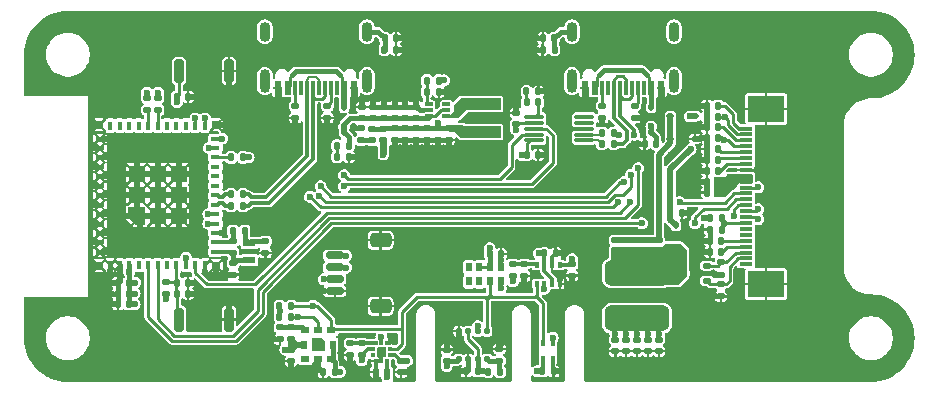
<source format=gtl>
G04 #@! TF.GenerationSoftware,KiCad,Pcbnew,8.0.1*
G04 #@! TF.CreationDate,2024-05-22T20:39:37+03:00*
G04 #@! TF.ProjectId,ESP32-C3_6_pico,45535033-322d-4433-935f-365f7069636f,rev?*
G04 #@! TF.SameCoordinates,Original*
G04 #@! TF.FileFunction,Copper,L1,Top*
G04 #@! TF.FilePolarity,Positive*
%FSLAX46Y46*%
G04 Gerber Fmt 4.6, Leading zero omitted, Abs format (unit mm)*
G04 Created by KiCad (PCBNEW 8.0.1) date 2024-05-22 20:39:37*
%MOMM*%
%LPD*%
G01*
G04 APERTURE LIST*
G04 Aperture macros list*
%AMRoundRect*
0 Rectangle with rounded corners*
0 $1 Rounding radius*
0 $2 $3 $4 $5 $6 $7 $8 $9 X,Y pos of 4 corners*
0 Add a 4 corners polygon primitive as box body*
4,1,4,$2,$3,$4,$5,$6,$7,$8,$9,$2,$3,0*
0 Add four circle primitives for the rounded corners*
1,1,$1+$1,$2,$3*
1,1,$1+$1,$4,$5*
1,1,$1+$1,$6,$7*
1,1,$1+$1,$8,$9*
0 Add four rect primitives between the rounded corners*
20,1,$1+$1,$2,$3,$4,$5,0*
20,1,$1+$1,$4,$5,$6,$7,0*
20,1,$1+$1,$6,$7,$8,$9,0*
20,1,$1+$1,$8,$9,$2,$3,0*%
%AMFreePoly0*
4,1,9,1.047500,0.125027,1.047500,-0.724973,-0.402500,-0.724973,-0.402500,0.724973,0.392500,0.724973,0.392500,0.725027,0.402500,0.724973,0.447500,0.725027,1.047500,0.125027,1.047500,0.125027,$1*%
G04 Aperture macros list end*
G04 #@! TA.AperFunction,EtchedComponent*
%ADD10C,0.000000*%
G04 #@! TD*
G04 #@! TA.AperFunction,SMDPad,CuDef*
%ADD11RoundRect,0.140000X-0.170000X0.140000X-0.170000X-0.140000X0.170000X-0.140000X0.170000X0.140000X0*%
G04 #@! TD*
G04 #@! TA.AperFunction,SMDPad,CuDef*
%ADD12RoundRect,0.135000X-0.135000X-0.185000X0.135000X-0.185000X0.135000X0.185000X-0.135000X0.185000X0*%
G04 #@! TD*
G04 #@! TA.AperFunction,SMDPad,CuDef*
%ADD13RoundRect,0.135000X0.135000X0.185000X-0.135000X0.185000X-0.135000X-0.185000X0.135000X-0.185000X0*%
G04 #@! TD*
G04 #@! TA.AperFunction,SMDPad,CuDef*
%ADD14RoundRect,0.140000X0.140000X0.170000X-0.140000X0.170000X-0.140000X-0.170000X0.140000X-0.170000X0*%
G04 #@! TD*
G04 #@! TA.AperFunction,SMDPad,CuDef*
%ADD15RoundRect,0.135000X-0.185000X0.135000X-0.185000X-0.135000X0.185000X-0.135000X0.185000X0.135000X0*%
G04 #@! TD*
G04 #@! TA.AperFunction,SMDPad,CuDef*
%ADD16RoundRect,0.200000X0.200000X0.800000X-0.200000X0.800000X-0.200000X-0.800000X0.200000X-0.800000X0*%
G04 #@! TD*
G04 #@! TA.AperFunction,SMDPad,CuDef*
%ADD17RoundRect,0.085000X-0.265000X-0.085000X0.265000X-0.085000X0.265000X0.085000X-0.265000X0.085000X0*%
G04 #@! TD*
G04 #@! TA.AperFunction,SMDPad,CuDef*
%ADD18RoundRect,0.135000X0.185000X-0.135000X0.185000X0.135000X-0.185000X0.135000X-0.185000X-0.135000X0*%
G04 #@! TD*
G04 #@! TA.AperFunction,SMDPad,CuDef*
%ADD19RoundRect,0.112500X0.237500X-0.112500X0.237500X0.112500X-0.237500X0.112500X-0.237500X-0.112500X0*%
G04 #@! TD*
G04 #@! TA.AperFunction,SMDPad,CuDef*
%ADD20RoundRect,0.140000X0.170000X-0.140000X0.170000X0.140000X-0.170000X0.140000X-0.170000X-0.140000X0*%
G04 #@! TD*
G04 #@! TA.AperFunction,SMDPad,CuDef*
%ADD21RoundRect,0.112500X0.112500X-0.187500X0.112500X0.187500X-0.112500X0.187500X-0.112500X-0.187500X0*%
G04 #@! TD*
G04 #@! TA.AperFunction,SMDPad,CuDef*
%ADD22RoundRect,0.140000X-0.140000X-0.170000X0.140000X-0.170000X0.140000X0.170000X-0.140000X0.170000X0*%
G04 #@! TD*
G04 #@! TA.AperFunction,SMDPad,CuDef*
%ADD23RoundRect,0.112500X0.187500X0.112500X-0.187500X0.112500X-0.187500X-0.112500X0.187500X-0.112500X0*%
G04 #@! TD*
G04 #@! TA.AperFunction,SMDPad,CuDef*
%ADD24RoundRect,0.150000X0.625000X-0.150000X0.625000X0.150000X-0.625000X0.150000X-0.625000X-0.150000X0*%
G04 #@! TD*
G04 #@! TA.AperFunction,SMDPad,CuDef*
%ADD25RoundRect,0.250000X0.650000X-0.350000X0.650000X0.350000X-0.650000X0.350000X-0.650000X-0.350000X0*%
G04 #@! TD*
G04 #@! TA.AperFunction,SMDPad,CuDef*
%ADD26R,0.600000X1.160000*%
G04 #@! TD*
G04 #@! TA.AperFunction,SMDPad,CuDef*
%ADD27R,0.300000X1.160000*%
G04 #@! TD*
G04 #@! TA.AperFunction,ComponentPad*
%ADD28O,0.900000X2.000000*%
G04 #@! TD*
G04 #@! TA.AperFunction,ComponentPad*
%ADD29O,0.900000X1.700000*%
G04 #@! TD*
G04 #@! TA.AperFunction,SMDPad,CuDef*
%ADD30R,3.400000X0.980000*%
G04 #@! TD*
G04 #@! TA.AperFunction,SMDPad,CuDef*
%ADD31R,0.300000X0.500000*%
G04 #@! TD*
G04 #@! TA.AperFunction,SMDPad,CuDef*
%ADD32R,0.350000X0.500000*%
G04 #@! TD*
G04 #@! TA.AperFunction,SMDPad,CuDef*
%ADD33RoundRect,0.147500X0.172500X-0.147500X0.172500X0.147500X-0.172500X0.147500X-0.172500X-0.147500X0*%
G04 #@! TD*
G04 #@! TA.AperFunction,SMDPad,CuDef*
%ADD34RoundRect,0.112500X-0.187500X-0.112500X0.187500X-0.112500X0.187500X0.112500X-0.187500X0.112500X0*%
G04 #@! TD*
G04 #@! TA.AperFunction,SMDPad,CuDef*
%ADD35RoundRect,0.112500X-0.112500X0.187500X-0.112500X-0.187500X0.112500X-0.187500X0.112500X0.187500X0*%
G04 #@! TD*
G04 #@! TA.AperFunction,SMDPad,CuDef*
%ADD36R,0.800000X0.550000*%
G04 #@! TD*
G04 #@! TA.AperFunction,SMDPad,CuDef*
%ADD37R,0.550000X0.800000*%
G04 #@! TD*
G04 #@! TA.AperFunction,SMDPad,CuDef*
%ADD38R,0.800000X0.800000*%
G04 #@! TD*
G04 #@! TA.AperFunction,SMDPad,CuDef*
%ADD39R,0.500000X0.800000*%
G04 #@! TD*
G04 #@! TA.AperFunction,SMDPad,CuDef*
%ADD40RoundRect,0.147500X-0.147500X-0.172500X0.147500X-0.172500X0.147500X0.172500X-0.147500X0.172500X0*%
G04 #@! TD*
G04 #@! TA.AperFunction,SMDPad,CuDef*
%ADD41R,0.400000X0.800000*%
G04 #@! TD*
G04 #@! TA.AperFunction,SMDPad,CuDef*
%ADD42R,0.800000X0.400000*%
G04 #@! TD*
G04 #@! TA.AperFunction,SMDPad,CuDef*
%ADD43R,1.450000X1.450000*%
G04 #@! TD*
G04 #@! TA.AperFunction,SMDPad,CuDef*
%ADD44FreePoly0,180.000000*%
G04 #@! TD*
G04 #@! TA.AperFunction,SMDPad,CuDef*
%ADD45R,0.700000X0.700000*%
G04 #@! TD*
G04 #@! TA.AperFunction,SMDPad,CuDef*
%ADD46RoundRect,0.537500X2.212500X-0.537500X2.212500X0.537500X-2.212500X0.537500X-2.212500X-0.537500X0*%
G04 #@! TD*
G04 #@! TA.AperFunction,SMDPad,CuDef*
%ADD47RoundRect,0.087500X0.725000X0.087500X-0.725000X0.087500X-0.725000X-0.087500X0.725000X-0.087500X0*%
G04 #@! TD*
G04 #@! TA.AperFunction,SMDPad,CuDef*
%ADD48R,1.100000X0.600000*%
G04 #@! TD*
G04 #@! TA.AperFunction,SMDPad,CuDef*
%ADD49RoundRect,0.125000X-0.125000X-0.137500X0.125000X-0.137500X0.125000X0.137500X-0.125000X0.137500X0*%
G04 #@! TD*
G04 #@! TA.AperFunction,SMDPad,CuDef*
%ADD50R,1.100000X0.300000*%
G04 #@! TD*
G04 #@! TA.AperFunction,SMDPad,CuDef*
%ADD51R,3.100000X2.300000*%
G04 #@! TD*
G04 #@! TA.AperFunction,SMDPad,CuDef*
%ADD52R,0.325000X0.300000*%
G04 #@! TD*
G04 #@! TA.AperFunction,SMDPad,CuDef*
%ADD53R,0.300000X0.325000*%
G04 #@! TD*
G04 #@! TA.AperFunction,ViaPad*
%ADD54C,0.600000*%
G04 #@! TD*
G04 #@! TA.AperFunction,ViaPad*
%ADD55C,0.800000*%
G04 #@! TD*
G04 #@! TA.AperFunction,Conductor*
%ADD56C,0.300000*%
G04 #@! TD*
G04 #@! TA.AperFunction,Conductor*
%ADD57C,0.400000*%
G04 #@! TD*
G04 #@! TA.AperFunction,Conductor*
%ADD58C,0.250000*%
G04 #@! TD*
G04 #@! TA.AperFunction,Conductor*
%ADD59C,0.500000*%
G04 #@! TD*
G04 #@! TA.AperFunction,Conductor*
%ADD60C,0.200000*%
G04 #@! TD*
G04 #@! TA.AperFunction,Conductor*
%ADD61C,0.600000*%
G04 #@! TD*
G04 APERTURE END LIST*
D10*
G04 #@! TA.AperFunction,EtchedComponent*
G04 #@! TO.C,U11*
G36*
X137735000Y-112239998D02*
G01*
X137735001Y-112239999D01*
X137735001Y-112549999D01*
X137735000Y-113080000D01*
X137200000Y-113080000D01*
X136665000Y-113080000D01*
X136664999Y-112549999D01*
X136665000Y-112019999D01*
X137200000Y-112019999D01*
X137515001Y-112019999D01*
X137735000Y-112239998D01*
G37*
G04 #@! TD.AperFunction*
G04 #@! TD*
D11*
G04 #@! TO.P,C31,1*
G04 #@! TO.N,Net-(D5-A)*
X166039999Y-103720000D03*
G04 #@! TO.P,C31,2*
G04 #@! TO.N,Net-(D7-A)*
X166039999Y-104680000D03*
G04 #@! TD*
D12*
G04 #@! TO.P,R5,1*
G04 #@! TO.N,Net-(D3-K)*
X138790001Y-96640000D03*
G04 #@! TO.P,R5,2*
G04 #@! TO.N,GND*
X139809999Y-96640000D03*
G04 #@! TD*
D13*
G04 #@! TO.P,R26,1*
G04 #@! TO.N,Net-(U4-BS)*
X171359999Y-102800000D03*
G04 #@! TO.P,R26,2*
G04 #@! TO.N,GND*
X170340001Y-102800000D03*
G04 #@! TD*
D14*
G04 #@! TO.P,C44,1*
G04 #@! TO.N,Net-(U4-VCOM)*
X171080000Y-92310000D03*
G04 #@! TO.P,C44,2*
G04 #@! TO.N,GND*
X170120000Y-92310000D03*
G04 #@! TD*
D15*
G04 #@! TO.P,R18,1*
G04 #@! TO.N,Net-(U5-CC2)*
X161250000Y-92310001D03*
G04 #@! TO.P,R18,2*
G04 #@! TO.N,GND*
X161250000Y-93329999D03*
G04 #@! TD*
D16*
G04 #@! TO.P,SW2,1,1*
G04 #@! TO.N,GND*
X129625000Y-110425000D03*
G04 #@! TO.P,SW2,2,2*
G04 #@! TO.N,Net-(U1-EN)*
X125425000Y-110425000D03*
G04 #@! TD*
D17*
G04 #@! TO.P,U3,1,FB*
G04 #@! TO.N,Net-(U3-FB)*
X146560000Y-92207502D03*
G04 #@! TO.P,U3,2,GND*
G04 #@! TO.N,GND*
X146560000Y-92707501D03*
G04 #@! TO.P,U3,3,VIN*
G04 #@! TO.N,+5V*
X146560000Y-93207500D03*
G04 #@! TO.P,U3,4,SW*
G04 #@! TO.N,Net-(U3-SW)*
X148060000Y-93207500D03*
G04 #@! TO.P,U3,5,EN*
G04 #@! TO.N,+5V*
X148060000Y-92707501D03*
G04 #@! TO.P,U3,6,NC*
G04 #@! TO.N,unconnected-(U3-NC-Pad6)*
X148060000Y-92207502D03*
G04 #@! TD*
D18*
G04 #@! TO.P,R14,1*
G04 #@! TO.N,Net-(D4-K)*
X140825000Y-95254999D03*
G04 #@! TO.P,R14,2*
G04 #@! TO.N,GND*
X140825000Y-94235001D03*
G04 #@! TD*
D19*
G04 #@! TO.P,Q1,1,G*
G04 #@! TO.N,Net-(Q1-G)*
X170100000Y-107150000D03*
G04 #@! TO.P,Q1,2,S*
G04 #@! TO.N,Net-(Q1-S)*
X170100000Y-105850000D03*
G04 #@! TO.P,Q1,3,D*
G04 #@! TO.N,Net-(D7-A)*
X168100000Y-106500000D03*
G04 #@! TD*
D11*
G04 #@! TO.P,C19,1*
G04 #@! TO.N,Net-(D4-A)*
X143660001Y-94239999D03*
G04 #@! TO.P,C19,2*
G04 #@! TO.N,GND*
X143660001Y-95199999D03*
G04 #@! TD*
G04 #@! TO.P,C34,1*
G04 #@! TO.N,Net-(D5-A)*
X163280000Y-103720000D03*
G04 #@! TO.P,C34,2*
G04 #@! TO.N,Net-(D7-A)*
X163280000Y-104680000D03*
G04 #@! TD*
D13*
G04 #@! TO.P,R17,1*
G04 #@! TO.N,Net-(U5-SHIELD)*
X157209999Y-87600000D03*
G04 #@! TO.P,R17,2*
G04 #@! TO.N,GND*
X156190001Y-87600000D03*
G04 #@! TD*
D20*
G04 #@! TO.P,C17,1*
G04 #@! TO.N,+5V*
X144580001Y-93380000D03*
G04 #@! TO.P,C17,2*
G04 #@! TO.N,GND*
X144580001Y-92420000D03*
G04 #@! TD*
D21*
G04 #@! TO.P,D8,1,K*
G04 #@! TO.N,+5V*
X165400000Y-94540000D03*
G04 #@! TO.P,D8,2,A*
G04 #@! TO.N,Net-(D8-A)*
X165400000Y-92440000D03*
G04 #@! TD*
D11*
G04 #@! TO.P,C55,1*
G04 #@! TO.N,+3V3*
X134900000Y-112970000D03*
G04 #@! TO.P,C55,2*
G04 #@! TO.N,GND*
X134900000Y-113930000D03*
G04 #@! TD*
D14*
G04 #@! TO.P,C41,1*
G04 #@! TO.N,Net-(D7-K)*
X171080000Y-95080000D03*
G04 #@! TO.P,C41,2*
G04 #@! TO.N,GND*
X170120000Y-95080000D03*
G04 #@! TD*
D13*
G04 #@! TO.P,R9,1*
G04 #@! TO.N,/D_P*
X130839999Y-99830001D03*
G04 #@! TO.P,R9,2*
G04 #@! TO.N,/USB_P*
X129820001Y-99830001D03*
G04 #@! TD*
D22*
G04 #@! TO.P,C1,1*
G04 #@! TO.N,/PC1*
X125220000Y-91550000D03*
G04 #@! TO.P,C1,2*
G04 #@! TO.N,GND*
X126180000Y-91550000D03*
G04 #@! TD*
D14*
G04 #@! TO.P,C7,1*
G04 #@! TO.N,+3V3*
X121200000Y-109140000D03*
G04 #@! TO.P,C7,2*
G04 #@! TO.N,GND*
X120240000Y-109140000D03*
G04 #@! TD*
D23*
G04 #@! TO.P,D5,1,K*
G04 #@! TO.N,GND*
X169125000Y-95125000D03*
G04 #@! TO.P,D5,2,A*
G04 #@! TO.N,Net-(D5-A)*
X167025000Y-95125000D03*
G04 #@! TD*
D11*
G04 #@! TO.P,C22,1*
G04 #@! TO.N,Net-(D4-A)*
X146420000Y-94239999D03*
G04 #@! TO.P,C22,2*
G04 #@! TO.N,GND*
X146420000Y-95199999D03*
G04 #@! TD*
G04 #@! TO.P,C29,1*
G04 #@! TO.N,+3V3*
X162360001Y-112120000D03*
G04 #@! TO.P,C29,2*
G04 #@! TO.N,GND*
X162360001Y-113080000D03*
G04 #@! TD*
G04 #@! TO.P,C26,1*
G04 #@! TO.N,+3V3*
X165120000Y-112120000D03*
G04 #@! TO.P,C26,2*
G04 #@! TO.N,GND*
X165120000Y-113080000D03*
G04 #@! TD*
D14*
G04 #@! TO.P,C40,1*
G04 #@! TO.N,Net-(U4-VSH)*
X171080000Y-96000000D03*
G04 #@! TO.P,C40,2*
G04 #@! TO.N,GND*
X170120000Y-96000000D03*
G04 #@! TD*
D12*
G04 #@! TO.P,R13,1*
G04 #@! TO.N,Net-(U3-FB)*
X146380000Y-91130000D03*
G04 #@! TO.P,R13,2*
G04 #@! TO.N,GND*
X147400000Y-91130000D03*
G04 #@! TD*
D18*
G04 #@! TO.P,R10,1*
G04 #@! TO.N,/X0*
X130000000Y-104809999D03*
G04 #@! TO.P,R10,2*
G04 #@! TO.N,/X1*
X130000000Y-103790001D03*
G04 #@! TD*
D24*
G04 #@! TO.P,J2,1,Pin_1*
G04 #@! TO.N,GND*
X138600000Y-108000000D03*
G04 #@! TO.P,J2,2,Pin_2*
G04 #@! TO.N,+3V3*
X138600000Y-107000000D03*
G04 #@! TO.P,J2,3,Pin_3*
G04 #@! TO.N,/SDA*
X138600000Y-106000000D03*
G04 #@! TO.P,J2,4,Pin_4*
G04 #@! TO.N,/SCK*
X138600000Y-105000000D03*
D25*
G04 #@! TO.P,J2,MP,MountPin*
G04 #@! TO.N,GND*
X142475000Y-109300000D03*
X142475000Y-103700000D03*
G04 #@! TD*
D26*
G04 #@! TO.P,U5,A1,GND*
G04 #@! TO.N,GND*
X166200001Y-90810000D03*
G04 #@! TO.P,U5,A4,VBUS*
G04 #@! TO.N,Net-(D8-A)*
X165400001Y-90810000D03*
D27*
G04 #@! TO.P,U5,A5,CC1*
G04 #@! TO.N,Net-(U5-CC1)*
X164250000Y-90810000D03*
G04 #@! TO.P,U5,A6,D+*
G04 #@! TO.N,/UART/USB_P*
X163250001Y-90810000D03*
G04 #@! TO.P,U5,A7,D-*
G04 #@! TO.N,/UART/USB_N*
X162750001Y-90810000D03*
G04 #@! TO.P,U5,A8,SBU1*
G04 #@! TO.N,unconnected-(U5-SBU1-PadA8)*
X161750002Y-90810000D03*
D26*
G04 #@! TO.P,U5,A9,VBUS*
G04 #@! TO.N,Net-(D8-A)*
X160600001Y-90810000D03*
G04 #@! TO.P,U5,A12,GND*
G04 #@! TO.N,GND*
X159800001Y-90810000D03*
G04 #@! TO.P,U5,B1,GND*
X159800001Y-90810000D03*
G04 #@! TO.P,U5,B4,VBUS*
G04 #@! TO.N,Net-(D8-A)*
X160600001Y-90810000D03*
D27*
G04 #@! TO.P,U5,B5,CC2*
G04 #@! TO.N,Net-(U5-CC2)*
X161250001Y-90810000D03*
G04 #@! TO.P,U5,B6,D+*
G04 #@! TO.N,/UART/USB_P*
X162250001Y-90810000D03*
G04 #@! TO.P,U5,B7,D-*
G04 #@! TO.N,/UART/USB_N*
X163750001Y-90810000D03*
G04 #@! TO.P,U5,B8,SBU2*
G04 #@! TO.N,unconnected-(U5-SBU2-PadB8)*
X164750001Y-90810000D03*
D26*
G04 #@! TO.P,U5,B9,VBUS*
G04 #@! TO.N,Net-(D8-A)*
X165400001Y-90810000D03*
G04 #@! TO.P,U5,B12,GND*
G04 #@! TO.N,GND*
X166200001Y-90810000D03*
D28*
G04 #@! TO.P,U5,S1,SHIELD*
G04 #@! TO.N,Net-(U5-SHIELD)*
X167320001Y-90230000D03*
D29*
X167320001Y-86060000D03*
D28*
X158680001Y-90230000D03*
D29*
X158680001Y-86060000D03*
G04 #@! TD*
D14*
G04 #@! TO.P,C43,1*
G04 #@! TO.N,Net-(D6-A)*
X171080000Y-93240001D03*
G04 #@! TO.P,C43,2*
G04 #@! TO.N,GND*
X170120000Y-93240001D03*
G04 #@! TD*
D11*
G04 #@! TO.P,C20,1*
G04 #@! TO.N,Net-(D4-A)*
X148260000Y-94240000D03*
G04 #@! TO.P,C20,2*
G04 #@! TO.N,GND*
X148260000Y-95200000D03*
G04 #@! TD*
D30*
G04 #@! TO.P,L1,1,1*
G04 #@! TO.N,Net-(U3-SW)*
X150980000Y-92184999D03*
G04 #@! TO.P,L1,2,2*
G04 #@! TO.N,Net-(D4-A)*
X150980000Y-94555001D03*
G04 #@! TD*
D15*
G04 #@! TO.P,R29,1*
G04 #@! TO.N,Net-(U10-SDO)*
X139925000Y-112415001D03*
G04 #@! TO.P,R29,2*
G04 #@! TO.N,GND*
X139925000Y-113434999D03*
G04 #@! TD*
D22*
G04 #@! TO.P,C57,1*
G04 #@! TO.N,+3V3*
X151720000Y-104900000D03*
G04 #@! TO.P,C57,2*
G04 #@! TO.N,GND*
X152680000Y-104900000D03*
G04 #@! TD*
D15*
G04 #@! TO.P,R31,1*
G04 #@! TO.N,Net-(U11-SDO)*
X133950000Y-111090001D03*
G04 #@! TO.P,R31,2*
G04 #@! TO.N,GND*
X133950000Y-112109999D03*
G04 #@! TD*
D11*
G04 #@! TO.P,C54,1*
G04 #@! TO.N,+3V3*
X144225000Y-113920000D03*
G04 #@! TO.P,C54,2*
G04 #@! TO.N,GND*
X144225000Y-114880000D03*
G04 #@! TD*
D20*
G04 #@! TO.P,C4,1*
G04 #@! TO.N,+5V*
X140900000Y-93380000D03*
G04 #@! TO.P,C4,2*
G04 #@! TO.N,GND*
X140900000Y-92420000D03*
G04 #@! TD*
D14*
G04 #@! TO.P,C5,1*
G04 #@! TO.N,+5V*
X165800000Y-95550000D03*
G04 #@! TO.P,C5,2*
G04 #@! TO.N,GND*
X164840000Y-95550000D03*
G04 #@! TD*
D11*
G04 #@! TO.P,C28,1*
G04 #@! TO.N,+3V3*
X163280000Y-112120000D03*
G04 #@! TO.P,C28,2*
G04 #@! TO.N,GND*
X163280000Y-113080000D03*
G04 #@! TD*
D14*
G04 #@! TO.P,C35,1*
G04 #@! TO.N,Net-(U4-VGL)*
X171330000Y-104700000D03*
G04 #@! TO.P,C35,2*
G04 #@! TO.N,GND*
X170370000Y-104700000D03*
G04 #@! TD*
D31*
G04 #@! TO.P,U7,1,SDA*
G04 #@! TO.N,/SDA*
X157050000Y-112400000D03*
G04 #@! TO.P,U7,2,SCL*
G04 #@! TO.N,/SCK*
X156250000Y-112400000D03*
G04 #@! TO.P,U7,3,VDD*
G04 #@! TO.N,+3V3*
X156250000Y-113800000D03*
G04 #@! TO.P,U7,4,VSS*
G04 #@! TO.N,GND*
X157050000Y-113800000D03*
G04 #@! TD*
D13*
G04 #@! TO.P,R6,1*
G04 #@! TO.N,+3V3*
X130859999Y-96700000D03*
G04 #@! TO.P,R6,2*
G04 #@! TO.N,Net-(U1-IO8)*
X129840001Y-96700000D03*
G04 #@! TD*
D32*
G04 #@! TO.P,U8,1,GND*
G04 #@! TO.N,GND*
X157650001Y-107400000D03*
G04 #@! TO.P,U8,2,CSB*
G04 #@! TO.N,+3V3*
X157000000Y-107400000D03*
G04 #@! TO.P,U8,3,SDI*
G04 #@! TO.N,/SDA*
X156350000Y-107400000D03*
G04 #@! TO.P,U8,4,SCK*
G04 #@! TO.N,/SCK*
X155699999Y-107400000D03*
G04 #@! TO.P,U8,5,SDO*
G04 #@! TO.N,Net-(U8-SDO)*
X155699999Y-105800000D03*
G04 #@! TO.P,U8,6,VDDIO*
G04 #@! TO.N,+3V3*
X156350000Y-105800000D03*
G04 #@! TO.P,U8,7,GND*
G04 #@! TO.N,GND*
X157000000Y-105800000D03*
G04 #@! TO.P,U8,8,VDD*
G04 #@! TO.N,+3V3*
X157650001Y-105800000D03*
G04 #@! TD*
D33*
G04 #@! TO.P,FB1,1*
G04 #@! TO.N,+3V3*
X142725000Y-95230000D03*
G04 #@! TO.P,FB1,2*
G04 #@! TO.N,Net-(D4-A)*
X142725000Y-94260000D03*
G04 #@! TD*
D14*
G04 #@! TO.P,C37,1*
G04 #@! TO.N,+3V3*
X171080000Y-98760000D03*
G04 #@! TO.P,C37,2*
G04 #@! TO.N,GND*
X170120000Y-98760000D03*
G04 #@! TD*
D20*
G04 #@! TO.P,C18,1*
G04 #@! TO.N,+5V*
X145500000Y-93380000D03*
G04 #@! TO.P,C18,2*
G04 #@! TO.N,GND*
X145500000Y-92420000D03*
G04 #@! TD*
D34*
G04 #@! TO.P,D6,1,K*
G04 #@! TO.N,Net-(D5-A)*
X167025000Y-93225000D03*
G04 #@! TO.P,D6,2,A*
G04 #@! TO.N,Net-(D6-A)*
X169125000Y-93225000D03*
G04 #@! TD*
D12*
G04 #@! TO.P,R35,1*
G04 #@! TO.N,/I2C_EN*
X133915001Y-110200000D03*
G04 #@! TO.P,R35,2*
G04 #@! TO.N,/SDA*
X134934999Y-110200000D03*
G04 #@! TD*
D22*
G04 #@! TO.P,C49,1*
G04 #@! TO.N,+3V3*
X156170000Y-114800001D03*
G04 #@! TO.P,C49,2*
G04 #@! TO.N,GND*
X157130000Y-114800001D03*
G04 #@! TD*
D15*
G04 #@! TO.P,R33,1*
G04 #@! TO.N,Net-(U8-SDO)*
X154625000Y-105740001D03*
G04 #@! TO.P,R33,2*
G04 #@! TO.N,GND*
X154625000Y-106759999D03*
G04 #@! TD*
D14*
G04 #@! TO.P,C6,1*
G04 #@! TO.N,+3V3*
X121200000Y-108220000D03*
G04 #@! TO.P,C6,2*
G04 #@! TO.N,GND*
X120240000Y-108220000D03*
G04 #@! TD*
D11*
G04 #@! TO.P,C13,1*
G04 #@! TO.N,Net-(C13-Pad1)*
X132735000Y-103810000D03*
G04 #@! TO.P,C13,2*
G04 #@! TO.N,GND*
X132735000Y-104770000D03*
G04 #@! TD*
D15*
G04 #@! TO.P,R30,1*
G04 #@! TO.N,Net-(U11-SDO)*
X134900000Y-111090001D03*
G04 #@! TO.P,R30,2*
G04 #@! TO.N,+3V3*
X134900000Y-112109999D03*
G04 #@! TD*
G04 #@! TO.P,R15,1*
G04 #@! TO.N,Net-(Q1-G)*
X171300000Y-107450001D03*
G04 #@! TO.P,R15,2*
G04 #@! TO.N,GND*
X171300000Y-108469999D03*
G04 #@! TD*
D35*
G04 #@! TO.P,D7,1,K*
G04 #@! TO.N,Net-(D7-K)*
X167500000Y-102450000D03*
G04 #@! TO.P,D7,2,A*
G04 #@! TO.N,Net-(D7-A)*
X167500000Y-104550000D03*
G04 #@! TD*
D11*
G04 #@! TO.P,C32,1*
G04 #@! TO.N,Net-(D5-A)*
X165120000Y-103720000D03*
G04 #@! TO.P,C32,2*
G04 #@! TO.N,Net-(D7-A)*
X165120000Y-104680000D03*
G04 #@! TD*
D14*
G04 #@! TO.P,C53,1*
G04 #@! TO.N,+3V3*
X143030000Y-114850000D03*
G04 #@! TO.P,C53,2*
G04 #@! TO.N,GND*
X142070000Y-114850000D03*
G04 #@! TD*
D36*
G04 #@! TO.P,U11,1,SCX*
G04 #@! TO.N,/SCK*
X138300000Y-111325000D03*
G04 #@! TO.P,U11,2,SDX*
G04 #@! TO.N,/SDA*
X137200000Y-111325000D03*
G04 #@! TO.P,U11,3,SDO*
G04 #@! TO.N,Net-(U11-SDO)*
X136100000Y-111325000D03*
D37*
G04 #@! TO.P,U11,4,VDDIO*
G04 #@! TO.N,+3V3*
X135975000Y-112550000D03*
D36*
G04 #@! TO.P,U11,5,INT*
G04 #@! TO.N,unconnected-(U11-INT-Pad5)*
X136100000Y-113775000D03*
G04 #@! TO.P,U11,6,GND*
G04 #@! TO.N,GND*
X137200000Y-113775000D03*
G04 #@! TO.P,U11,7,CSB*
G04 #@! TO.N,+3V3*
X138300000Y-113775000D03*
D37*
G04 #@! TO.P,U11,8,VDD*
X138425000Y-112550000D03*
D38*
G04 #@! TO.P,U11,9,L/M*
G04 #@! TO.N,unconnected-(U11-L{slash}M-Pad9)*
X137200000Y-112550000D03*
G04 #@! TD*
D22*
G04 #@! TO.P,C8,1*
G04 #@! TO.N,Net-(U1-EN)*
X125220000Y-107300000D03*
G04 #@! TO.P,C8,2*
G04 #@! TO.N,GND*
X126180000Y-107300000D03*
G04 #@! TD*
D20*
G04 #@! TO.P,C14,1*
G04 #@! TO.N,+5V*
X141820000Y-93380000D03*
G04 #@! TO.P,C14,2*
G04 #@! TO.N,GND*
X141820000Y-92420000D03*
G04 #@! TD*
D15*
G04 #@! TO.P,R3,1*
G04 #@! TO.N,Net-(J1-CC1)*
X137975000Y-92315001D03*
G04 #@! TO.P,R3,2*
G04 #@! TO.N,GND*
X137975000Y-93334999D03*
G04 #@! TD*
D14*
G04 #@! TO.P,C11,1*
G04 #@! TO.N,+3V3*
X121200000Y-107300000D03*
G04 #@! TO.P,C11,2*
G04 #@! TO.N,GND*
X120240000Y-107300000D03*
G04 #@! TD*
D39*
G04 #@! TO.P,U2,1,CLKOUT*
G04 #@! TO.N,unconnected-(U2-CLKOUT-Pad1)*
X149950000Y-107200000D03*
G04 #@! TO.P,U2,2,~{INT}*
G04 #@! TO.N,unconnected-(U2-~{INT}-Pad2)*
X150850000Y-107200000D03*
G04 #@! TO.P,U2,3,SCL*
G04 #@! TO.N,/SCK*
X151750000Y-107200000D03*
G04 #@! TO.P,U2,4,SDA*
G04 #@! TO.N,/SDA*
X152650000Y-107200000D03*
G04 #@! TO.P,U2,5,VSS*
G04 #@! TO.N,GND*
X152650000Y-106000000D03*
G04 #@! TO.P,U2,6,VBACKUP*
G04 #@! TO.N,+3V3*
X151750000Y-106000000D03*
G04 #@! TO.P,U2,7,VDD*
X150850000Y-106000000D03*
G04 #@! TO.P,U2,8,EVI*
G04 #@! TO.N,unconnected-(U2-EVI-Pad8)*
X149950000Y-106000000D03*
G04 #@! TD*
D14*
G04 #@! TO.P,C39,1*
G04 #@! TO.N,Net-(U4-VPP)*
X171080000Y-96920000D03*
G04 #@! TO.P,C39,2*
G04 #@! TO.N,GND*
X170120000Y-96920000D03*
G04 #@! TD*
D11*
G04 #@! TO.P,C27,1*
G04 #@! TO.N,+3V3*
X164200000Y-112120000D03*
G04 #@! TO.P,C27,2*
G04 #@! TO.N,GND*
X164200000Y-113080000D03*
G04 #@! TD*
G04 #@! TO.P,C24,1*
G04 #@! TO.N,Net-(D4-A)*
X144580000Y-94240000D03*
G04 #@! TO.P,C24,2*
G04 #@! TO.N,GND*
X144580000Y-95200000D03*
G04 #@! TD*
D21*
G04 #@! TO.P,D2,1,K*
G04 #@! TO.N,+5V*
X139400000Y-94550000D03*
G04 #@! TO.P,D2,2,A*
G04 #@! TO.N,Net-(D2-A)*
X139400000Y-92450000D03*
G04 #@! TD*
D14*
G04 #@! TO.P,C56,1*
G04 #@! TO.N,+3V3*
X138580000Y-114850000D03*
G04 #@! TO.P,C56,2*
G04 #@! TO.N,GND*
X137620000Y-114850000D03*
G04 #@! TD*
D15*
G04 #@! TO.P,R19,1*
G04 #@! TO.N,Net-(U5-CC1)*
X163980000Y-92310001D03*
G04 #@! TO.P,R19,2*
G04 #@! TO.N,GND*
X163980000Y-93329999D03*
G04 #@! TD*
D40*
G04 #@! TO.P,D3,1,K*
G04 #@! TO.N,Net-(D3-K)*
X138815000Y-95700000D03*
G04 #@! TO.P,D3,2,A*
G04 #@! TO.N,+5V*
X139785000Y-95700000D03*
G04 #@! TD*
D20*
G04 #@! TO.P,C16,1*
G04 #@! TO.N,+5V*
X143660000Y-93380000D03*
G04 #@! TO.P,C16,2*
G04 #@! TO.N,GND*
X143660000Y-92420000D03*
G04 #@! TD*
D13*
G04 #@! TO.P,R8,1*
G04 #@! TO.N,/D_N*
X130839999Y-100770000D03*
G04 #@! TO.P,R8,2*
G04 #@! TO.N,/USB_N*
X129820001Y-100770000D03*
G04 #@! TD*
D12*
G04 #@! TO.P,R22,1*
G04 #@! TO.N,Net-(D9-K)*
X154830000Y-91100000D03*
G04 #@! TO.P,R22,2*
G04 #@! TO.N,GND*
X155850000Y-91100000D03*
G04 #@! TD*
D22*
G04 #@! TO.P,C47,1*
G04 #@! TO.N,+3V3*
X156345000Y-104825000D03*
G04 #@! TO.P,C47,2*
G04 #@! TO.N,GND*
X157305000Y-104825000D03*
G04 #@! TD*
D13*
G04 #@! TO.P,R1,1*
G04 #@! TO.N,Net-(U12-SDO)*
X152597499Y-114827500D03*
G04 #@! TO.P,R1,2*
G04 #@! TO.N,+3V3*
X151577501Y-114827500D03*
G04 #@! TD*
D14*
G04 #@! TO.P,C52,1*
G04 #@! TO.N,+3V3*
X150697500Y-114817500D03*
G04 #@! TO.P,C52,2*
G04 #@! TO.N,GND*
X149737500Y-114817500D03*
G04 #@! TD*
D15*
G04 #@! TO.P,R4,1*
G04 #@! TO.N,Net-(J1-CC2)*
X135250000Y-92315001D03*
G04 #@! TO.P,R4,2*
G04 #@! TO.N,GND*
X135250000Y-93334999D03*
G04 #@! TD*
D41*
G04 #@! TO.P,U1,1,GND*
G04 #@! TO.N,GND*
X119600000Y-105800000D03*
G04 #@! TO.P,U1,2,GND*
X120400000Y-105800000D03*
G04 #@! TO.P,U1,3,3V3*
G04 #@! TO.N,+3V3*
X121200000Y-105800000D03*
G04 #@! TO.P,U1,4,NC*
G04 #@! TO.N,Net-(U1-NC-Pad21)*
X122000000Y-105800000D03*
G04 #@! TO.P,U1,5,IO2*
G04 #@! TO.N,/CS*
X122800001Y-105800000D03*
G04 #@! TO.P,U1,6,IO3*
G04 #@! TO.N,/MOSI*
X123600000Y-105800000D03*
G04 #@! TO.P,U1,7,NC*
G04 #@! TO.N,Net-(U1-NC-Pad21)*
X124399999Y-105800000D03*
G04 #@! TO.P,U1,8,EN*
G04 #@! TO.N,Net-(U1-EN)*
X125200000Y-105800000D03*
G04 #@! TO.P,U1,9,IO4*
G04 #@! TO.N,/I2C_EN*
X126000000Y-105800000D03*
G04 #@! TO.P,U1,10,IO5*
G04 #@! TO.N,/SCLK*
X126800000Y-105800000D03*
G04 #@! TO.P,U1,11,GND*
G04 #@! TO.N,GND*
X127600000Y-105800000D03*
D42*
G04 #@! TO.P,U1,12,IO0/XTAL_32K_P*
G04 #@! TO.N,/X0*
X128500000Y-104700000D03*
G04 #@! TO.P,U1,13,IO1/XTAL_32K_N*
G04 #@! TO.N,/X1*
X128500000Y-103900000D03*
G04 #@! TO.P,U1,14,GND*
G04 #@! TO.N,GND*
X128500000Y-103100000D03*
G04 #@! TO.P,U1,15,IO6*
G04 #@! TO.N,/SDA*
X128500000Y-102300000D03*
G04 #@! TO.P,U1,16,IO7*
G04 #@! TO.N,/SCK*
X128500000Y-101500000D03*
G04 #@! TO.P,U1,17,IO12/USB_D-*
G04 #@! TO.N,/USB_N*
X128500000Y-100700000D03*
G04 #@! TO.P,U1,18,IO13/USB_D+*
G04 #@! TO.N,/USB_P*
X128500000Y-99900000D03*
G04 #@! TO.P,U1,19,IO14*
G04 #@! TO.N,unconnected-(U1-IO14-Pad19)*
X128500000Y-99100000D03*
G04 #@! TO.P,U1,20,IO15*
G04 #@! TO.N,unconnected-(U1-IO15-Pad20)*
X128500000Y-98300000D03*
G04 #@! TO.P,U1,21,NC*
G04 #@! TO.N,Net-(U1-NC-Pad21)*
X128500000Y-97500000D03*
G04 #@! TO.P,U1,22,IO8*
G04 #@! TO.N,Net-(U1-IO8)*
X128500000Y-96700000D03*
G04 #@! TO.P,U1,23,IO9*
G04 #@! TO.N,/PC1*
X128500000Y-95900000D03*
G04 #@! TO.P,U1,24,IO18*
G04 #@! TO.N,/BUSY*
X128500000Y-95100000D03*
D41*
G04 #@! TO.P,U1,25,IO19*
G04 #@! TO.N,/RST*
X127600000Y-94000000D03*
G04 #@! TO.P,U1,26,IO20*
G04 #@! TO.N,/D{slash}C*
X126800000Y-94000000D03*
G04 #@! TO.P,U1,27,IO21*
G04 #@! TO.N,unconnected-(U1-IO21-Pad27)*
X126000000Y-94000000D03*
G04 #@! TO.P,U1,28,IO22*
G04 #@! TO.N,unconnected-(U1-IO22-Pad28)*
X125200000Y-94000000D03*
G04 #@! TO.P,U1,29,IO23*
G04 #@! TO.N,unconnected-(U1-IO23-Pad29)*
X124399999Y-94000000D03*
G04 #@! TO.P,U1,30,RXD0*
G04 #@! TO.N,/RXD0*
X123600000Y-94000000D03*
G04 #@! TO.P,U1,31,TXD0*
G04 #@! TO.N,/TXD0*
X122800001Y-94000000D03*
G04 #@! TO.P,U1,32,NC*
G04 #@! TO.N,Net-(U1-NC-Pad21)*
X122000000Y-94000000D03*
G04 #@! TO.P,U1,33,NC*
X121200000Y-94000000D03*
G04 #@! TO.P,U1,34,NC*
X120400000Y-94000000D03*
G04 #@! TO.P,U1,35,NC*
X119600000Y-94000000D03*
D42*
G04 #@! TO.P,U1,36,GND*
G04 #@! TO.N,GND*
X118700000Y-95100000D03*
G04 #@! TO.P,U1,37,GND*
X118700000Y-95900000D03*
G04 #@! TO.P,U1,38,GND*
X118700000Y-96700000D03*
G04 #@! TO.P,U1,39,GND*
X118700000Y-97500000D03*
G04 #@! TO.P,U1,40,GND*
X118700000Y-98300000D03*
G04 #@! TO.P,U1,41,GND*
X118700000Y-99100000D03*
G04 #@! TO.P,U1,42,GND*
X118700000Y-99900000D03*
G04 #@! TO.P,U1,43,GND*
X118700000Y-100700000D03*
G04 #@! TO.P,U1,44,GND*
X118700000Y-101500000D03*
G04 #@! TO.P,U1,45,GND*
X118700000Y-102300000D03*
G04 #@! TO.P,U1,46,GND*
X118700000Y-103100000D03*
G04 #@! TO.P,U1,47,GND*
X118700000Y-103900000D03*
G04 #@! TO.P,U1,48,GND*
X118700000Y-104700000D03*
D43*
G04 #@! TO.P,U1,49,GND*
X123600000Y-101675001D03*
X125375000Y-101675000D03*
D44*
X122147500Y-101674973D03*
D43*
X121824999Y-99900000D03*
X123600000Y-99900000D03*
X125375001Y-99900000D03*
X121825000Y-98125000D03*
X125375000Y-98125000D03*
X123600000Y-98124999D03*
D45*
G04 #@! TO.P,U1,50,GND*
X118650000Y-93950000D03*
G04 #@! TO.P,U1,51,GND*
X128550000Y-93950000D03*
G04 #@! TO.P,U1,52,GND*
X128550000Y-105850000D03*
G04 #@! TO.P,U1,53,GND*
X118650000Y-105850000D03*
G04 #@! TD*
D46*
G04 #@! TO.P,L2,1,1*
G04 #@! TO.N,+3V3*
X164200000Y-110325001D03*
G04 #@! TO.P,L2,2,2*
G04 #@! TO.N,Net-(D7-A)*
X164200000Y-106474999D03*
G04 #@! TD*
D47*
G04 #@! TO.P,U6,1,UD+*
G04 #@! TO.N,/UART/UD_P*
X159712500Y-95259999D03*
G04 #@! TO.P,U6,2,UD-*
G04 #@! TO.N,/UART/UD_N*
X159712500Y-94759998D03*
G04 #@! TO.P,U6,3,GND*
G04 #@! TO.N,GND*
X159712500Y-94259999D03*
G04 #@! TO.P,U6,4,~{RTS}*
G04 #@! TO.N,unconnected-(U6-~{RTS}-Pad4)*
X159712500Y-93760000D03*
G04 #@! TO.P,U6,5,~{CTS}*
G04 #@! TO.N,unconnected-(U6-~{CTS}-Pad5)*
X159712500Y-93259999D03*
G04 #@! TO.P,U6,6,TNOW*
G04 #@! TO.N,Net-(D9-A)*
X155487500Y-93259999D03*
G04 #@! TO.P,U6,7,VCC*
G04 #@! TO.N,+3V3*
X155487500Y-93760000D03*
G04 #@! TO.P,U6,8,TXD*
G04 #@! TO.N,/UART/TX*
X155487500Y-94259999D03*
G04 #@! TO.P,U6,9,RXD*
G04 #@! TO.N,/UART/RX*
X155487500Y-94759998D03*
G04 #@! TO.P,U6,10,V3*
G04 #@! TO.N,+3V3*
X155487500Y-95259999D03*
G04 #@! TD*
D48*
G04 #@! TO.P,Y1,1,1*
G04 #@! TO.N,/X0*
X131375000Y-105375000D03*
G04 #@! TO.P,Y1,2,2*
G04 #@! TO.N,Net-(C13-Pad1)*
X131375000Y-103975000D03*
G04 #@! TD*
D22*
G04 #@! TO.P,C48,1*
G04 #@! TO.N,+3V3*
X154870000Y-96475000D03*
G04 #@! TO.P,C48,2*
G04 #@! TO.N,GND*
X155830000Y-96475000D03*
G04 #@! TD*
D13*
G04 #@! TO.P,R12,1*
G04 #@! TO.N,Net-(D4-A)*
X147399999Y-90190000D03*
G04 #@! TO.P,R12,2*
G04 #@! TO.N,Net-(U3-FB)*
X146380001Y-90190000D03*
G04 #@! TD*
D18*
G04 #@! TO.P,R23,1*
G04 #@! TO.N,/RXD0*
X123660000Y-92669999D03*
G04 #@! TO.P,R23,2*
G04 #@! TO.N,/UART/TX*
X123660000Y-91650001D03*
G04 #@! TD*
D20*
G04 #@! TO.P,C15,1*
G04 #@! TO.N,+5V*
X142740000Y-93380000D03*
G04 #@! TO.P,C15,2*
G04 #@! TO.N,GND*
X142740000Y-92420000D03*
G04 #@! TD*
D49*
G04 #@! TO.P,U12,1,GND*
G04 #@! TO.N,GND*
X149100000Y-111412500D03*
G04 #@! TO.P,U12,2,CSB*
G04 #@! TO.N,+3V3*
X149900000Y-111412500D03*
G04 #@! TO.P,U12,3,SDI*
G04 #@! TO.N,/SDA*
X150700000Y-111412500D03*
G04 #@! TO.P,U12,4,SCK*
G04 #@! TO.N,/SCK*
X151500000Y-111412500D03*
G04 #@! TO.P,U12,5,SDO*
G04 #@! TO.N,Net-(U12-SDO)*
X151500000Y-113787500D03*
G04 #@! TO.P,U12,6,VDDIO*
G04 #@! TO.N,+3V3*
X150700000Y-113787500D03*
G04 #@! TO.P,U12,7,GND*
G04 #@! TO.N,GND*
X149900000Y-113787500D03*
G04 #@! TO.P,U12,8,VDD*
G04 #@! TO.N,+3V3*
X149100000Y-113787500D03*
G04 #@! TD*
D18*
G04 #@! TO.P,R27,1*
G04 #@! TO.N,Net-(U12-SDO)*
X152547500Y-113917499D03*
G04 #@! TO.P,R27,2*
G04 #@! TO.N,GND*
X152547500Y-112897501D03*
G04 #@! TD*
D11*
G04 #@! TO.P,C21,1*
G04 #@! TO.N,Net-(D4-A)*
X147339999Y-94240000D03*
G04 #@! TO.P,C21,2*
G04 #@! TO.N,GND*
X147339999Y-95200000D03*
G04 #@! TD*
D33*
G04 #@! TO.P,D4,1,K*
G04 #@! TO.N,Net-(D4-K)*
X141775000Y-95230000D03*
G04 #@! TO.P,D4,2,A*
G04 #@! TO.N,Net-(D4-A)*
X141775000Y-94260000D03*
G04 #@! TD*
D14*
G04 #@! TO.P,C36,1*
G04 #@! TO.N,Net-(U4-VGH)*
X171330000Y-103750000D03*
G04 #@! TO.P,C36,2*
G04 #@! TO.N,GND*
X170370000Y-103750000D03*
G04 #@! TD*
D50*
G04 #@! TO.P,U4,1,HLT_CTL*
G04 #@! TO.N,unconnected-(U4-HLT_CTL-Pad1)*
X173425000Y-105750000D03*
G04 #@! TO.P,U4,2,GDR*
G04 #@! TO.N,Net-(Q1-G)*
X173425000Y-105250000D03*
G04 #@! TO.P,U4,3,RESE*
G04 #@! TO.N,Net-(Q1-S)*
X173425000Y-104750000D03*
G04 #@! TO.P,U4,4,VGL*
G04 #@! TO.N,Net-(U4-VGL)*
X173425000Y-104250000D03*
G04 #@! TO.P,U4,5,VGH*
G04 #@! TO.N,Net-(U4-VGH)*
X173425000Y-103750000D03*
G04 #@! TO.P,U4,6,TSCL*
G04 #@! TO.N,unconnected-(U4-TSCL-Pad6)*
X173425000Y-103250000D03*
G04 #@! TO.P,U4,7,TSDA*
G04 #@! TO.N,unconnected-(U4-TSDA-Pad7)*
X173425000Y-102750000D03*
G04 #@! TO.P,U4,8,BS*
G04 #@! TO.N,Net-(U4-BS)*
X173425000Y-102250000D03*
G04 #@! TO.P,U4,9,BUSY*
G04 #@! TO.N,/BUSY*
X173425000Y-101750000D03*
G04 #@! TO.P,U4,10,RST*
G04 #@! TO.N,/RST*
X173425000Y-101250000D03*
G04 #@! TO.P,U4,11,D/C*
G04 #@! TO.N,/D{slash}C*
X173425000Y-100750000D03*
G04 #@! TO.P,U4,12,CS*
G04 #@! TO.N,/CS*
X173425000Y-100250000D03*
G04 #@! TO.P,U4,13,SCLK*
G04 #@! TO.N,/SCLK*
X173425000Y-99750000D03*
G04 #@! TO.P,U4,14,SDI*
G04 #@! TO.N,/MOSI*
X173425000Y-99250000D03*
G04 #@! TO.P,U4,15,VDDIO*
G04 #@! TO.N,+3V3*
X173425000Y-98750000D03*
G04 #@! TO.P,U4,16,VCI*
X173425000Y-98250000D03*
G04 #@! TO.P,U4,17,VSS*
G04 #@! TO.N,GND*
X173425000Y-97750000D03*
G04 #@! TO.P,U4,18,VDD*
G04 #@! TO.N,Net-(U4-VDD)*
X173425000Y-97250000D03*
G04 #@! TO.P,U4,19,VPP*
G04 #@! TO.N,Net-(U4-VPP)*
X173425000Y-96750000D03*
G04 #@! TO.P,U4,20,VSH*
G04 #@! TO.N,Net-(U4-VSH)*
X173425000Y-96250000D03*
G04 #@! TO.P,U4,21,PREVGH*
G04 #@! TO.N,Net-(D7-K)*
X173425000Y-95750000D03*
G04 #@! TO.P,U4,22,VSL*
G04 #@! TO.N,Net-(U4-VSL)*
X173425000Y-95250000D03*
G04 #@! TO.P,U4,23,PREVGL*
G04 #@! TO.N,Net-(D6-A)*
X173425000Y-94750000D03*
G04 #@! TO.P,U4,24,VCOM*
G04 #@! TO.N,Net-(U4-VCOM)*
X173425000Y-94250000D03*
D51*
G04 #@! TO.P,U4,MP,MP*
G04 #@! TO.N,GND*
X175125000Y-107420000D03*
X175125000Y-92580000D03*
G04 #@! TD*
D12*
G04 #@! TO.P,R34,1*
G04 #@! TO.N,/I2C_EN*
X133915001Y-109250000D03*
G04 #@! TO.P,R34,2*
G04 #@! TO.N,/SCK*
X134934999Y-109250000D03*
G04 #@! TD*
D40*
G04 #@! TO.P,D9,1,K*
G04 #@! TO.N,Net-(D9-K)*
X154855000Y-92040000D03*
G04 #@! TO.P,D9,2,A*
G04 #@! TO.N,Net-(D9-A)*
X155825000Y-92040000D03*
G04 #@! TD*
D22*
G04 #@! TO.P,C10,1*
G04 #@! TO.N,Net-(D7-K)*
X167020000Y-101375000D03*
G04 #@! TO.P,C10,2*
G04 #@! TO.N,GND*
X167980000Y-101375000D03*
G04 #@! TD*
D14*
G04 #@! TO.P,C42,1*
G04 #@! TO.N,Net-(U4-VSL)*
X171080000Y-94160000D03*
G04 #@! TO.P,C42,2*
G04 #@! TO.N,GND*
X170120000Y-94160000D03*
G04 #@! TD*
D16*
G04 #@! TO.P,SW1,1,1*
G04 #@! TO.N,GND*
X129625000Y-89375000D03*
G04 #@! TO.P,SW1,2,2*
G04 #@! TO.N,/PC1*
X125425000Y-89375000D03*
G04 #@! TD*
D11*
G04 #@! TO.P,C23,1*
G04 #@! TO.N,Net-(D4-A)*
X145500000Y-94240000D03*
G04 #@! TO.P,C23,2*
G04 #@! TO.N,GND*
X145500000Y-95200000D03*
G04 #@! TD*
D20*
G04 #@! TO.P,C51,1*
G04 #@! TO.N,+3V3*
X148067500Y-113922500D03*
G04 #@! TO.P,C51,2*
G04 #@! TO.N,GND*
X148067500Y-112962500D03*
G04 #@! TD*
D12*
G04 #@! TO.P,R2,1*
G04 #@! TO.N,Net-(J1-SHIELD)*
X142790000Y-87600000D03*
G04 #@! TO.P,R2,2*
G04 #@! TO.N,GND*
X143810000Y-87600000D03*
G04 #@! TD*
D13*
G04 #@! TO.P,R11,1*
G04 #@! TO.N,Net-(C13-Pad1)*
X130984999Y-102900000D03*
G04 #@! TO.P,R11,2*
G04 #@! TO.N,/X1*
X129965001Y-102900000D03*
G04 #@! TD*
D15*
G04 #@! TO.P,R32,1*
G04 #@! TO.N,Net-(U8-SDO)*
X153675000Y-105740001D03*
G04 #@! TO.P,R32,2*
G04 #@! TO.N,+3V3*
X153675000Y-106759999D03*
G04 #@! TD*
D20*
G04 #@! TO.P,C50,1*
G04 #@! TO.N,+3V3*
X153950000Y-93905000D03*
G04 #@! TO.P,C50,2*
G04 #@! TO.N,GND*
X153950000Y-92945000D03*
G04 #@! TD*
D11*
G04 #@! TO.P,C25,1*
G04 #@! TO.N,+3V3*
X166039999Y-112120000D03*
G04 #@! TO.P,C25,2*
G04 #@! TO.N,GND*
X166039999Y-113080000D03*
G04 #@! TD*
D13*
G04 #@! TO.P,R21,1*
G04 #@! TO.N,/UART/USB_P*
X162219999Y-95539999D03*
G04 #@! TO.P,R21,2*
G04 #@! TO.N,/UART/UD_P*
X161200001Y-95539999D03*
G04 #@! TD*
D14*
G04 #@! TO.P,C45,1*
G04 #@! TO.N,Net-(U5-SHIELD)*
X157180000Y-86600000D03*
G04 #@! TO.P,C45,2*
G04 #@! TO.N,GND*
X156220000Y-86600000D03*
G04 #@! TD*
D11*
G04 #@! TO.P,C46,1*
G04 #@! TO.N,+3V3*
X158700000Y-105745000D03*
G04 #@! TO.P,C46,2*
G04 #@! TO.N,GND*
X158700000Y-106705000D03*
G04 #@! TD*
D52*
G04 #@! TO.P,U10,1,VDDIO*
G04 #@! TO.N,+3V3*
X143300000Y-113425000D03*
G04 #@! TO.P,U10,2,SCK*
G04 #@! TO.N,/SCK*
X143300000Y-112925000D03*
D53*
G04 #@! TO.P,U10,3,GND*
G04 #@! TO.N,GND*
X143050000Y-112400000D03*
G04 #@! TO.P,U10,4,SDI*
G04 #@! TO.N,/SDA*
X142550000Y-112400000D03*
G04 #@! TO.P,U10,5,SDO*
G04 #@! TO.N,Net-(U10-SDO)*
X142050000Y-112400000D03*
D52*
G04 #@! TO.P,U10,6,CSB*
G04 #@! TO.N,+3V3*
X141800000Y-112925000D03*
G04 #@! TO.P,U10,7,INT*
G04 #@! TO.N,unconnected-(U10-INT-Pad7)*
X141800000Y-113425000D03*
D53*
G04 #@! TO.P,U10,8,GND*
G04 #@! TO.N,GND*
X142050000Y-113950000D03*
G04 #@! TO.P,U10,9,GND*
X142550000Y-113950000D03*
G04 #@! TO.P,U10,10,VDD*
G04 #@! TO.N,+3V3*
X143050000Y-113950000D03*
G04 #@! TD*
D22*
G04 #@! TO.P,C2,1*
G04 #@! TO.N,Net-(U1-EN)*
X125220000Y-108220000D03*
G04 #@! TO.P,C2,2*
G04 #@! TO.N,GND*
X126180000Y-108220000D03*
G04 #@! TD*
D11*
G04 #@! TO.P,C12,1*
G04 #@! TO.N,/X0*
X130015000Y-105660000D03*
G04 #@! TO.P,C12,2*
G04 #@! TO.N,GND*
X130015000Y-106620000D03*
G04 #@! TD*
D22*
G04 #@! TO.P,C3,1*
G04 #@! TO.N,Net-(J1-SHIELD)*
X142820000Y-86600000D03*
G04 #@! TO.P,C3,2*
G04 #@! TO.N,GND*
X143780000Y-86600000D03*
G04 #@! TD*
D14*
G04 #@! TO.P,C38,1*
G04 #@! TO.N,Net-(U4-VDD)*
X171080000Y-97840000D03*
G04 #@! TO.P,C38,2*
G04 #@! TO.N,GND*
X170120000Y-97840000D03*
G04 #@! TD*
D11*
G04 #@! TO.P,C30,1*
G04 #@! TO.N,Net-(D5-A)*
X162360001Y-103720000D03*
G04 #@! TO.P,C30,2*
G04 #@! TO.N,Net-(D7-A)*
X162360001Y-104680000D03*
G04 #@! TD*
D15*
G04 #@! TO.P,R28,1*
G04 #@! TO.N,Net-(U10-SDO)*
X140874999Y-112415001D03*
G04 #@! TO.P,R28,2*
G04 #@! TO.N,+3V3*
X140874999Y-113434999D03*
G04 #@! TD*
D13*
G04 #@! TO.P,R20,1*
G04 #@! TO.N,/UART/USB_N*
X162219999Y-94600000D03*
G04 #@! TO.P,R20,2*
G04 #@! TO.N,/UART/UD_N*
X161200001Y-94600000D03*
G04 #@! TD*
D18*
G04 #@! TO.P,R24,1*
G04 #@! TO.N,/TXD0*
X122720000Y-92669999D03*
G04 #@! TO.P,R24,2*
G04 #@! TO.N,/UART/RX*
X122720000Y-91650001D03*
G04 #@! TD*
D11*
G04 #@! TO.P,C33,1*
G04 #@! TO.N,Net-(D5-A)*
X164200000Y-103720000D03*
G04 #@! TO.P,C33,2*
G04 #@! TO.N,Net-(D7-A)*
X164200000Y-104680000D03*
G04 #@! TD*
D14*
G04 #@! TO.P,C9,1*
G04 #@! TO.N,+3V3*
X171080000Y-99680000D03*
G04 #@! TO.P,C9,2*
G04 #@! TO.N,GND*
X170120000Y-99680000D03*
G04 #@! TD*
D26*
G04 #@! TO.P,J1,A1,GND*
G04 #@! TO.N,GND*
X140200000Y-90810000D03*
G04 #@! TO.P,J1,A4,VBUS*
G04 #@! TO.N,Net-(D2-A)*
X139400000Y-90810000D03*
D27*
G04 #@! TO.P,J1,A5,CC1*
G04 #@! TO.N,Net-(J1-CC1)*
X138249999Y-90810000D03*
G04 #@! TO.P,J1,A6,D+*
G04 #@! TO.N,/D_P*
X137250000Y-90810000D03*
G04 #@! TO.P,J1,A7,D-*
G04 #@! TO.N,/D_N*
X136750000Y-90810000D03*
G04 #@! TO.P,J1,A8,SBU1*
G04 #@! TO.N,unconnected-(J1-SBU1-PadA8)*
X135750001Y-90810000D03*
D26*
G04 #@! TO.P,J1,A9,VBUS*
G04 #@! TO.N,Net-(D2-A)*
X134600000Y-90810000D03*
G04 #@! TO.P,J1,A12,GND*
G04 #@! TO.N,GND*
X133800000Y-90810000D03*
G04 #@! TO.P,J1,B1,GND*
X133800000Y-90810000D03*
G04 #@! TO.P,J1,B4,VBUS*
G04 #@! TO.N,Net-(D2-A)*
X134600000Y-90810000D03*
D27*
G04 #@! TO.P,J1,B5,CC2*
G04 #@! TO.N,Net-(J1-CC2)*
X135250000Y-90810000D03*
G04 #@! TO.P,J1,B6,D+*
G04 #@! TO.N,/D_P*
X136250000Y-90810000D03*
G04 #@! TO.P,J1,B7,D-*
G04 #@! TO.N,/D_N*
X137750000Y-90810000D03*
G04 #@! TO.P,J1,B8,SBU2*
G04 #@! TO.N,unconnected-(J1-SBU2-PadB8)*
X138750000Y-90810000D03*
D26*
G04 #@! TO.P,J1,B9,VBUS*
G04 #@! TO.N,Net-(D2-A)*
X139400000Y-90810000D03*
G04 #@! TO.P,J1,B12,GND*
G04 #@! TO.N,GND*
X140200000Y-90810000D03*
D28*
G04 #@! TO.P,J1,S1,SHIELD*
G04 #@! TO.N,Net-(J1-SHIELD)*
X141320000Y-90230000D03*
D29*
X141320000Y-86060000D03*
D28*
X132680000Y-90230000D03*
D29*
X132680000Y-86060000D03*
G04 #@! TD*
D15*
G04 #@! TO.P,R16,1*
G04 #@! TO.N,Net-(Q1-S)*
X171300000Y-105590001D03*
G04 #@! TO.P,R16,2*
G04 #@! TO.N,GND*
X171300000Y-106609999D03*
G04 #@! TD*
D18*
G04 #@! TO.P,R7,1*
G04 #@! TO.N,+3V3*
X124320000Y-108279999D03*
G04 #@! TO.P,R7,2*
G04 #@! TO.N,Net-(U1-EN)*
X124320000Y-107260001D03*
G04 #@! TD*
D12*
G04 #@! TO.P,R25,1*
G04 #@! TO.N,+3V3*
X170340000Y-101860000D03*
G04 #@! TO.P,R25,2*
G04 #@! TO.N,Net-(U4-BS)*
X171360000Y-101860000D03*
G04 #@! TD*
D54*
G04 #@! TO.N,+3V3*
X151142500Y-114817500D03*
X121700000Y-107300000D03*
X143050000Y-115325000D03*
X153950000Y-94350000D03*
X162360001Y-111675000D03*
X158700000Y-105300000D03*
X165120000Y-111675000D03*
X144700000Y-113925000D03*
X171625000Y-99680000D03*
X155900000Y-104825000D03*
X121650000Y-109140000D03*
X124325000Y-108725000D03*
X151720000Y-104400000D03*
X139050000Y-114850000D03*
X166039999Y-111675000D03*
X142725000Y-95700000D03*
X164200000Y-111675000D03*
X154420000Y-96475000D03*
X171625000Y-98760000D03*
X163280000Y-111675000D03*
X134425000Y-112970000D03*
X142725000Y-96450000D03*
X148067500Y-114367500D03*
X121200000Y-106400000D03*
X153675000Y-107200000D03*
X155725000Y-114800000D03*
X140875000Y-113875000D03*
X121650000Y-108220000D03*
X169900000Y-101860000D03*
X137650000Y-107000000D03*
X131300000Y-96700000D03*
G04 #@! TO.N,GND*
X140250000Y-96640000D03*
X169925000Y-104700000D03*
X118100000Y-102300000D03*
X127600000Y-106400000D03*
X149092500Y-111842500D03*
X144580001Y-91970000D03*
X140325000Y-94235001D03*
X118100000Y-99100000D03*
X126400000Y-101675000D03*
X166200000Y-91550000D03*
X142075000Y-115325000D03*
X164375000Y-95550000D03*
X160000000Y-105000000D03*
X169675000Y-97840000D03*
X153950000Y-92500000D03*
X128550000Y-106400000D03*
X169675000Y-94160000D03*
X145500000Y-91970000D03*
X139925000Y-113875000D03*
X129075000Y-93950000D03*
X121825000Y-97100000D03*
X164475000Y-93325000D03*
X118100000Y-93950000D03*
X129625000Y-90525000D03*
X152680000Y-105380000D03*
X119775000Y-107300000D03*
X159800000Y-91550000D03*
X120400000Y-106400000D03*
X143375000Y-112275000D03*
X133900000Y-103975000D03*
X155540000Y-110230000D03*
X169675000Y-95080000D03*
X145500000Y-95645000D03*
X123600000Y-102700000D03*
X167100000Y-96500000D03*
X157650000Y-106975000D03*
D55*
X152550000Y-112400000D03*
D54*
X149292500Y-114817500D03*
X155725000Y-87600000D03*
X143660000Y-91970000D03*
X141820000Y-91970000D03*
X137650000Y-108000000D03*
X133450000Y-112100000D03*
X126400000Y-99900000D03*
X169675000Y-98760000D03*
X148260000Y-95645000D03*
X120800000Y-98125000D03*
X146420000Y-95645000D03*
X158566700Y-94259926D03*
X119775000Y-109140000D03*
X168430000Y-101390000D03*
X165289999Y-97100000D03*
X118100000Y-103900000D03*
X119600000Y-106400000D03*
X160000000Y-110000000D03*
X160000000Y-115000000D03*
X118100000Y-95900000D03*
X134200000Y-101400000D03*
X156280000Y-96475000D03*
X148067500Y-112517500D03*
X169925000Y-103750000D03*
X119300000Y-95100000D03*
X168500000Y-97300000D03*
X160000000Y-114000000D03*
X144250000Y-87600000D03*
X134900000Y-114375000D03*
X170825000Y-108469999D03*
X135250000Y-93775000D03*
X160000000Y-106000000D03*
X125375000Y-97100000D03*
X126625000Y-91550000D03*
X160000000Y-103000000D03*
X169675000Y-96920000D03*
X170825000Y-106600000D03*
X119300000Y-96700000D03*
X160000000Y-108000000D03*
X125375000Y-102700000D03*
X118100000Y-97500000D03*
X174332014Y-97749939D03*
X126625000Y-108220000D03*
X142553733Y-113426806D03*
X136400000Y-101400000D03*
X158700000Y-107150000D03*
X119300000Y-104700000D03*
X120800000Y-101674973D03*
X119300000Y-101500000D03*
X120800000Y-99900000D03*
X122147500Y-102700000D03*
X160000000Y-111000000D03*
X160000000Y-107000000D03*
X160000000Y-104000000D03*
X144580000Y-95645000D03*
X143660001Y-95645000D03*
X155750000Y-86600000D03*
X133800000Y-91550000D03*
X165289999Y-99600000D03*
X137975000Y-93775000D03*
X147840000Y-91130000D03*
X142740000Y-91970000D03*
X140900000Y-91975000D03*
X119300000Y-98300000D03*
X129525000Y-106625000D03*
X144700000Y-114875000D03*
X126625000Y-107300000D03*
X135300000Y-101400000D03*
X160000000Y-113000000D03*
X118100000Y-100700000D03*
X129625000Y-109250000D03*
X123600000Y-97100000D03*
X147339999Y-95645000D03*
X119300000Y-103100000D03*
X169675000Y-92310000D03*
X156300000Y-91100000D03*
X118100000Y-105850000D03*
X129075000Y-103100000D03*
X126400000Y-98125000D03*
X119775000Y-108220000D03*
X165289999Y-101400000D03*
X137200000Y-114225000D03*
X160000000Y-109000000D03*
X160000000Y-112000000D03*
X154625000Y-107200000D03*
X140200000Y-91550000D03*
X157750000Y-104825000D03*
X144250000Y-86600000D03*
X119300000Y-99900000D03*
X157575000Y-114800000D03*
X161250000Y-93775000D03*
G04 #@! TO.N,+5V*
X139400000Y-94100000D03*
X165400000Y-94075000D03*
G04 #@! TO.N,/PC1*
X127925000Y-95900000D03*
X125225000Y-92025000D03*
G04 #@! TO.N,Net-(D4-A)*
X147850000Y-90170000D03*
X147350000Y-93795000D03*
G04 #@! TO.N,/UART/TX*
X123660000Y-91210000D03*
X139393509Y-99145000D03*
G04 #@! TO.N,/UART/RX*
X122720000Y-91210000D03*
X139390000Y-98200000D03*
G04 #@! TO.N,Net-(D7-K)*
X168725000Y-96000000D03*
X171523028Y-95264192D03*
G04 #@! TO.N,Net-(D6-A)*
X168650000Y-93225000D03*
X171625000Y-93240001D03*
G04 #@! TO.N,/UART/USB_N*
X163975000Y-94788263D03*
X162645957Y-94788263D03*
G04 #@! TO.N,/CS*
X164600000Y-102275000D03*
X169100000Y-102275000D03*
G04 #@! TO.N,/SCLK*
X163600000Y-100500000D03*
X167800000Y-100500000D03*
G04 #@! TO.N,/MOSI*
X164300000Y-97600000D03*
X174469360Y-99225000D03*
G04 #@! TO.N,/BUSY*
X162600000Y-100500000D03*
X136512644Y-100033115D03*
X174475000Y-101925000D03*
X129070000Y-95100000D03*
G04 #@! TO.N,/D{slash}C*
X163050000Y-98800000D03*
X172375894Y-101625000D03*
X126800000Y-93400000D03*
X137400000Y-99150000D03*
G04 #@! TO.N,/RST*
X127600000Y-93400000D03*
X174469187Y-101075000D03*
X163675000Y-98175000D03*
X137307742Y-99944665D03*
G04 #@! TO.N,/I2C_EN*
X126000000Y-105200000D03*
X133925000Y-109725000D03*
G04 #@! TO.N,/SCK*
X127900000Y-101500000D03*
X139550000Y-105025000D03*
X136775000Y-109250000D03*
G04 #@! TO.N,/SDA*
X150700000Y-110975000D03*
X135475000Y-110200000D03*
X139550000Y-106025000D03*
X156349999Y-107825000D03*
X157050000Y-111975000D03*
X152650000Y-107765001D03*
X142549663Y-111880758D03*
X127900000Y-102300000D03*
G04 #@! TD*
D56*
G04 #@! TO.N,+3V3*
X158700000Y-105745000D02*
X158700000Y-105300000D01*
X157000000Y-106975000D02*
X156350000Y-106325000D01*
D57*
X138580000Y-114055000D02*
X138300000Y-113775000D01*
D56*
X144695000Y-113920000D02*
X144700000Y-113925000D01*
D57*
X121200000Y-106400000D02*
X121200000Y-109000000D01*
D58*
X154095000Y-93760000D02*
X153950000Y-93905000D01*
D56*
X143050000Y-114830000D02*
X143030000Y-114850000D01*
D57*
X151750000Y-104930000D02*
X151720000Y-104900000D01*
X121200000Y-105800000D02*
X121200000Y-106400000D01*
D58*
X154420000Y-96475000D02*
X154870000Y-96475000D01*
D57*
X148965000Y-113922500D02*
X149100000Y-113787500D01*
D58*
X149900000Y-112100000D02*
X150700000Y-112900000D01*
D56*
X143300000Y-113425000D02*
X143730000Y-113425000D01*
X156250000Y-113800000D02*
X156250000Y-114720001D01*
D59*
X134425000Y-112970000D02*
X134900000Y-112970000D01*
D56*
X144225000Y-113920000D02*
X144695000Y-113920000D01*
D57*
X150700000Y-114242500D02*
X150700000Y-114815000D01*
D56*
X143730000Y-113425000D02*
X144225000Y-113920000D01*
X143050000Y-113950000D02*
X143050000Y-114830000D01*
D58*
X150850000Y-106000000D02*
X151750000Y-106000000D01*
D59*
X135340001Y-112550000D02*
X134900000Y-112109999D01*
D56*
X156350000Y-106325000D02*
X156350000Y-105800000D01*
X157650000Y-105800000D02*
X158645000Y-105800000D01*
D59*
X121200000Y-108220000D02*
X121650000Y-108220000D01*
D56*
X156170000Y-114800001D02*
X155725000Y-114800000D01*
D57*
X150700000Y-114815000D02*
X150697500Y-114817500D01*
D58*
X151720000Y-104400000D02*
X151720000Y-104900000D01*
X171525000Y-99680000D02*
X171645000Y-99680000D01*
D59*
X148067500Y-113922500D02*
X148067500Y-114367500D01*
D56*
X157000000Y-107400000D02*
X157000000Y-106975000D01*
D58*
X166039999Y-111675000D02*
X166039999Y-112120000D01*
D56*
X156350000Y-105800000D02*
X156350000Y-104830000D01*
D59*
X135975000Y-112550000D02*
X135340001Y-112550000D01*
D56*
X153675000Y-106759999D02*
X153675000Y-107200000D01*
D58*
X154870000Y-96475000D02*
X154870000Y-95480000D01*
D60*
X130859999Y-96700000D02*
X131300000Y-96700000D01*
D59*
X134900000Y-112109999D02*
X134900000Y-112970000D01*
D56*
X143030000Y-115305000D02*
X143050000Y-115325000D01*
X156350000Y-104830000D02*
X156345000Y-104825000D01*
X143030000Y-114850000D02*
X143030000Y-115305000D01*
X158645000Y-105800000D02*
X158700000Y-105745000D01*
D58*
X155487500Y-93760000D02*
X154095000Y-93760000D01*
X138600000Y-107000000D02*
X137650000Y-107000000D01*
D59*
X169900000Y-101860000D02*
X170340000Y-101860000D01*
D57*
X150700000Y-113787500D02*
X150700000Y-114242500D01*
D59*
X135320000Y-112550000D02*
X134900000Y-112970000D01*
D56*
X141384998Y-112925000D02*
X140874999Y-113434999D01*
D60*
X142725000Y-95230000D02*
X142725000Y-95700000D01*
D57*
X138580000Y-114850000D02*
X138580000Y-114055000D01*
D59*
X150697500Y-114817500D02*
X151142500Y-114817500D01*
D58*
X154870000Y-95480000D02*
X155090001Y-95259999D01*
D57*
X148067500Y-113922500D02*
X148965000Y-113922500D01*
D58*
X155090001Y-95259999D02*
X155487500Y-95259999D01*
D56*
X156250000Y-114720001D02*
X156170000Y-114800001D01*
D58*
X149900000Y-111412500D02*
X149900000Y-112100000D01*
D59*
X135975000Y-112550000D02*
X135320000Y-112550000D01*
D57*
X138425000Y-113650000D02*
X138300000Y-113775000D01*
D56*
X140874999Y-113434999D02*
X140875000Y-113875000D01*
X141800000Y-112925000D02*
X141384998Y-112925000D01*
D58*
X171645000Y-99680000D02*
X171675000Y-99650000D01*
X124320000Y-108720000D02*
X124325000Y-108725000D01*
D59*
X121650000Y-109140000D02*
X121200000Y-109140000D01*
D57*
X138425000Y-112550000D02*
X138425000Y-113650000D01*
X151750000Y-106000000D02*
X151750000Y-104930000D01*
D58*
X162360001Y-111675000D02*
X162360001Y-112120000D01*
X124320000Y-108279999D02*
X124320000Y-108720000D01*
X150700000Y-112900000D02*
X150700000Y-113787500D01*
X165120000Y-111675000D02*
X165120000Y-112120000D01*
X154589212Y-93759999D02*
X155487500Y-93760000D01*
X163280000Y-111675000D02*
X163280000Y-112120000D01*
D56*
X156345000Y-104825000D02*
X155900000Y-104825000D01*
D57*
X139050000Y-114850000D02*
X138580000Y-114850000D01*
D58*
X171525000Y-99680000D02*
X171080000Y-99680000D01*
X153950000Y-93905000D02*
X153950000Y-94350000D01*
X164200000Y-111675000D02*
X164200000Y-112120000D01*
D57*
X171525000Y-98760000D02*
X171525000Y-98750000D01*
X121200000Y-106400000D02*
X121200000Y-107300000D01*
D59*
X121200000Y-107300000D02*
X121700000Y-107300000D01*
D57*
G04 #@! TO.N,GND*
X118700000Y-99100000D02*
X118100000Y-99100000D01*
D59*
X170120000Y-96000000D02*
X170120000Y-96920000D01*
D57*
X148260000Y-95200000D02*
X143660001Y-95199999D01*
X118700000Y-100700000D02*
X118100000Y-100700000D01*
D60*
X161250000Y-93329999D02*
X161250000Y-93775000D01*
D59*
X121825000Y-101352473D02*
X122147500Y-101674973D01*
D61*
X140200000Y-91550000D02*
X140200000Y-90810000D01*
D57*
X143780000Y-86600000D02*
X144250000Y-86600000D01*
D59*
X120800000Y-101674973D02*
X122147500Y-101674973D01*
X149100000Y-111412500D02*
X149100000Y-111835000D01*
D57*
X119600000Y-105800000D02*
X119600000Y-106400000D01*
D58*
X128550000Y-93950000D02*
X129075000Y-93950000D01*
D57*
X120240000Y-107300000D02*
X120240000Y-109140000D01*
D58*
X128550000Y-105850000D02*
X128550000Y-106400000D01*
D56*
X157050000Y-114720001D02*
X157130000Y-114800001D01*
D58*
X129625000Y-89375000D02*
X129625000Y-90525000D01*
X128500000Y-103100000D02*
X129075000Y-103100000D01*
D57*
X134900000Y-113930000D02*
X134900000Y-114375000D01*
X143660000Y-91970000D02*
X143660000Y-92420000D01*
D59*
X169675000Y-97840000D02*
X170120000Y-97840000D01*
D56*
X157305000Y-104825000D02*
X157750000Y-104825000D01*
X142550000Y-113950000D02*
X142550000Y-113430539D01*
D59*
X169675000Y-96920000D02*
X170120000Y-96920000D01*
D57*
X137200000Y-114430000D02*
X137620000Y-114850000D01*
X144580000Y-95645000D02*
X144580000Y-95200000D01*
D58*
X152547500Y-112897501D02*
X152547500Y-112402500D01*
D61*
X166200001Y-91549999D02*
X166200000Y-91550000D01*
X159800001Y-91549999D02*
X159800000Y-91550000D01*
D57*
X170834999Y-106609999D02*
X170825000Y-106600000D01*
X171300000Y-106609999D02*
X170834999Y-106609999D01*
D59*
X125375000Y-102700000D02*
X125375000Y-101675000D01*
D61*
X133800000Y-91550000D02*
X133800000Y-90810000D01*
D58*
X169675000Y-92310000D02*
X170120000Y-92310000D01*
D57*
X118700000Y-101500000D02*
X119300000Y-101500000D01*
D59*
X169125000Y-95125000D02*
X169630000Y-95125000D01*
X121824999Y-99900000D02*
X120800000Y-99900000D01*
D57*
X118100000Y-105850000D02*
X118650000Y-105850000D01*
X118700000Y-97500000D02*
X118100000Y-97500000D01*
X169925000Y-104700000D02*
X170370000Y-104700000D01*
X145500000Y-95645000D02*
X145500000Y-95200000D01*
D58*
X126625000Y-108220000D02*
X126180000Y-108220000D01*
D56*
X142550000Y-113430539D02*
X142553733Y-113426806D01*
D57*
X118700000Y-104700000D02*
X119300000Y-104700000D01*
X120400000Y-107140000D02*
X120240000Y-107300000D01*
D56*
X157130000Y-114800001D02*
X157575000Y-114800000D01*
D58*
X153950000Y-92945000D02*
X153950000Y-92500000D01*
D56*
X143050000Y-112400000D02*
X143250000Y-112400000D01*
D61*
X159800001Y-90810000D02*
X159800001Y-91549999D01*
D59*
X122147500Y-102700000D02*
X122147500Y-101674973D01*
D56*
X140900000Y-92420000D02*
X140900000Y-91975000D01*
D59*
X168430000Y-101390000D02*
X168415000Y-101375000D01*
D57*
X140325000Y-94235001D02*
X140825000Y-94235001D01*
D56*
X154625000Y-106759999D02*
X154625000Y-107200000D01*
D57*
X119775000Y-108220000D02*
X120240000Y-108220000D01*
D58*
X156280000Y-96475000D02*
X155830000Y-96475000D01*
D59*
X126400000Y-98125000D02*
X125375000Y-98125000D01*
D57*
X170370000Y-103750000D02*
X169925000Y-103750000D01*
D58*
X140250000Y-96640000D02*
X139809999Y-96640000D01*
X138600000Y-108000000D02*
X137650000Y-108000000D01*
D56*
X157000000Y-105130000D02*
X157305000Y-104825000D01*
D57*
X118700000Y-102300000D02*
X118100000Y-102300000D01*
D56*
X142550000Y-113950000D02*
X142050000Y-113950000D01*
D59*
X170120000Y-93240001D02*
X170120000Y-92310000D01*
X121825000Y-98125000D02*
X125375000Y-98125000D01*
D58*
X152547500Y-112402500D02*
X152550000Y-112400000D01*
D59*
X119775000Y-109140000D02*
X120240000Y-109140000D01*
D57*
X149900000Y-114655000D02*
X149737500Y-114817500D01*
D58*
X129625000Y-110425000D02*
X129625000Y-109250000D01*
D57*
X137200000Y-113775000D02*
X137200000Y-114430000D01*
X120400000Y-105800000D02*
X120400000Y-106400000D01*
D58*
X126180000Y-107300000D02*
X126625000Y-107300000D01*
D59*
X121825000Y-98125000D02*
X121825000Y-101352473D01*
D56*
X142050000Y-114830000D02*
X142070000Y-114850000D01*
D58*
X169675000Y-94160000D02*
X170120000Y-94160000D01*
D57*
X145500000Y-91970000D02*
X145500000Y-92420000D01*
D58*
X159712500Y-94259999D02*
X158566773Y-94259999D01*
D56*
X142070000Y-115320000D02*
X142075000Y-115325000D01*
X158700000Y-106705000D02*
X158700000Y-107150000D01*
D57*
X133950000Y-112109999D02*
X133459999Y-112109999D01*
D60*
X163980000Y-93329999D02*
X164470001Y-93329999D01*
D57*
X118700000Y-103900000D02*
X118100000Y-103900000D01*
D59*
X170120000Y-98760000D02*
X170120000Y-99680000D01*
D57*
X146420000Y-95645000D02*
X146420000Y-95199999D01*
D59*
X125375000Y-98125000D02*
X125375000Y-101675000D01*
X123600000Y-98124999D02*
X123600000Y-97100000D01*
D57*
X170825000Y-108469999D02*
X171300000Y-108469999D01*
D59*
X121825000Y-97100000D02*
X121825000Y-98125000D01*
X125374973Y-101674973D02*
X125375000Y-101675000D01*
D57*
X118700000Y-98300000D02*
X119300000Y-98300000D01*
X118700000Y-99900000D02*
X119300000Y-99900000D01*
D58*
X174332014Y-97749939D02*
X174331953Y-97750000D01*
D59*
X119775000Y-107300000D02*
X120240000Y-107300000D01*
D58*
X155850000Y-91100000D02*
X156300000Y-91100000D01*
D57*
X118700000Y-96700000D02*
X119300000Y-96700000D01*
X148260000Y-95645000D02*
X148260000Y-95200000D01*
D58*
X127600000Y-105800000D02*
X127600000Y-106400000D01*
D61*
X166200001Y-90810000D02*
X166200001Y-91549999D01*
D57*
X118100000Y-93950000D02*
X118650000Y-93950000D01*
D59*
X169630000Y-95125000D02*
X169675000Y-95080000D01*
D57*
X145787501Y-92707501D02*
X146030000Y-92707501D01*
D58*
X135250000Y-93334999D02*
X135250000Y-93775000D01*
D56*
X139925000Y-113434999D02*
X139925000Y-113875000D01*
X144225000Y-114880000D02*
X144695000Y-114880000D01*
D57*
X144250000Y-87600000D02*
X143780000Y-87600000D01*
D59*
X126400000Y-101675000D02*
X125375000Y-101675000D01*
X122147500Y-101674973D02*
X125374973Y-101674973D01*
D58*
X137975000Y-93334999D02*
X137975000Y-93775000D01*
D59*
X148067500Y-112962500D02*
X148067500Y-112517500D01*
X125375001Y-99900000D02*
X126400000Y-99900000D01*
D57*
X133459999Y-112109999D02*
X133450000Y-112100000D01*
D59*
X168415000Y-101375000D02*
X167980000Y-101375000D01*
X170120000Y-96000000D02*
X170120000Y-95080000D01*
X170120000Y-93240001D02*
X170120000Y-94160000D01*
D58*
X152680000Y-105380000D02*
X152680000Y-104900000D01*
D57*
X141820000Y-92420000D02*
X145500000Y-92420000D01*
D59*
X169675000Y-95080000D02*
X170120000Y-95080000D01*
X169675000Y-98760000D02*
X170120000Y-98760000D01*
D56*
X142070000Y-114850000D02*
X142070000Y-115320000D01*
D57*
X118700000Y-95900000D02*
X118100000Y-95900000D01*
D59*
X125375000Y-97100000D02*
X125375000Y-98125000D01*
D57*
X144580001Y-91970000D02*
X144580001Y-92420000D01*
D58*
X129530000Y-106620000D02*
X130015000Y-106620000D01*
D57*
X147840000Y-91130000D02*
X147400000Y-91130000D01*
X156190001Y-87600000D02*
X155725000Y-87600000D01*
X170370000Y-103750000D02*
X170370000Y-102829999D01*
D59*
X120800000Y-98125000D02*
X121825000Y-98125000D01*
D56*
X142050000Y-113950000D02*
X142050000Y-114830000D01*
D57*
X141820000Y-91970000D02*
X141820000Y-92420000D01*
D59*
X123600000Y-98124999D02*
X123600000Y-101675001D01*
D56*
X157000000Y-105800000D02*
X157000000Y-105130000D01*
D58*
X174331953Y-97750000D02*
X173425000Y-97750000D01*
D57*
X143660001Y-95645000D02*
X143660001Y-95199999D01*
D60*
X164470001Y-93329999D02*
X164475000Y-93325000D01*
D57*
X120400000Y-106400000D02*
X120400000Y-107140000D01*
D56*
X157650000Y-107400000D02*
X157650000Y-106975000D01*
D57*
X147339999Y-95645000D02*
X147339999Y-95200000D01*
X137200000Y-114225000D02*
X137200000Y-113775000D01*
X149900000Y-113787500D02*
X149900000Y-114655000D01*
D58*
X126180000Y-91550000D02*
X126625000Y-91550000D01*
D57*
X118700000Y-95100000D02*
X119300000Y-95100000D01*
D59*
X149100000Y-111835000D02*
X149092500Y-111842500D01*
D58*
X129525000Y-106625000D02*
X129530000Y-106620000D01*
D57*
X142740000Y-91970000D02*
X142740000Y-92420000D01*
D59*
X123600000Y-101675001D02*
X123600000Y-102700000D01*
D57*
X118700000Y-103100000D02*
X119300000Y-103100000D01*
D56*
X143250000Y-112400000D02*
X143375000Y-112275000D01*
D57*
X164840000Y-95550000D02*
X164375000Y-95550000D01*
D56*
X157050000Y-113800000D02*
X157050000Y-114720001D01*
D59*
X149737500Y-114817500D02*
X149292500Y-114817500D01*
D56*
X144695000Y-114880000D02*
X144700000Y-114875000D01*
D58*
X146560000Y-92707501D02*
X146030000Y-92707501D01*
D57*
X145500000Y-92420000D02*
X145787501Y-92707501D01*
D58*
X158566773Y-94259999D02*
X158566700Y-94259926D01*
D57*
X170370000Y-102829999D02*
X170340001Y-102800000D01*
D59*
X121824999Y-99900000D02*
X125375001Y-99900000D01*
D57*
X156220000Y-86600000D02*
X155750000Y-86600000D01*
D58*
G04 #@! TO.N,Net-(U1-EN)*
X125220000Y-108220000D02*
X125220000Y-110220000D01*
X125200000Y-105800000D02*
X125200000Y-108200000D01*
X124320000Y-107260001D02*
X125180001Y-107260001D01*
X125200000Y-108200000D02*
X125220000Y-108220000D01*
X125220000Y-110220000D02*
X125425000Y-110425000D01*
X125180001Y-107260001D02*
X125220000Y-107300000D01*
D57*
G04 #@! TO.N,+5V*
X139400000Y-93900000D02*
X139400000Y-94550000D01*
X141820000Y-93380000D02*
X140900000Y-93380000D01*
X139785000Y-94935000D02*
X139785000Y-95700000D01*
D58*
X145500000Y-93380000D02*
X146387500Y-93380000D01*
D57*
X165400000Y-94540000D02*
X165400000Y-94075000D01*
X165400000Y-94540000D02*
X165800000Y-94940000D01*
X139400000Y-94550000D02*
X139400000Y-94100000D01*
D58*
X146560000Y-93207499D02*
X147127818Y-93207499D01*
D57*
X165800000Y-94940000D02*
X165800000Y-95550000D01*
D58*
X147627817Y-92707501D02*
X148060000Y-92707501D01*
D57*
X139400000Y-94550000D02*
X139785000Y-94935000D01*
D58*
X147127818Y-93207499D02*
X147627817Y-92707501D01*
D57*
X140900000Y-93380000D02*
X139920000Y-93380000D01*
X145500000Y-93380000D02*
X146457501Y-93380000D01*
X146457501Y-93380000D02*
X146560000Y-93277501D01*
X141820000Y-93380000D02*
X145500000Y-93380000D01*
X139920000Y-93380000D02*
X139400000Y-93900000D01*
D58*
X146387500Y-93380000D02*
X146560000Y-93207499D01*
D57*
G04 #@! TO.N,/X0*
X130015000Y-105660000D02*
X130015000Y-104824999D01*
X130300000Y-105375000D02*
X130015000Y-105660000D01*
D56*
X128500000Y-104700000D02*
X129890001Y-104700000D01*
D57*
X131375000Y-105375000D02*
X130300000Y-105375000D01*
X130015000Y-104824999D02*
X130000000Y-104809999D01*
D56*
X129890001Y-104700000D02*
X130000000Y-104809999D01*
D58*
G04 #@! TO.N,Net-(U1-IO8)*
X128500000Y-96700000D02*
X129840001Y-96700000D01*
G04 #@! TO.N,/PC1*
X125220000Y-91550000D02*
X125220000Y-92020000D01*
X125425000Y-89375000D02*
X125425000Y-91345000D01*
X125220000Y-92020000D02*
X125225000Y-92025000D01*
X128500000Y-95900000D02*
X127925000Y-95900000D01*
X125425000Y-91345000D02*
X125220000Y-91550000D01*
D57*
G04 #@! TO.N,Net-(J1-SHIELD)*
X141320000Y-86060000D02*
X142280000Y-86060000D01*
X142820000Y-86600000D02*
X142820000Y-87600000D01*
X142280000Y-86060000D02*
X142820000Y-86600000D01*
G04 #@! TO.N,Net-(C13-Pad1)*
X130984999Y-103584999D02*
X131375000Y-103975000D01*
X130984999Y-102900000D02*
X130984999Y-103584999D01*
X132735000Y-103810000D02*
X131540000Y-103810000D01*
X131540000Y-103810000D02*
X131375000Y-103975000D01*
G04 #@! TO.N,Net-(D4-A)*
X142725000Y-94260000D02*
X141775000Y-94260000D01*
D58*
X147830000Y-90190000D02*
X147399999Y-90190000D01*
D57*
X143660001Y-94239999D02*
X142745001Y-94239999D01*
X147339999Y-94240000D02*
X147339999Y-93805001D01*
X142745001Y-94239999D02*
X142725000Y-94260000D01*
X147339999Y-93805001D02*
X147350000Y-93795000D01*
D58*
X147850000Y-90170000D02*
X147830000Y-90190000D01*
D57*
X143660001Y-94240000D02*
X148260000Y-94240000D01*
D59*
G04 #@! TO.N,Net-(D5-A)*
X166039999Y-103720000D02*
X166039999Y-96472501D01*
X166039999Y-103720000D02*
X162360001Y-103720000D01*
X166039999Y-96472501D02*
X167025000Y-95487500D01*
X167025000Y-95487500D02*
X167025000Y-93225000D01*
G04 #@! TO.N,Net-(D7-A)*
X164225001Y-106500000D02*
X164200000Y-106474999D01*
X168100000Y-106500000D02*
X164225001Y-106500000D01*
D57*
G04 #@! TO.N,/X1*
X129965001Y-103755002D02*
X130000000Y-103790001D01*
D56*
X129400000Y-103900000D02*
X129600000Y-103900000D01*
X129600000Y-103900000D02*
X129765001Y-103900000D01*
X128500000Y-103900000D02*
X129400000Y-103900000D01*
X129890001Y-103900000D02*
X130000000Y-103790001D01*
D57*
X129965001Y-102900000D02*
X129965001Y-103755002D01*
D56*
X129400000Y-103900000D02*
X129890001Y-103900000D01*
D58*
G04 #@! TO.N,Net-(U4-BS)*
X171359999Y-102640001D02*
X171750000Y-102250000D01*
X171359999Y-102800000D02*
X171359999Y-102390001D01*
X171359999Y-102800000D02*
X171359999Y-102640001D01*
X171360000Y-101860000D02*
X171359999Y-102800000D01*
X171750000Y-102250000D02*
X171360000Y-101860000D01*
X171359999Y-102390001D02*
X171530000Y-102220000D01*
X173425000Y-102250000D02*
X171750000Y-102250000D01*
G04 #@! TO.N,Net-(U4-VGL)*
X173425000Y-104250000D02*
X171801490Y-104250000D01*
X171801490Y-104250000D02*
X171351490Y-104700000D01*
X171351490Y-104700000D02*
X171330000Y-104700000D01*
G04 #@! TO.N,Net-(U4-VGH)*
X173425000Y-103750000D02*
X171330000Y-103750000D01*
G04 #@! TO.N,Net-(U4-VDD)*
X171799999Y-97250000D02*
X171209999Y-97840000D01*
X172375000Y-97250000D02*
X173425000Y-97250000D01*
X171209999Y-97840000D02*
X171080000Y-97840000D01*
X173425000Y-97250000D02*
X171799999Y-97250000D01*
G04 #@! TO.N,Net-(U4-VPP)*
X171250000Y-96750000D02*
X171080000Y-96920000D01*
X173425000Y-96750000D02*
X171250000Y-96750000D01*
D56*
G04 #@! TO.N,/USB_N*
X129340000Y-100770000D02*
X129820001Y-100770000D01*
X129145000Y-100575000D02*
X129340000Y-100770000D01*
X128700000Y-100700000D02*
X128825000Y-100575000D01*
X128825000Y-100575000D02*
X129145000Y-100575000D01*
D60*
X128500000Y-100700000D02*
X128700000Y-100700000D01*
D56*
G04 #@! TO.N,/USB_P*
X128825001Y-100025001D02*
X129145000Y-100025001D01*
X129145000Y-100025001D02*
X129340000Y-99830001D01*
D60*
X128500000Y-99900000D02*
X128700000Y-99900000D01*
D56*
X129340000Y-99830001D02*
X129820001Y-99830001D01*
X128700000Y-99900000D02*
X128825001Y-100025001D01*
D58*
G04 #@! TO.N,Net-(U4-VSH)*
X173425000Y-96250000D02*
X171330000Y-96250000D01*
X171330000Y-96250000D02*
X171080000Y-96000000D01*
G04 #@! TO.N,/D_N*
X137550000Y-91715000D02*
X136965000Y-91715000D01*
X136965000Y-91715000D02*
X136750000Y-91500000D01*
X137750000Y-91515000D02*
X137550000Y-91715000D01*
D60*
X136750000Y-91680001D02*
X136750000Y-90810000D01*
D58*
X137750000Y-90810000D02*
X137750000Y-91515000D01*
D60*
X136725000Y-91705001D02*
X136750000Y-91680001D01*
D56*
X131515000Y-100575000D02*
X133013910Y-100575000D01*
X136750000Y-91761961D02*
X136750000Y-90810000D01*
X136778409Y-96810501D02*
X136778409Y-91790370D01*
D58*
X136750000Y-91500000D02*
X136750000Y-90810000D01*
D56*
X136778409Y-91790370D02*
X136750000Y-91761961D01*
X131320000Y-100770000D02*
X131515000Y-100575000D01*
X133013910Y-100575000D02*
X136778409Y-96810501D01*
X130839999Y-100770000D02*
X131320000Y-100770000D01*
D60*
G04 #@! TO.N,/D_P*
X136250000Y-90100000D02*
X136450000Y-89900000D01*
D56*
X132786089Y-100025001D02*
X136228409Y-96582681D01*
X136228409Y-91790370D02*
X136250001Y-91768778D01*
D60*
X137025000Y-89900000D02*
X137250000Y-90125000D01*
X136250000Y-90810000D02*
X136250000Y-90100000D01*
D56*
X131320000Y-99830001D02*
X131515000Y-100025001D01*
D60*
X137250000Y-90125000D02*
X137250000Y-90810000D01*
D56*
X136250001Y-91768778D02*
X136250000Y-90810000D01*
D60*
X136250000Y-91680001D02*
X136250000Y-90810000D01*
X136450000Y-89900000D02*
X137025000Y-89900000D01*
D56*
X136228409Y-96582681D02*
X136228409Y-91790370D01*
X131515000Y-100025001D02*
X132786089Y-100025001D01*
X130839999Y-99830001D02*
X131320000Y-99830001D01*
D60*
X136275000Y-91705001D02*
X136250000Y-91680001D01*
D58*
G04 #@! TO.N,/UART/TX*
X155487500Y-94259999D02*
X156499999Y-94259999D01*
X139393509Y-99145000D02*
X139568509Y-98970000D01*
X157050000Y-94810000D02*
X157050000Y-97180000D01*
X157050000Y-97180000D02*
X155260000Y-98970000D01*
X123660000Y-91650001D02*
X123660000Y-91210000D01*
X139568509Y-98970000D02*
X150420000Y-98970000D01*
X155260000Y-98970000D02*
X149700000Y-98970000D01*
X156499999Y-94259999D02*
X157050000Y-94810000D01*
G04 #@! TO.N,/UART/RX*
X139710000Y-98520000D02*
X152590000Y-98520000D01*
X122720000Y-91650001D02*
X122720000Y-91210000D01*
X153570000Y-95650000D02*
X154460002Y-94759998D01*
X152590000Y-98520000D02*
X153570000Y-97540000D01*
X154460002Y-94759998D02*
X155487500Y-94759998D01*
X153570000Y-97540000D02*
X153570000Y-95650000D01*
X139390000Y-98200000D02*
X139710000Y-98520000D01*
D59*
G04 #@! TO.N,Net-(D7-K)*
X167020000Y-101375000D02*
X167020000Y-101970000D01*
D57*
X171338836Y-95080000D02*
X171080000Y-95080000D01*
D58*
X171523028Y-95264192D02*
X171927796Y-95264192D01*
X171927796Y-95264192D02*
X172413604Y-95750000D01*
D57*
X171523028Y-95264192D02*
X171338836Y-95080000D01*
D59*
X167020000Y-101970000D02*
X167500000Y-102450000D01*
D58*
X172413604Y-95750000D02*
X173425000Y-95750000D01*
D59*
X167020000Y-97705000D02*
X167020000Y-101375000D01*
X168725000Y-96000000D02*
X167020000Y-97705000D01*
D58*
G04 #@! TO.N,Net-(U4-VSL)*
X173425000Y-95250000D02*
X172550000Y-95250000D01*
X172550000Y-95250000D02*
X171460000Y-94160000D01*
X171460000Y-94160000D02*
X171080000Y-94160000D01*
G04 #@! TO.N,Net-(D6-A)*
X173425000Y-94750000D02*
X172686396Y-94750000D01*
X171900000Y-93515001D02*
X171625000Y-93240001D01*
X172686396Y-94750000D02*
X171900000Y-93963604D01*
D59*
X168650000Y-93225000D02*
X169125000Y-93225000D01*
D58*
X171900000Y-93963604D02*
X171900000Y-93515001D01*
X171525000Y-93240001D02*
X171080000Y-93240001D01*
G04 #@! TO.N,Net-(U4-VCOM)*
X171080000Y-92310000D02*
X171610000Y-92310000D01*
X172350000Y-93050000D02*
X172350000Y-93750000D01*
X172850000Y-94250000D02*
X173425000Y-94250000D01*
X171610000Y-92310000D02*
X172350000Y-93050000D01*
X171080000Y-92310000D02*
X171535000Y-92310000D01*
X172350000Y-93750000D02*
X172850000Y-94250000D01*
D57*
G04 #@! TO.N,Net-(U5-SHIELD)*
X157180000Y-87570001D02*
X157209999Y-87600000D01*
X158680001Y-86060000D02*
X157720000Y-86060000D01*
X157720000Y-86060000D02*
X157180000Y-86600000D01*
X157180000Y-86600000D02*
X157180000Y-87570001D01*
D58*
G04 #@! TO.N,Net-(D2-A)*
X139225000Y-90635000D02*
X139225000Y-89905000D01*
D57*
X138720000Y-89400000D02*
X139010000Y-89690000D01*
D58*
X139225000Y-89905000D02*
X139010000Y-89690000D01*
X139400000Y-90810000D02*
X139225000Y-90635000D01*
D57*
X137775000Y-89400000D02*
X138720000Y-89400000D01*
D58*
X134775000Y-89905000D02*
X134775000Y-90635000D01*
D57*
X135280000Y-89400000D02*
X137775000Y-89400000D01*
X134990000Y-89690000D02*
X135280000Y-89400000D01*
D58*
X134775000Y-90635000D02*
X134600000Y-90810000D01*
X134990000Y-89690000D02*
X134775000Y-89905000D01*
D59*
X139400000Y-90810000D02*
X139400000Y-92450000D01*
D58*
G04 #@! TO.N,Net-(D3-K)*
X138815000Y-96615001D02*
X138790001Y-96640000D01*
X138815000Y-95700000D02*
X138815000Y-96615001D01*
D57*
G04 #@! TO.N,Net-(D4-K)*
X140849999Y-95230000D02*
X140825000Y-95254999D01*
X141775000Y-95230000D02*
X140849999Y-95230000D01*
D58*
G04 #@! TO.N,Net-(D8-A)*
X165225001Y-89905000D02*
X165225001Y-90635000D01*
X160775001Y-89905000D02*
X161002501Y-89677501D01*
X165010000Y-89690000D02*
X165225001Y-89905000D01*
X160600001Y-90810000D02*
X160775001Y-90635000D01*
D57*
X161380002Y-89300000D02*
X161002501Y-89677501D01*
D58*
X165225001Y-90635000D02*
X165400001Y-90810000D01*
D57*
X165400001Y-90810000D02*
X165400000Y-92440000D01*
D58*
X160775001Y-90635000D02*
X160775001Y-89905000D01*
D57*
X165010000Y-89690000D02*
X164620000Y-89300000D01*
X164620000Y-89300000D02*
X161380002Y-89300000D01*
D58*
G04 #@! TO.N,Net-(D9-K)*
X154830000Y-92015000D02*
X154855000Y-92040000D01*
X154830000Y-91100000D02*
X154830000Y-92015000D01*
G04 #@! TO.N,Net-(D9-A)*
X155590001Y-93259999D02*
X155487500Y-93259999D01*
X155825000Y-93025000D02*
X155590001Y-93259999D01*
X155825000Y-92040000D02*
X155825000Y-93025000D01*
G04 #@! TO.N,Net-(J1-CC1)*
X138249999Y-90810000D02*
X138249999Y-92040002D01*
X138249999Y-92040002D02*
X137975000Y-92315001D01*
G04 #@! TO.N,Net-(J1-CC2)*
X135250000Y-90810000D02*
X135250000Y-92315001D01*
G04 #@! TO.N,Net-(U3-SW)*
X149514684Y-92184999D02*
X150980000Y-92184999D01*
G04 #@! TO.N,Net-(Q1-S)*
X171040001Y-105850000D02*
X171300000Y-105590001D01*
X171734999Y-105590001D02*
X172575000Y-104750000D01*
X172575000Y-104750000D02*
X173425000Y-104750000D01*
X171300000Y-105590001D02*
X171734999Y-105590001D01*
X170100000Y-105850000D02*
X171040001Y-105850000D01*
G04 #@! TO.N,Net-(Q1-G)*
X170100000Y-107150000D02*
X170400001Y-107450001D01*
X171300000Y-107450001D02*
X171699999Y-107450001D01*
X170400001Y-107450001D02*
X171300000Y-107450001D01*
X171699999Y-107450001D02*
X172025000Y-107125000D01*
X172025000Y-107125000D02*
X172025000Y-105936396D01*
X172025000Y-105936396D02*
X172711396Y-105250000D01*
X172711396Y-105250000D02*
X173425000Y-105250000D01*
G04 #@! TO.N,Net-(U3-FB)*
X146380000Y-92027502D02*
X146560000Y-92207502D01*
X146380000Y-91130000D02*
X146380000Y-92027502D01*
X146380001Y-90190000D02*
X146380000Y-91130000D01*
G04 #@! TO.N,Net-(U5-CC2)*
X161250001Y-90810000D02*
X161250000Y-92310001D01*
G04 #@! TO.N,Net-(U5-CC1)*
X164250000Y-92040001D02*
X163980000Y-92310001D01*
X164250000Y-90810000D02*
X164250000Y-92040001D01*
G04 #@! TO.N,/UART/USB_N*
X162965001Y-91715000D02*
X162750001Y-91500000D01*
D56*
X163975000Y-94400000D02*
X162750001Y-93175001D01*
D58*
X162750001Y-91500000D02*
X162750001Y-90810000D01*
D56*
X163975000Y-94788263D02*
X163975000Y-94400000D01*
D58*
X163750001Y-90810000D02*
X163750001Y-91499999D01*
X163535000Y-91715000D02*
X162965001Y-91715000D01*
D56*
X162750001Y-93175001D02*
X162750001Y-90810000D01*
D58*
X163750001Y-91499999D02*
X163535000Y-91715000D01*
D60*
X162645957Y-94788263D02*
X162457694Y-94600000D01*
X162457694Y-94600000D02*
X162219999Y-94600000D01*
G04 #@! TO.N,/UART/UD_N*
X159712500Y-94759998D02*
X161040003Y-94759998D01*
X161040003Y-94759998D02*
X161200001Y-94600000D01*
D58*
G04 #@! TO.N,/UART/USB_P*
X162250001Y-90810000D02*
X162250001Y-90100000D01*
X162525001Y-89825000D02*
X162975000Y-89825000D01*
X163250001Y-90100001D02*
X163250001Y-90810000D01*
D56*
X163325000Y-95225000D02*
X163010001Y-95539999D01*
D60*
X162666801Y-95539999D02*
X162219999Y-95539999D01*
D56*
X163010001Y-95539999D02*
X162219999Y-95539999D01*
X163325000Y-94457106D02*
X163325000Y-95225000D01*
D58*
X162250001Y-90100000D02*
X162525001Y-89825000D01*
D56*
X162250001Y-93382107D02*
X163325000Y-94457106D01*
D58*
X162975000Y-89825000D02*
X163250001Y-90100001D01*
D56*
X162250001Y-90810000D02*
X162250001Y-93382107D01*
D60*
G04 #@! TO.N,/UART/UD_P*
X160920001Y-95259999D02*
X161200001Y-95539999D01*
X159712500Y-95259999D02*
X160920001Y-95259999D01*
D58*
G04 #@! TO.N,/RXD0*
X123600000Y-92729999D02*
X123660000Y-92669999D01*
X123600000Y-94000000D02*
X123600000Y-92729999D01*
G04 #@! TO.N,/TXD0*
X122800001Y-92750000D02*
X122720000Y-92669999D01*
X122800001Y-94000000D02*
X122800001Y-92750000D01*
G04 #@! TO.N,/CS*
X138322792Y-102275000D02*
X132511396Y-108086396D01*
X164600000Y-102275000D02*
X138322792Y-102275000D01*
X172575280Y-100250000D02*
X171800280Y-101025000D01*
X169851116Y-101025000D02*
X169100000Y-101776116D01*
X171800280Y-101025000D02*
X170175000Y-101025000D01*
X122800001Y-110184401D02*
X122800001Y-105800000D01*
X130209400Y-112225000D02*
X124840600Y-112225000D01*
X170175000Y-101025000D02*
X169851116Y-101025000D01*
X170175000Y-101025000D02*
X169900000Y-101025000D01*
X173425000Y-100250000D02*
X172575280Y-100250000D01*
X124840600Y-112225000D02*
X122800001Y-110184401D01*
X169100000Y-101776116D02*
X169100000Y-102275000D01*
X132511396Y-109923004D02*
X130209400Y-112225000D01*
X132511396Y-108086396D02*
X132511396Y-109923004D01*
G04 #@! TO.N,/SCLK*
X162725000Y-101375000D02*
X156575000Y-101375000D01*
X171613884Y-100575000D02*
X172438884Y-99750000D01*
X126800000Y-106483884D02*
X127766116Y-107450000D01*
X167800000Y-100500000D02*
X167875000Y-100575000D01*
X167875000Y-100575000D02*
X171613884Y-100575000D01*
X131875000Y-107450000D02*
X137950000Y-101375000D01*
X172438884Y-99750000D02*
X173425000Y-99750000D01*
X127766116Y-107450000D02*
X131875000Y-107450000D01*
X126800000Y-105800000D02*
X126800000Y-106483884D01*
X137950000Y-101375000D02*
X156711396Y-101375000D01*
X163600000Y-100500000D02*
X162725000Y-101375000D01*
G04 #@! TO.N,/MOSI*
X174469360Y-99225000D02*
X174444360Y-99250000D01*
X132061396Y-107900000D02*
X132061396Y-109736608D01*
X132061396Y-109736608D02*
X130023004Y-111775000D01*
X130023004Y-111775000D02*
X125026996Y-111775000D01*
X174444360Y-99250000D02*
X173425000Y-99250000D01*
X163175000Y-101825000D02*
X138136396Y-101825000D01*
X164300000Y-100700000D02*
X163175000Y-101825000D01*
X164300000Y-97600000D02*
X164300000Y-100700000D01*
X123600000Y-110348004D02*
X123600000Y-105800000D01*
X138136396Y-101825000D02*
X132061396Y-107900000D01*
X125026996Y-111775000D02*
X123600000Y-110348004D01*
G04 #@! TO.N,/BUSY*
X174300000Y-101750000D02*
X173425000Y-101750000D01*
X129070000Y-95100000D02*
X128500000Y-95100000D01*
X174475000Y-101925000D02*
X174300000Y-101750000D01*
X137404529Y-100925000D02*
X136512644Y-100033115D01*
X162600000Y-100500000D02*
X162175000Y-100925000D01*
X138210000Y-100925000D02*
X137404529Y-100925000D01*
X162175000Y-100925000D02*
X138210000Y-100925000D01*
G04 #@! TO.N,/D{slash}C*
X172375894Y-101625000D02*
X172375894Y-101124106D01*
X161554720Y-100025000D02*
X138322792Y-100025000D01*
X163050000Y-98800000D02*
X162779720Y-98800000D01*
X172375894Y-101124106D02*
X172750000Y-100750000D01*
X172750000Y-100750000D02*
X173425000Y-100750000D01*
X162779720Y-98800000D02*
X161554720Y-100025000D01*
X138322792Y-100025000D02*
X138275000Y-100025000D01*
X126800000Y-93400000D02*
X126800000Y-94000000D01*
X138275000Y-100025000D02*
X137400000Y-99150000D01*
G04 #@! TO.N,/RST*
X137838077Y-100475000D02*
X137307742Y-99944665D01*
X174469187Y-101075000D02*
X174450000Y-101075000D01*
X127600000Y-93400000D02*
X127600000Y-94000000D01*
X163675000Y-98175000D02*
X163675000Y-99225000D01*
X163025000Y-99875000D02*
X162341116Y-99875000D01*
X161741116Y-100475000D02*
X138610000Y-100475000D01*
X163675000Y-99225000D02*
X163025000Y-99875000D01*
X174450000Y-101075000D02*
X174275000Y-101250000D01*
X174275000Y-101250000D02*
X173425000Y-101250000D01*
X138610000Y-100475000D02*
X137838077Y-100475000D01*
X162341116Y-99875000D02*
X161741116Y-100475000D01*
D57*
G04 #@! TO.N,Net-(U12-SDO)*
X152547500Y-114757501D02*
X152597499Y-114807500D01*
X152547500Y-113917499D02*
X152547500Y-114757501D01*
X151629999Y-113917499D02*
X151500000Y-113787500D01*
X152547500Y-113917499D02*
X151629999Y-113917499D01*
D56*
G04 #@! TO.N,Net-(U10-SDO)*
X142050000Y-112400000D02*
X139940001Y-112400000D01*
X139940001Y-112400000D02*
X139925000Y-112415001D01*
D57*
G04 #@! TO.N,Net-(U11-SDO)*
X133950000Y-111090001D02*
X135865001Y-111090001D01*
X135865001Y-111090001D02*
X136100000Y-111325000D01*
D56*
G04 #@! TO.N,Net-(U8-SDO)*
X153675000Y-105740001D02*
X155640001Y-105740001D01*
X155640001Y-105740001D02*
X155700000Y-105800000D01*
G04 #@! TO.N,/I2C_EN*
X126000000Y-105800000D02*
X126000000Y-105200000D01*
D58*
G04 #@! TO.N,/SCK*
X136775000Y-109250000D02*
X137100000Y-109250000D01*
X144275000Y-110925000D02*
X144275000Y-111100000D01*
X155400000Y-108500000D02*
X155525000Y-108500000D01*
X138300000Y-110450000D02*
X138300000Y-111325000D01*
D56*
X128500000Y-101500000D02*
X127900000Y-101500000D01*
D58*
X137100000Y-109250000D02*
X138300000Y-110450000D01*
X155699999Y-108325001D02*
X155525000Y-108500000D01*
X151800000Y-108500000D02*
X151900000Y-108500000D01*
D56*
X138300000Y-111325000D02*
X138394242Y-111230758D01*
D58*
X138394242Y-111230758D02*
X144155758Y-111230758D01*
X155525000Y-108500000D02*
X155574999Y-108500000D01*
X154550000Y-108499999D02*
X154550000Y-108500000D01*
X151600000Y-108500000D02*
X151800000Y-108500000D01*
X144275000Y-111100000D02*
X144275000Y-111625000D01*
X136775000Y-109250000D02*
X135109999Y-109250000D01*
X151500000Y-108650000D02*
X151500000Y-108500000D01*
X151175000Y-108500000D02*
X151350000Y-108500000D01*
X151750000Y-108250000D02*
X151750000Y-108450000D01*
X156250000Y-109050001D02*
X156250000Y-112400000D01*
X144155758Y-111230758D02*
X144275000Y-111350000D01*
X151350000Y-108500000D02*
X151500000Y-108650000D01*
X151650000Y-108500000D02*
X151500000Y-108650000D01*
X151500000Y-111412500D02*
X151500000Y-108650000D01*
X151900000Y-108500000D02*
X154550000Y-108500000D01*
X144155758Y-111219242D02*
X144275000Y-111100000D01*
X151750000Y-108450000D02*
X151800000Y-108500000D01*
X151750000Y-108350000D02*
X151600000Y-108500000D01*
X155699999Y-107400000D02*
X155699999Y-108225000D01*
X155699999Y-108225000D02*
X155699999Y-108375000D01*
X151700000Y-108500000D02*
X151800000Y-108500000D01*
X151700000Y-108500000D02*
X151400000Y-108500000D01*
X155699999Y-108225000D02*
X155699999Y-108325001D01*
X143875000Y-112925000D02*
X143300000Y-112925000D01*
X155699999Y-108375000D02*
X155699999Y-108500000D01*
X145580758Y-108500000D02*
X144275000Y-109805758D01*
X144275000Y-111625000D02*
X144275000Y-112525000D01*
X144275000Y-111350000D02*
X144275000Y-111625000D01*
X151750000Y-108450000D02*
X151700000Y-108500000D01*
X155525000Y-108500000D02*
X155699999Y-108500000D01*
X155574999Y-108500000D02*
X155699999Y-108375000D01*
X151750000Y-108250000D02*
X151750000Y-108350000D01*
X144275000Y-109805758D02*
X144275000Y-110925000D01*
X151400000Y-108500000D02*
X151600000Y-108500000D01*
X144155758Y-111230758D02*
X144155758Y-111219242D01*
X151700000Y-108500000D02*
X151650000Y-108500000D01*
X155699999Y-108500000D02*
X156250000Y-109050001D01*
X151175000Y-108500000D02*
X151400000Y-108500000D01*
X151750000Y-108350000D02*
X151900000Y-108500000D01*
X151750000Y-107200000D02*
X151750000Y-108250000D01*
X151175000Y-108500000D02*
X145580758Y-108500000D01*
X154550000Y-108500000D02*
X155400000Y-108500000D01*
X144275000Y-112525000D02*
X143875000Y-112925000D01*
D56*
G04 #@! TO.N,/SDA*
X128500000Y-102300000D02*
X127900000Y-102300000D01*
X142550000Y-111881095D02*
X142549663Y-111880758D01*
D58*
X152650000Y-107200000D02*
X152650000Y-107765001D01*
X137200000Y-110650000D02*
X137200000Y-111325000D01*
X134934999Y-110200000D02*
X136750000Y-110200000D01*
X136750000Y-110200000D02*
X137200000Y-110650000D01*
D56*
X142550000Y-112400000D02*
X142550000Y-111881095D01*
X156350000Y-107824999D02*
X156349999Y-107825000D01*
X150700000Y-110975000D02*
X150700000Y-111412500D01*
X156350000Y-107400000D02*
X156350000Y-107824999D01*
X157050000Y-111975000D02*
X157050000Y-112400000D01*
G04 #@! TD*
G04 #@! TA.AperFunction,Conductor*
G04 #@! TO.N,+3V3*
G36*
X142984191Y-95243907D02*
G01*
X143020155Y-95293407D01*
X143025000Y-95324000D01*
X143025000Y-96376000D01*
X143006093Y-96434191D01*
X142956593Y-96470155D01*
X142926000Y-96475000D01*
X142524000Y-96475000D01*
X142465809Y-96456093D01*
X142429845Y-96406593D01*
X142425000Y-96376000D01*
X142425000Y-95324000D01*
X142443907Y-95265809D01*
X142493407Y-95229845D01*
X142524000Y-95225000D01*
X142926000Y-95225000D01*
X142984191Y-95243907D01*
G37*
G04 #@! TD.AperFunction*
G04 #@! TD*
G04 #@! TA.AperFunction,Conductor*
G04 #@! TO.N,+3V3*
G36*
X172855012Y-98100476D02*
G01*
X172855248Y-98100499D01*
X172855252Y-98100500D01*
X173876000Y-98100500D01*
X173934191Y-98119407D01*
X173970155Y-98168907D01*
X173975000Y-98199500D01*
X173975000Y-98800500D01*
X173956093Y-98858691D01*
X173906593Y-98894655D01*
X173876000Y-98899500D01*
X172855252Y-98899500D01*
X172855251Y-98899500D01*
X172855241Y-98899501D01*
X172796772Y-98911132D01*
X172796766Y-98911134D01*
X172730451Y-98955445D01*
X172730445Y-98955451D01*
X172686134Y-99021766D01*
X172686132Y-99021772D01*
X172675330Y-99076074D01*
X172648236Y-99126763D01*
X172352590Y-99422408D01*
X172318393Y-99442162D01*
X172319237Y-99444200D01*
X172313241Y-99446683D01*
X172239026Y-99489531D01*
X171707553Y-100021004D01*
X171653036Y-100048781D01*
X171637549Y-100050000D01*
X170824000Y-100050000D01*
X170765809Y-100031093D01*
X170729845Y-99981593D01*
X170725000Y-99951000D01*
X170725000Y-98449000D01*
X170743907Y-98390809D01*
X170793407Y-98354845D01*
X170824000Y-98350000D01*
X170889813Y-98350000D01*
X170896854Y-98350461D01*
X170896866Y-98350288D01*
X170900083Y-98350498D01*
X170900099Y-98350500D01*
X171259900Y-98350499D01*
X171259904Y-98350498D01*
X171263129Y-98350287D01*
X171263140Y-98350460D01*
X171270177Y-98350000D01*
X171625000Y-98350000D01*
X171775500Y-98199500D01*
X171846005Y-98128996D01*
X171900521Y-98101219D01*
X171916008Y-98100000D01*
X172845311Y-98100000D01*
X172855012Y-98100476D01*
G37*
G04 #@! TD.AperFunction*
G04 #@! TD*
G04 #@! TA.AperFunction,Conductor*
G04 #@! TO.N,Net-(D4-A)*
G36*
X149467183Y-93978907D02*
G01*
X149478996Y-93988996D01*
X149511004Y-94021004D01*
X149538781Y-94075521D01*
X149540000Y-94091008D01*
X149540000Y-94951000D01*
X149521093Y-95009191D01*
X149471593Y-95045155D01*
X149441000Y-95050000D01*
X149311008Y-95050000D01*
X149252817Y-95031093D01*
X149241004Y-95021004D01*
X149171000Y-94951000D01*
X148740000Y-94520000D01*
X148739999Y-94520000D01*
X148329000Y-94520000D01*
X148270809Y-94501093D01*
X148234845Y-94451593D01*
X148230000Y-94421000D01*
X148230000Y-94059000D01*
X148248907Y-94000809D01*
X148298407Y-93964845D01*
X148329000Y-93960000D01*
X149408992Y-93960000D01*
X149467183Y-93978907D01*
G37*
G04 #@! TD.AperFunction*
G04 #@! TD*
G04 #@! TA.AperFunction,Conductor*
G04 #@! TO.N,GND*
G36*
X126436789Y-106365192D02*
G01*
X126470783Y-106416065D01*
X126474500Y-106442938D01*
X126474500Y-106526737D01*
X126490294Y-106585683D01*
X126496683Y-106609527D01*
X126520866Y-106651412D01*
X126533588Y-106711260D01*
X126508702Y-106767156D01*
X126455714Y-106797749D01*
X126417022Y-106796313D01*
X126416865Y-106797508D01*
X126359839Y-106790000D01*
X126280001Y-106790000D01*
X126280000Y-106790001D01*
X126280000Y-107199999D01*
X126280001Y-107200000D01*
X126659999Y-107200000D01*
X126660000Y-107199999D01*
X126660000Y-107090161D01*
X126654713Y-107050007D01*
X126665862Y-106989847D01*
X126710244Y-106947729D01*
X126770906Y-106939742D01*
X126822867Y-106967078D01*
X127175788Y-107319999D01*
X127505650Y-107649861D01*
X127505651Y-107649862D01*
X127505650Y-107649862D01*
X127537671Y-107681882D01*
X127566254Y-107710465D01*
X127640478Y-107753318D01*
X127723263Y-107775500D01*
X131636896Y-107775500D01*
X131695087Y-107794407D01*
X131731051Y-107843907D01*
X131735896Y-107874500D01*
X131735896Y-109560772D01*
X131716989Y-109618963D01*
X131706900Y-109630776D01*
X130394003Y-110943672D01*
X130339486Y-110971449D01*
X130279054Y-110961878D01*
X130235789Y-110918613D01*
X130224999Y-110873668D01*
X130224999Y-110525000D01*
X129025002Y-110525000D01*
X129025001Y-110525001D01*
X129025001Y-111256483D01*
X129025000Y-111256483D01*
X129037438Y-111335014D01*
X129027866Y-111395446D01*
X128984601Y-111438710D01*
X128939657Y-111449500D01*
X126110849Y-111449500D01*
X126052658Y-111430593D01*
X126016694Y-111381093D01*
X126013068Y-111335013D01*
X126016527Y-111313174D01*
X126025500Y-111256519D01*
X126025499Y-110324999D01*
X129025000Y-110324999D01*
X129025001Y-110325000D01*
X129524999Y-110325000D01*
X129525000Y-110324999D01*
X129725000Y-110324999D01*
X129725001Y-110325000D01*
X130224998Y-110325000D01*
X130224999Y-110324999D01*
X130224999Y-109593516D01*
X130224998Y-109593514D01*
X130210166Y-109499858D01*
X130210163Y-109499848D01*
X130152641Y-109386956D01*
X130063043Y-109297358D01*
X129950151Y-109239836D01*
X129950147Y-109239835D01*
X129856484Y-109225000D01*
X129725001Y-109225000D01*
X129725000Y-109225001D01*
X129725000Y-110324999D01*
X129525000Y-110324999D01*
X129525000Y-109225001D01*
X129524999Y-109225000D01*
X129393517Y-109225000D01*
X129393514Y-109225001D01*
X129299858Y-109239833D01*
X129299848Y-109239836D01*
X129186956Y-109297358D01*
X129097358Y-109386956D01*
X129039836Y-109499848D01*
X129039835Y-109499852D01*
X129025000Y-109593515D01*
X129025000Y-110324999D01*
X126025499Y-110324999D01*
X126025499Y-109593482D01*
X126025499Y-109593481D01*
X126025499Y-109593478D01*
X126025498Y-109593476D01*
X126010647Y-109499700D01*
X126010646Y-109499698D01*
X126010646Y-109499696D01*
X125953050Y-109386658D01*
X125863342Y-109296950D01*
X125750304Y-109239354D01*
X125750305Y-109239354D01*
X125656522Y-109224500D01*
X125656519Y-109224500D01*
X125644500Y-109224500D01*
X125586309Y-109205593D01*
X125550345Y-109156093D01*
X125545500Y-109125500D01*
X125545500Y-108727047D01*
X125564407Y-108668856D01*
X125574490Y-108657049D01*
X125630352Y-108601187D01*
X125684867Y-108573412D01*
X125745299Y-108582983D01*
X125770358Y-108601189D01*
X125841978Y-108672809D01*
X125950638Y-108723478D01*
X125950645Y-108723480D01*
X126000161Y-108730000D01*
X126079999Y-108730000D01*
X126080000Y-108729999D01*
X126280000Y-108729999D01*
X126280001Y-108730000D01*
X126359838Y-108730000D01*
X126409354Y-108723480D01*
X126409361Y-108723478D01*
X126518021Y-108672809D01*
X126602809Y-108588021D01*
X126653478Y-108479361D01*
X126653480Y-108479354D01*
X126660000Y-108429838D01*
X126660000Y-108320001D01*
X126659999Y-108320000D01*
X126280001Y-108320000D01*
X126280000Y-108320001D01*
X126280000Y-108729999D01*
X126080000Y-108729999D01*
X126080000Y-108119999D01*
X126280000Y-108119999D01*
X126280001Y-108120000D01*
X126659999Y-108120000D01*
X126660000Y-108119999D01*
X126660000Y-108010161D01*
X126653480Y-107960645D01*
X126653478Y-107960638D01*
X126602809Y-107851978D01*
X126580835Y-107830004D01*
X126553058Y-107775487D01*
X126562629Y-107715055D01*
X126580835Y-107689996D01*
X126602809Y-107668021D01*
X126653478Y-107559361D01*
X126653480Y-107559354D01*
X126660000Y-107509838D01*
X126660000Y-107400001D01*
X126659999Y-107400000D01*
X126280001Y-107400000D01*
X126280000Y-107400001D01*
X126280000Y-108119999D01*
X126080000Y-108119999D01*
X126080000Y-106790001D01*
X126079999Y-106790000D01*
X126000161Y-106790000D01*
X125950645Y-106796519D01*
X125950638Y-106796521D01*
X125841978Y-106847190D01*
X125770358Y-106918811D01*
X125715841Y-106946588D01*
X125655409Y-106937017D01*
X125630353Y-106918813D01*
X125558316Y-106846776D01*
X125558314Y-106846775D01*
X125554496Y-106842957D01*
X125526719Y-106788440D01*
X125525500Y-106772953D01*
X125525500Y-106442939D01*
X125544407Y-106384748D01*
X125593907Y-106348784D01*
X125655093Y-106348784D01*
X125679495Y-106360620D01*
X125721769Y-106388867D01*
X125766231Y-106397711D01*
X125780241Y-106400498D01*
X125780246Y-106400498D01*
X125780252Y-106400500D01*
X125780253Y-106400500D01*
X126219747Y-106400500D01*
X126219748Y-106400500D01*
X126278231Y-106388867D01*
X126320500Y-106360623D01*
X126379385Y-106344015D01*
X126436789Y-106365192D01*
G37*
G04 #@! TD.AperFunction*
G04 #@! TA.AperFunction,Conductor*
G36*
X156656113Y-94876656D02*
G01*
X156660100Y-94880427D01*
X156695504Y-94915831D01*
X156723281Y-94970348D01*
X156724500Y-94985835D01*
X156724500Y-97004165D01*
X156705593Y-97062356D01*
X156695504Y-97074169D01*
X155154169Y-98615504D01*
X155099652Y-98643281D01*
X155084165Y-98644500D01*
X153164835Y-98644500D01*
X153106644Y-98625593D01*
X153070680Y-98576093D01*
X153070680Y-98514907D01*
X153094831Y-98475496D01*
X153270827Y-98299500D01*
X153830465Y-97739862D01*
X153853768Y-97699500D01*
X153873318Y-97665638D01*
X153895500Y-97582853D01*
X153895500Y-96899409D01*
X153914407Y-96841218D01*
X153963907Y-96805254D01*
X154025093Y-96805254D01*
X154069318Y-96834577D01*
X154088872Y-96857143D01*
X154088873Y-96857144D01*
X154207199Y-96933187D01*
X154209947Y-96934953D01*
X154297311Y-96960605D01*
X154348035Y-96975499D01*
X154348036Y-96975499D01*
X154348039Y-96975500D01*
X154348041Y-96975500D01*
X154491960Y-96975500D01*
X154491961Y-96975500D01*
X154542687Y-96960605D01*
X154603847Y-96962352D01*
X154612411Y-96965867D01*
X154640513Y-96978972D01*
X154690099Y-96985500D01*
X155049900Y-96985499D01*
X155099487Y-96978972D01*
X155099488Y-96978972D01*
X155170650Y-96945788D01*
X155208316Y-96928224D01*
X155280352Y-96856187D01*
X155334867Y-96828412D01*
X155395299Y-96837983D01*
X155420358Y-96856189D01*
X155491978Y-96927809D01*
X155600638Y-96978478D01*
X155600645Y-96978480D01*
X155650161Y-96985000D01*
X155729999Y-96985000D01*
X155730000Y-96984999D01*
X155930000Y-96984999D01*
X155930001Y-96985000D01*
X156009838Y-96985000D01*
X156059354Y-96978480D01*
X156059361Y-96978478D01*
X156168021Y-96927809D01*
X156252809Y-96843021D01*
X156303478Y-96734361D01*
X156303480Y-96734354D01*
X156310000Y-96684838D01*
X156310000Y-96575001D01*
X156309999Y-96575000D01*
X155930001Y-96575000D01*
X155930000Y-96575001D01*
X155930000Y-96984999D01*
X155730000Y-96984999D01*
X155730000Y-96374999D01*
X155930000Y-96374999D01*
X155930001Y-96375000D01*
X156309999Y-96375000D01*
X156310000Y-96374999D01*
X156310000Y-96265161D01*
X156303480Y-96215645D01*
X156303478Y-96215638D01*
X156252809Y-96106978D01*
X156168021Y-96022190D01*
X156059361Y-95971521D01*
X156059354Y-95971519D01*
X156009839Y-95965000D01*
X155930001Y-95965000D01*
X155930000Y-95965001D01*
X155930000Y-96374999D01*
X155730000Y-96374999D01*
X155730000Y-95965001D01*
X155729999Y-95965000D01*
X155650161Y-95965000D01*
X155600645Y-95971519D01*
X155600638Y-95971521D01*
X155491978Y-96022190D01*
X155420358Y-96093811D01*
X155365841Y-96121588D01*
X155305409Y-96112017D01*
X155280353Y-96093813D01*
X155224494Y-96037954D01*
X155196719Y-95983440D01*
X155195500Y-95967953D01*
X155195500Y-95734498D01*
X155214407Y-95676307D01*
X155263907Y-95640343D01*
X155294500Y-95635498D01*
X156255501Y-95635498D01*
X156255504Y-95635498D01*
X156279580Y-95632706D01*
X156378079Y-95589214D01*
X156454215Y-95513078D01*
X156497707Y-95414579D01*
X156500500Y-95390504D01*
X156500499Y-95129495D01*
X156497707Y-95105419D01*
X156473230Y-95049986D01*
X156467022Y-94989117D01*
X156473230Y-94970011D01*
X156497707Y-94914578D01*
X156497707Y-94914572D01*
X156499531Y-94910443D01*
X156540332Y-94864848D01*
X156600140Y-94851942D01*
X156656113Y-94876656D01*
G37*
G04 #@! TD.AperFunction*
G04 #@! TA.AperFunction,Conductor*
G36*
X140322147Y-93799407D02*
G01*
X140358111Y-93848907D01*
X140358111Y-93910093D01*
X140353680Y-93921340D01*
X140311424Y-94011956D01*
X140311423Y-94011960D01*
X140305000Y-94060747D01*
X140305000Y-94135000D01*
X140305001Y-94135001D01*
X140826000Y-94135001D01*
X140884191Y-94153908D01*
X140920155Y-94203408D01*
X140925000Y-94234001D01*
X140925000Y-94236001D01*
X140906093Y-94294192D01*
X140856593Y-94330156D01*
X140826000Y-94335001D01*
X140305002Y-94335001D01*
X140305001Y-94335002D01*
X140305001Y-94409261D01*
X140311422Y-94458042D01*
X140361349Y-94565110D01*
X140444888Y-94648649D01*
X140458502Y-94654997D01*
X140503251Y-94696724D01*
X140514927Y-94756785D01*
X140489071Y-94812239D01*
X140458508Y-94834446D01*
X140444597Y-94840933D01*
X140444596Y-94840933D01*
X140444596Y-94840934D01*
X140360935Y-94924595D01*
X140360934Y-94924596D01*
X140354811Y-94930720D01*
X140352781Y-94928690D01*
X140315095Y-94957081D01*
X140253919Y-94958140D01*
X140203804Y-94923038D01*
X140189463Y-94887927D01*
X140187179Y-94888540D01*
X140184958Y-94880252D01*
X140174049Y-94839535D01*
X140158207Y-94780412D01*
X140158205Y-94780409D01*
X140158205Y-94780407D01*
X140105483Y-94689091D01*
X140105479Y-94689086D01*
X139862816Y-94446422D01*
X139835039Y-94391906D01*
X139842766Y-94335295D01*
X139885165Y-94242457D01*
X139885165Y-94242455D01*
X139885166Y-94242454D01*
X139905647Y-94100002D01*
X139905647Y-94099998D01*
X139898545Y-94050606D01*
X139895194Y-94027300D01*
X139905627Y-93967013D01*
X139923179Y-93943212D01*
X140056897Y-93809496D01*
X140111414Y-93781719D01*
X140126900Y-93780500D01*
X140263956Y-93780500D01*
X140322147Y-93799407D01*
G37*
G04 #@! TD.AperFunction*
G04 #@! TA.AperFunction,Conductor*
G36*
X161309191Y-93248906D02*
G01*
X161345155Y-93298406D01*
X161350000Y-93328999D01*
X161350000Y-93799997D01*
X161350001Y-93799998D01*
X161474251Y-93799998D01*
X161474260Y-93799997D01*
X161523041Y-93793576D01*
X161630109Y-93743649D01*
X161713648Y-93660110D01*
X161763802Y-93552555D01*
X161805530Y-93507807D01*
X161865592Y-93496132D01*
X161921044Y-93521990D01*
X161939263Y-93544894D01*
X161969530Y-93597318D01*
X162282708Y-93910497D01*
X162310485Y-93965013D01*
X162300914Y-94025445D01*
X162257649Y-94068710D01*
X162212704Y-94079500D01*
X162045683Y-94079500D01*
X162029397Y-94081644D01*
X161996824Y-94085932D01*
X161996823Y-94085932D01*
X161889597Y-94135933D01*
X161805932Y-94219598D01*
X161799724Y-94232913D01*
X161757996Y-94277661D01*
X161697934Y-94289335D01*
X161642482Y-94263477D01*
X161620276Y-94232913D01*
X161614067Y-94219598D01*
X161614066Y-94219597D01*
X161614066Y-94219596D01*
X161530405Y-94135935D01*
X161530403Y-94135934D01*
X161530402Y-94135933D01*
X161423176Y-94085932D01*
X161390602Y-94081644D01*
X161374317Y-94079500D01*
X161025685Y-94079500D01*
X161009399Y-94081644D01*
X160976826Y-94085932D01*
X160976825Y-94085932D01*
X160869600Y-94135932D01*
X160865954Y-94138486D01*
X160807442Y-94156373D01*
X160749590Y-94136451D01*
X160718607Y-94097375D01*
X160697957Y-94050606D01*
X160691749Y-93989737D01*
X160697958Y-93970630D01*
X160722707Y-93914580D01*
X160725500Y-93890505D01*
X160725499Y-93831716D01*
X160744405Y-93773528D01*
X160793905Y-93737563D01*
X160855090Y-93737562D01*
X160866338Y-93741993D01*
X160976952Y-93793573D01*
X160976959Y-93793575D01*
X161025745Y-93799998D01*
X161150000Y-93799998D01*
X161150000Y-93328999D01*
X161168907Y-93270808D01*
X161218407Y-93234844D01*
X161249000Y-93229999D01*
X161251000Y-93229999D01*
X161309191Y-93248906D01*
G37*
G04 #@! TD.AperFunction*
G04 #@! TA.AperFunction,Conductor*
G36*
X184002421Y-84300619D02*
G01*
X184032909Y-84302116D01*
X184357776Y-84318076D01*
X184367418Y-84319026D01*
X184716933Y-84370872D01*
X184726439Y-84372762D01*
X185069201Y-84458620D01*
X185078472Y-84461432D01*
X185411161Y-84580470D01*
X185420130Y-84584185D01*
X185739551Y-84735259D01*
X185748093Y-84739826D01*
X186051156Y-84921475D01*
X186059234Y-84926873D01*
X186343035Y-85137355D01*
X186350545Y-85143518D01*
X186508529Y-85286705D01*
X186612343Y-85380796D01*
X186619208Y-85387661D01*
X186856481Y-85649454D01*
X186862644Y-85656964D01*
X187073126Y-85940765D01*
X187078524Y-85948843D01*
X187162100Y-86088281D01*
X187255402Y-86243946D01*
X187260166Y-86251893D01*
X187264743Y-86260456D01*
X187302670Y-86340645D01*
X187415812Y-86579866D01*
X187419530Y-86588842D01*
X187538563Y-86921514D01*
X187541383Y-86930811D01*
X187627234Y-87273549D01*
X187629129Y-87283078D01*
X187680971Y-87632567D01*
X187681924Y-87642235D01*
X187699261Y-87995142D01*
X187699261Y-88004858D01*
X187681924Y-88357764D01*
X187680971Y-88367432D01*
X187629129Y-88716921D01*
X187627234Y-88726450D01*
X187541383Y-89069188D01*
X187538563Y-89078485D01*
X187419530Y-89411157D01*
X187415812Y-89420133D01*
X187264746Y-89739538D01*
X187260166Y-89748106D01*
X187078524Y-90051156D01*
X187073126Y-90059234D01*
X186862644Y-90343035D01*
X186856481Y-90350545D01*
X186619208Y-90612338D01*
X186612338Y-90619208D01*
X186350545Y-90856481D01*
X186343035Y-90862644D01*
X186059234Y-91073126D01*
X186051156Y-91078524D01*
X185748106Y-91260166D01*
X185739538Y-91264746D01*
X185420133Y-91415812D01*
X185411157Y-91419530D01*
X185078485Y-91538563D01*
X185069188Y-91541383D01*
X184726450Y-91627234D01*
X184716921Y-91629129D01*
X184367432Y-91680971D01*
X184357764Y-91681924D01*
X184002422Y-91699381D01*
X183997564Y-91699500D01*
X183860845Y-91699500D01*
X183860840Y-91699500D01*
X183860833Y-91699501D01*
X183584575Y-91733044D01*
X183584560Y-91733046D01*
X183314348Y-91799648D01*
X183054120Y-91898340D01*
X182807684Y-92027679D01*
X182807683Y-92027680D01*
X182578659Y-92185763D01*
X182578640Y-92185778D01*
X182370332Y-92370322D01*
X182370322Y-92370332D01*
X182185778Y-92578640D01*
X182185763Y-92578659D01*
X182027680Y-92807683D01*
X182027679Y-92807684D01*
X181898340Y-93054120D01*
X181799648Y-93314348D01*
X181733046Y-93584560D01*
X181733044Y-93584575D01*
X181699501Y-93860833D01*
X181699500Y-93860850D01*
X181699500Y-106139149D01*
X181699501Y-106139166D01*
X181733044Y-106415424D01*
X181733046Y-106415439D01*
X181799648Y-106685651D01*
X181799649Y-106685654D01*
X181799650Y-106685657D01*
X181898340Y-106945880D01*
X181974032Y-107090099D01*
X182027679Y-107192315D01*
X182027680Y-107192316D01*
X182185763Y-107421340D01*
X182185768Y-107421346D01*
X182185774Y-107421355D01*
X182370327Y-107629673D01*
X182578645Y-107814226D01*
X182578655Y-107814233D01*
X182578659Y-107814236D01*
X182807683Y-107972319D01*
X182807684Y-107972320D01*
X182807686Y-107972321D01*
X182807689Y-107972323D01*
X183054120Y-108101660D01*
X183314343Y-108200350D01*
X183359183Y-108211402D01*
X183584560Y-108266953D01*
X183584562Y-108266953D01*
X183584565Y-108266954D01*
X183860845Y-108300500D01*
X183952405Y-108300500D01*
X183997564Y-108300500D01*
X184002421Y-108300619D01*
X184032909Y-108302116D01*
X184357776Y-108318076D01*
X184367418Y-108319026D01*
X184716933Y-108370872D01*
X184726439Y-108372762D01*
X185069201Y-108458620D01*
X185078472Y-108461432D01*
X185411161Y-108580470D01*
X185420130Y-108584185D01*
X185739551Y-108735259D01*
X185748093Y-108739826D01*
X186025122Y-108905871D01*
X186051156Y-108921475D01*
X186059234Y-108926873D01*
X186343035Y-109137355D01*
X186350545Y-109143518D01*
X186484227Y-109264679D01*
X186612343Y-109380796D01*
X186619203Y-109387656D01*
X186686046Y-109461406D01*
X186856481Y-109649454D01*
X186862644Y-109656964D01*
X187073126Y-109940765D01*
X187078524Y-109948843D01*
X187138900Y-110049574D01*
X187255402Y-110243946D01*
X187260166Y-110251893D01*
X187264743Y-110260456D01*
X187288195Y-110310040D01*
X187415812Y-110579866D01*
X187419530Y-110588842D01*
X187538563Y-110921514D01*
X187541383Y-110930811D01*
X187627234Y-111273549D01*
X187629129Y-111283078D01*
X187680971Y-111632567D01*
X187681924Y-111642235D01*
X187699261Y-111995142D01*
X187699261Y-112004858D01*
X187681924Y-112357764D01*
X187680971Y-112367432D01*
X187629129Y-112716921D01*
X187627234Y-112726450D01*
X187541383Y-113069188D01*
X187538563Y-113078485D01*
X187419530Y-113411157D01*
X187415812Y-113420133D01*
X187264746Y-113739538D01*
X187260166Y-113748106D01*
X187078524Y-114051156D01*
X187073126Y-114059234D01*
X186862644Y-114343035D01*
X186856481Y-114350545D01*
X186619208Y-114612338D01*
X186612338Y-114619208D01*
X186350545Y-114856481D01*
X186343035Y-114862644D01*
X186059234Y-115073126D01*
X186051156Y-115078524D01*
X185748106Y-115260166D01*
X185739538Y-115264746D01*
X185420133Y-115415812D01*
X185411157Y-115419530D01*
X185078485Y-115538563D01*
X185069188Y-115541383D01*
X184726450Y-115627234D01*
X184716921Y-115629129D01*
X184367432Y-115680971D01*
X184357764Y-115681924D01*
X184002422Y-115699381D01*
X183997564Y-115699500D01*
X159907790Y-115699500D01*
X159892304Y-115698281D01*
X159878090Y-115696029D01*
X159853835Y-115692188D01*
X159824381Y-115682618D01*
X159796707Y-115668517D01*
X159771652Y-115650314D01*
X159749685Y-115628347D01*
X159731483Y-115603294D01*
X159717379Y-115575614D01*
X159707811Y-115546162D01*
X159701719Y-115507695D01*
X159700500Y-115492209D01*
X159700500Y-113259838D01*
X161850001Y-113259838D01*
X161856520Y-113309354D01*
X161856522Y-113309361D01*
X161907191Y-113418021D01*
X161991979Y-113502809D01*
X162100639Y-113553478D01*
X162100646Y-113553480D01*
X162150162Y-113560000D01*
X162260000Y-113560000D01*
X162260001Y-113559999D01*
X162460001Y-113559999D01*
X162460002Y-113560000D01*
X162569839Y-113560000D01*
X162619355Y-113553480D01*
X162619362Y-113553478D01*
X162728022Y-113502809D01*
X162728024Y-113502808D01*
X162749995Y-113480837D01*
X162804511Y-113453058D01*
X162864943Y-113462629D01*
X162890004Y-113480835D01*
X162911978Y-113502809D01*
X163020638Y-113553478D01*
X163020645Y-113553480D01*
X163070161Y-113560000D01*
X163179999Y-113560000D01*
X163180000Y-113559999D01*
X163380000Y-113559999D01*
X163380001Y-113560000D01*
X163489838Y-113560000D01*
X163539354Y-113553480D01*
X163539361Y-113553478D01*
X163648021Y-113502809D01*
X163669996Y-113480835D01*
X163724513Y-113453058D01*
X163784945Y-113462629D01*
X163810004Y-113480835D01*
X163831978Y-113502809D01*
X163940638Y-113553478D01*
X163940645Y-113553480D01*
X163990161Y-113560000D01*
X164099999Y-113560000D01*
X164100000Y-113559999D01*
X164300000Y-113559999D01*
X164300001Y-113560000D01*
X164409838Y-113560000D01*
X164459354Y-113553480D01*
X164459361Y-113553478D01*
X164568021Y-113502809D01*
X164589996Y-113480835D01*
X164644513Y-113453058D01*
X164704945Y-113462629D01*
X164730004Y-113480835D01*
X164751978Y-113502809D01*
X164860638Y-113553478D01*
X164860645Y-113553480D01*
X164910161Y-113560000D01*
X165019999Y-113560000D01*
X165020000Y-113559999D01*
X165220000Y-113559999D01*
X165220001Y-113560000D01*
X165329838Y-113560000D01*
X165379354Y-113553480D01*
X165379361Y-113553478D01*
X165488021Y-113502809D01*
X165488023Y-113502808D01*
X165509994Y-113480837D01*
X165564510Y-113453058D01*
X165624942Y-113462629D01*
X165650003Y-113480835D01*
X165671977Y-113502809D01*
X165780637Y-113553478D01*
X165780644Y-113553480D01*
X165830160Y-113560000D01*
X165939998Y-113560000D01*
X165939999Y-113559999D01*
X166139999Y-113559999D01*
X166140000Y-113560000D01*
X166249837Y-113560000D01*
X166299353Y-113553480D01*
X166299360Y-113553478D01*
X166408020Y-113502809D01*
X166492808Y-113418021D01*
X166543477Y-113309361D01*
X166543479Y-113309354D01*
X166549999Y-113259838D01*
X166549999Y-113180001D01*
X166549998Y-113180000D01*
X166140000Y-113180000D01*
X166139999Y-113180001D01*
X166139999Y-113559999D01*
X165939999Y-113559999D01*
X165939999Y-113180001D01*
X165939998Y-113180000D01*
X165220001Y-113180000D01*
X165220000Y-113180001D01*
X165220000Y-113559999D01*
X165020000Y-113559999D01*
X165020000Y-113180001D01*
X165019999Y-113180000D01*
X164300001Y-113180000D01*
X164300000Y-113180001D01*
X164300000Y-113559999D01*
X164100000Y-113559999D01*
X164100000Y-113180001D01*
X164099999Y-113180000D01*
X163380001Y-113180000D01*
X163380000Y-113180001D01*
X163380000Y-113559999D01*
X163180000Y-113559999D01*
X163180000Y-113180001D01*
X163179999Y-113180000D01*
X162460002Y-113180000D01*
X162460001Y-113180001D01*
X162460001Y-113559999D01*
X162260001Y-113559999D01*
X162260001Y-113180001D01*
X162260000Y-113180000D01*
X161850002Y-113180000D01*
X161850001Y-113180001D01*
X161850001Y-113259838D01*
X159700500Y-113259838D01*
X159700500Y-110911685D01*
X161249500Y-110911685D01*
X161259824Y-111012745D01*
X161259827Y-111012757D01*
X161314091Y-111176515D01*
X161314094Y-111176521D01*
X161404657Y-111323347D01*
X161404658Y-111323348D01*
X161404660Y-111323351D01*
X161526650Y-111445341D01*
X161526652Y-111445342D01*
X161526653Y-111445343D01*
X161673479Y-111535906D01*
X161673484Y-111535909D01*
X161786575Y-111573383D01*
X161835864Y-111609634D01*
X161854432Y-111667934D01*
X161854354Y-111668992D01*
X161854354Y-111675004D01*
X161874233Y-111813274D01*
X161865967Y-111869198D01*
X161856031Y-111890506D01*
X161856029Y-111890511D01*
X161856029Y-111890513D01*
X161850721Y-111930836D01*
X161849501Y-111940100D01*
X161849501Y-112299895D01*
X161849502Y-112299907D01*
X161856028Y-112349486D01*
X161856028Y-112349488D01*
X161906775Y-112458313D01*
X161906776Y-112458314D01*
X161906777Y-112458316D01*
X161978813Y-112530352D01*
X162006589Y-112584867D01*
X161997018Y-112645299D01*
X161978812Y-112670358D01*
X161907191Y-112741978D01*
X161856522Y-112850638D01*
X161856520Y-112850645D01*
X161850001Y-112900161D01*
X161850001Y-112979999D01*
X161850002Y-112980000D01*
X166549998Y-112980000D01*
X166549999Y-112979999D01*
X166549999Y-112900161D01*
X166543479Y-112850645D01*
X166543477Y-112850638D01*
X166492808Y-112741978D01*
X166421188Y-112670358D01*
X166393411Y-112615841D01*
X166402982Y-112555409D01*
X166421185Y-112530353D01*
X166493223Y-112458316D01*
X166543971Y-112349487D01*
X166550499Y-112299901D01*
X166550499Y-112121289D01*
X182149500Y-112121289D01*
X182181161Y-112361781D01*
X182181161Y-112361786D01*
X182207026Y-112458313D01*
X182242128Y-112589317D01*
X182243944Y-112596092D01*
X182243948Y-112596105D01*
X182336772Y-112820204D01*
X182336774Y-112820208D01*
X182336776Y-112820212D01*
X182441340Y-113001322D01*
X182458066Y-113030292D01*
X182605729Y-113222731D01*
X182605731Y-113222733D01*
X182605735Y-113222738D01*
X182777262Y-113394265D01*
X182777266Y-113394268D01*
X182777268Y-113394270D01*
X182969707Y-113541933D01*
X182969711Y-113541936D01*
X183179788Y-113663224D01*
X183403900Y-113756054D01*
X183638211Y-113818838D01*
X183878712Y-113850500D01*
X183878713Y-113850500D01*
X184121287Y-113850500D01*
X184121288Y-113850500D01*
X184361789Y-113818838D01*
X184596100Y-113756054D01*
X184820212Y-113663224D01*
X185030289Y-113541936D01*
X185222738Y-113394265D01*
X185394265Y-113222738D01*
X185541936Y-113030289D01*
X185663224Y-112820212D01*
X185756054Y-112596100D01*
X185818838Y-112361789D01*
X185850500Y-112121288D01*
X185850500Y-111878712D01*
X185818838Y-111638211D01*
X185756054Y-111403900D01*
X185663224Y-111179788D01*
X185541936Y-110969711D01*
X185531593Y-110956232D01*
X185394270Y-110777268D01*
X185394268Y-110777266D01*
X185394265Y-110777262D01*
X185222738Y-110605735D01*
X185222733Y-110605731D01*
X185222731Y-110605729D01*
X185030292Y-110458066D01*
X185030289Y-110458064D01*
X184820212Y-110336776D01*
X184820208Y-110336774D01*
X184820204Y-110336772D01*
X184596105Y-110243948D01*
X184596104Y-110243947D01*
X184596100Y-110243946D01*
X184361789Y-110181162D01*
X184361786Y-110181161D01*
X184361784Y-110181161D01*
X184121289Y-110149500D01*
X184121288Y-110149500D01*
X183878712Y-110149500D01*
X183878710Y-110149500D01*
X183638218Y-110181161D01*
X183638213Y-110181161D01*
X183403907Y-110243944D01*
X183403894Y-110243948D01*
X183179795Y-110336772D01*
X182969707Y-110458066D01*
X182777268Y-110605729D01*
X182605729Y-110777268D01*
X182458066Y-110969707D01*
X182336772Y-111179795D01*
X182243948Y-111403894D01*
X182243944Y-111403907D01*
X182181161Y-111638213D01*
X182181161Y-111638218D01*
X182149500Y-111878710D01*
X182149500Y-112121289D01*
X166550499Y-112121289D01*
X166550498Y-111940100D01*
X166543971Y-111890513D01*
X166543969Y-111890510D01*
X166543969Y-111890507D01*
X166534034Y-111869202D01*
X166525765Y-111813273D01*
X166545181Y-111678232D01*
X166545646Y-111675001D01*
X166545646Y-111667919D01*
X166548924Y-111667919D01*
X166556979Y-111621210D01*
X166600831Y-111578542D01*
X166613413Y-111573387D01*
X166726516Y-111535909D01*
X166873350Y-111445341D01*
X166995340Y-111323351D01*
X167085908Y-111176517D01*
X167140174Y-111012754D01*
X167141001Y-111004666D01*
X167149495Y-110921514D01*
X167150500Y-110911678D01*
X167150499Y-109738325D01*
X167150499Y-109738324D01*
X167150499Y-109738316D01*
X167140175Y-109637256D01*
X167140174Y-109637254D01*
X167140174Y-109637248D01*
X167085908Y-109473485D01*
X167032971Y-109387661D01*
X166995342Y-109326654D01*
X166995341Y-109326653D01*
X166995340Y-109326651D01*
X166873350Y-109204661D01*
X166873347Y-109204659D01*
X166873346Y-109204658D01*
X166726520Y-109114095D01*
X166726514Y-109114092D01*
X166562756Y-109059828D01*
X166562746Y-109059825D01*
X166461684Y-109049501D01*
X161938315Y-109049501D01*
X161837255Y-109059825D01*
X161837243Y-109059828D01*
X161673485Y-109114092D01*
X161673479Y-109114095D01*
X161526653Y-109204658D01*
X161404657Y-109326654D01*
X161314094Y-109473480D01*
X161314091Y-109473486D01*
X161259827Y-109637244D01*
X161259824Y-109637254D01*
X161249500Y-109738316D01*
X161249500Y-110911685D01*
X159700500Y-110911685D01*
X159700500Y-109915867D01*
X159700500Y-109915864D01*
X159665514Y-109751269D01*
X159614751Y-109637254D01*
X159597075Y-109597552D01*
X159597073Y-109597549D01*
X159597072Y-109597546D01*
X159498164Y-109461411D01*
X159498160Y-109461407D01*
X159498159Y-109461406D01*
X159373116Y-109348817D01*
X159373114Y-109348815D01*
X159334725Y-109326651D01*
X159227395Y-109264683D01*
X159227390Y-109264681D01*
X159227388Y-109264680D01*
X159227386Y-109264679D01*
X159067350Y-109212680D01*
X158900000Y-109195091D01*
X158732649Y-109212680D01*
X158693197Y-109225499D01*
X158572614Y-109264679D01*
X158572612Y-109264679D01*
X158572609Y-109264681D01*
X158572604Y-109264683D01*
X158426889Y-109348813D01*
X158426883Y-109348817D01*
X158301840Y-109461406D01*
X158301839Y-109461406D01*
X158257711Y-109522144D01*
X158205858Y-109593514D01*
X158202926Y-109597549D01*
X158202924Y-109597552D01*
X158134487Y-109751266D01*
X158134485Y-109751272D01*
X158123986Y-109800668D01*
X158099500Y-109915864D01*
X158099500Y-109915867D01*
X158099500Y-115492209D01*
X158098281Y-115507697D01*
X158092188Y-115546164D01*
X158082617Y-115575621D01*
X158068520Y-115603288D01*
X158050314Y-115628347D01*
X158028347Y-115650314D01*
X158003289Y-115668518D01*
X157979593Y-115680593D01*
X157975621Y-115682617D01*
X157946164Y-115692188D01*
X157918848Y-115696514D01*
X157907695Y-115698281D01*
X157892210Y-115699500D01*
X155407790Y-115699500D01*
X155392304Y-115698281D01*
X155378090Y-115696029D01*
X155353835Y-115692188D01*
X155324381Y-115682618D01*
X155296707Y-115668517D01*
X155271652Y-115650314D01*
X155249685Y-115628347D01*
X155231483Y-115603294D01*
X155217379Y-115575614D01*
X155207811Y-115546162D01*
X155201719Y-115507695D01*
X155200500Y-115492209D01*
X155200500Y-115224409D01*
X155219407Y-115166218D01*
X155268907Y-115130254D01*
X155330093Y-115130254D01*
X155374318Y-115159577D01*
X155392434Y-115180483D01*
X155393873Y-115182144D01*
X155514942Y-115259950D01*
X155514947Y-115259953D01*
X155605383Y-115286507D01*
X155653035Y-115300499D01*
X155653036Y-115300499D01*
X155653039Y-115300500D01*
X155653041Y-115300500D01*
X155796960Y-115300500D01*
X155796961Y-115300500D01*
X155796962Y-115300499D01*
X155796966Y-115300499D01*
X155844616Y-115286507D01*
X155905776Y-115288253D01*
X155914345Y-115291770D01*
X155940513Y-115303973D01*
X155990099Y-115310501D01*
X156349900Y-115310500D01*
X156399487Y-115303973D01*
X156399488Y-115303973D01*
X156483609Y-115264746D01*
X156508316Y-115253225D01*
X156580352Y-115181188D01*
X156634867Y-115153413D01*
X156695299Y-115162984D01*
X156720358Y-115181190D01*
X156791978Y-115252810D01*
X156900638Y-115303479D01*
X156900645Y-115303481D01*
X156950161Y-115310001D01*
X157029999Y-115310001D01*
X157030000Y-115310000D01*
X157230000Y-115310000D01*
X157230001Y-115310001D01*
X157309838Y-115310001D01*
X157359354Y-115303481D01*
X157359361Y-115303479D01*
X157468021Y-115252810D01*
X157552809Y-115168022D01*
X157603478Y-115059362D01*
X157603480Y-115059355D01*
X157610000Y-115009839D01*
X157610000Y-114900002D01*
X157609999Y-114900001D01*
X157230001Y-114900001D01*
X157230000Y-114900002D01*
X157230000Y-115310000D01*
X157030000Y-115310000D01*
X157030000Y-114346001D01*
X157047390Y-114292477D01*
X156990809Y-114274093D01*
X156954845Y-114224593D01*
X156950000Y-114194000D01*
X156950000Y-113799000D01*
X156968907Y-113740809D01*
X157018407Y-113704845D01*
X157049000Y-113700000D01*
X157101000Y-113700000D01*
X157159191Y-113718907D01*
X157195155Y-113768407D01*
X157200000Y-113799000D01*
X157200000Y-113808993D01*
X157181093Y-113867184D01*
X157171004Y-113878997D01*
X157150000Y-113900001D01*
X157150000Y-114194000D01*
X157132609Y-114247523D01*
X157189191Y-114265908D01*
X157225155Y-114315408D01*
X157230000Y-114346001D01*
X157230000Y-114700000D01*
X157230001Y-114700001D01*
X157609999Y-114700001D01*
X157610000Y-114700000D01*
X157610000Y-114590162D01*
X157603480Y-114540646D01*
X157603478Y-114540639D01*
X157552809Y-114431979D01*
X157468023Y-114347193D01*
X157400254Y-114315592D01*
X157355506Y-114273863D01*
X157343831Y-114213802D01*
X157359778Y-114170864D01*
X157388396Y-114128034D01*
X157399999Y-114069700D01*
X157400000Y-114069697D01*
X157400000Y-112679687D01*
X157400477Y-112669978D01*
X157400500Y-112669744D01*
X157400500Y-112371710D01*
X157419407Y-112313519D01*
X157424666Y-112306896D01*
X157475377Y-112248373D01*
X157535165Y-112117457D01*
X157551354Y-112004858D01*
X157555647Y-111975002D01*
X157555647Y-111974997D01*
X157535165Y-111832543D01*
X157516962Y-111792685D01*
X157475377Y-111701627D01*
X157381128Y-111592857D01*
X157381127Y-111592856D01*
X157381126Y-111592855D01*
X157260057Y-111515049D01*
X157260054Y-111515047D01*
X157260053Y-111515047D01*
X157260050Y-111515046D01*
X157121964Y-111474500D01*
X157121961Y-111474500D01*
X156978039Y-111474500D01*
X156978035Y-111474500D01*
X156839949Y-111515046D01*
X156839942Y-111515049D01*
X156728023Y-111586975D01*
X156668848Y-111602530D01*
X156611831Y-111580331D01*
X156578752Y-111528858D01*
X156575500Y-111503691D01*
X156575500Y-109007149D01*
X156575500Y-109007148D01*
X156561752Y-108955839D01*
X156561752Y-108955838D01*
X156561752Y-108955837D01*
X156555787Y-108933576D01*
X156553318Y-108924362D01*
X156553316Y-108924358D01*
X156510468Y-108850143D01*
X156510466Y-108850141D01*
X156510465Y-108850139D01*
X156304585Y-108644259D01*
X170780001Y-108644259D01*
X170786422Y-108693040D01*
X170836349Y-108800108D01*
X170919890Y-108883649D01*
X171026952Y-108933573D01*
X171026959Y-108933575D01*
X171075745Y-108939998D01*
X171200000Y-108939998D01*
X171200000Y-108939997D01*
X171400000Y-108939997D01*
X171400001Y-108939998D01*
X171524251Y-108939998D01*
X171524260Y-108939997D01*
X171573041Y-108933576D01*
X171680109Y-108883649D01*
X171763650Y-108800108D01*
X171813574Y-108693046D01*
X171813576Y-108693039D01*
X171820000Y-108644252D01*
X171820000Y-108589700D01*
X173375000Y-108589700D01*
X173386603Y-108648036D01*
X173430806Y-108714189D01*
X173430810Y-108714193D01*
X173496963Y-108758396D01*
X173555299Y-108769999D01*
X173555303Y-108770000D01*
X175024999Y-108770000D01*
X175025000Y-108769999D01*
X175225000Y-108769999D01*
X175225001Y-108770000D01*
X176694697Y-108770000D01*
X176694700Y-108769999D01*
X176753036Y-108758396D01*
X176819189Y-108714193D01*
X176819193Y-108714189D01*
X176863396Y-108648036D01*
X176874999Y-108589700D01*
X176875000Y-108589697D01*
X176875000Y-107520001D01*
X176874999Y-107520000D01*
X175225001Y-107520000D01*
X175225000Y-107520001D01*
X175225000Y-108769999D01*
X175025000Y-108769999D01*
X175025000Y-107520001D01*
X175024999Y-107520000D01*
X173375001Y-107520000D01*
X173375000Y-107520001D01*
X173375000Y-108589700D01*
X171820000Y-108589700D01*
X171820000Y-108570000D01*
X171819999Y-108569999D01*
X171400001Y-108569999D01*
X171400000Y-108570000D01*
X171400000Y-108939997D01*
X171200000Y-108939997D01*
X171200000Y-108570000D01*
X171199999Y-108569999D01*
X170780002Y-108569999D01*
X170780001Y-108570000D01*
X170780001Y-108644259D01*
X156304585Y-108644259D01*
X156138628Y-108478302D01*
X156110853Y-108423788D01*
X156120424Y-108363356D01*
X156163689Y-108320091D01*
X156224121Y-108310520D01*
X156236525Y-108313311D01*
X156278034Y-108325499D01*
X156278035Y-108325499D01*
X156278038Y-108325500D01*
X156278040Y-108325500D01*
X156421958Y-108325500D01*
X156421960Y-108325500D01*
X156560052Y-108284953D01*
X156681127Y-108207143D01*
X156775376Y-108098373D01*
X156835164Y-107967457D01*
X156839772Y-107935411D01*
X156866767Y-107880504D01*
X156920882Y-107851950D01*
X156937764Y-107850500D01*
X157194747Y-107850500D01*
X157194748Y-107850500D01*
X157253231Y-107838867D01*
X157270448Y-107827362D01*
X157329334Y-107810753D01*
X157380453Y-107827363D01*
X157396964Y-107838395D01*
X157396964Y-107838396D01*
X157455300Y-107849999D01*
X157455304Y-107850000D01*
X157550000Y-107850000D01*
X157550001Y-107849999D01*
X157750001Y-107849999D01*
X157750002Y-107850000D01*
X157844698Y-107850000D01*
X157844701Y-107849999D01*
X157903037Y-107838396D01*
X157969190Y-107794193D01*
X157969194Y-107794189D01*
X158013397Y-107728036D01*
X158025000Y-107669700D01*
X158025001Y-107669697D01*
X158025001Y-107500001D01*
X158025000Y-107500000D01*
X157750002Y-107500000D01*
X157750001Y-107500001D01*
X157750001Y-107849999D01*
X157550001Y-107849999D01*
X157550001Y-107299999D01*
X157750001Y-107299999D01*
X157750002Y-107300000D01*
X158025000Y-107300000D01*
X158025001Y-107299999D01*
X158025001Y-107130302D01*
X158025000Y-107130299D01*
X158013397Y-107071963D01*
X157969194Y-107005810D01*
X157969190Y-107005806D01*
X157903037Y-106961603D01*
X157844701Y-106950000D01*
X157750002Y-106950000D01*
X157750001Y-106950001D01*
X157750001Y-107299999D01*
X157550001Y-107299999D01*
X157550001Y-106950001D01*
X157550000Y-106950000D01*
X157455300Y-106950000D01*
X157452119Y-106950633D01*
X157450645Y-106950458D01*
X157450458Y-106950477D01*
X157450453Y-106950435D01*
X157391358Y-106943438D01*
X157346430Y-106901904D01*
X157339492Y-106884838D01*
X158190000Y-106884838D01*
X158196519Y-106934354D01*
X158196521Y-106934361D01*
X158247190Y-107043021D01*
X158331978Y-107127809D01*
X158440638Y-107178478D01*
X158440645Y-107178480D01*
X158490161Y-107185000D01*
X158599999Y-107185000D01*
X158600000Y-107184999D01*
X158800000Y-107184999D01*
X158800001Y-107185000D01*
X158909838Y-107185000D01*
X158959354Y-107178480D01*
X158959361Y-107178478D01*
X159068021Y-107127809D01*
X159134147Y-107061683D01*
X161249500Y-107061683D01*
X161259824Y-107162743D01*
X161259827Y-107162755D01*
X161314091Y-107326513D01*
X161314094Y-107326519D01*
X161404657Y-107473345D01*
X161404658Y-107473346D01*
X161404660Y-107473349D01*
X161526650Y-107595339D01*
X161526652Y-107595340D01*
X161526653Y-107595341D01*
X161667477Y-107682202D01*
X161673484Y-107685907D01*
X161837247Y-107740173D01*
X161837251Y-107740173D01*
X161837253Y-107740174D01*
X161905905Y-107747187D01*
X161938323Y-107750499D01*
X166461676Y-107750498D01*
X166461684Y-107750498D01*
X166562744Y-107740174D01*
X166562744Y-107740173D01*
X166562753Y-107740173D01*
X166652225Y-107710524D01*
X166683364Y-107705500D01*
X167658978Y-107705500D01*
X167658992Y-107705500D01*
X167675117Y-107704866D01*
X167690604Y-107703647D01*
X167767772Y-107681884D01*
X167822289Y-107654107D01*
X167874306Y-107616314D01*
X168516314Y-106974306D01*
X168527269Y-106962456D01*
X168537358Y-106950643D01*
X168576536Y-106880685D01*
X168595443Y-106822494D01*
X168598670Y-106802111D01*
X168606725Y-106775764D01*
X168644499Y-106694760D01*
X168650500Y-106649179D01*
X168650499Y-106350822D01*
X168644499Y-106305240D01*
X168615899Y-106243907D01*
X168614775Y-106241496D01*
X168605500Y-106199657D01*
X168605500Y-104909838D01*
X169890000Y-104909838D01*
X169896519Y-104959354D01*
X169896521Y-104959361D01*
X169947190Y-105068021D01*
X170031978Y-105152809D01*
X170140638Y-105203478D01*
X170140645Y-105203480D01*
X170190161Y-105210000D01*
X170269999Y-105210000D01*
X170270000Y-105209999D01*
X170270000Y-104800001D01*
X170269999Y-104800000D01*
X169890001Y-104800000D01*
X169890000Y-104800001D01*
X169890000Y-104909838D01*
X168605500Y-104909838D01*
X168605500Y-104599999D01*
X169890000Y-104599999D01*
X169890001Y-104600000D01*
X170269999Y-104600000D01*
X170270000Y-104599999D01*
X170270000Y-103850001D01*
X170269999Y-103850000D01*
X169890001Y-103850000D01*
X169890000Y-103850001D01*
X169890000Y-103959838D01*
X169896519Y-104009354D01*
X169896521Y-104009361D01*
X169947190Y-104118021D01*
X169984165Y-104154996D01*
X170011942Y-104209513D01*
X170002371Y-104269945D01*
X169984165Y-104295004D01*
X169947190Y-104331978D01*
X169896521Y-104440638D01*
X169896519Y-104440645D01*
X169890000Y-104490161D01*
X169890000Y-104599999D01*
X168605500Y-104599999D01*
X168605500Y-104541021D01*
X168605500Y-104541008D01*
X168604866Y-104524883D01*
X168603647Y-104509396D01*
X168581884Y-104432228D01*
X168554107Y-104377711D01*
X168549795Y-104371776D01*
X168516318Y-104325699D01*
X168516316Y-104325697D01*
X168516314Y-104325694D01*
X168074306Y-103883686D01*
X168074292Y-103883673D01*
X168074285Y-103883666D01*
X168062465Y-103872739D01*
X168062456Y-103872731D01*
X168050643Y-103862642D01*
X167980685Y-103823464D01*
X167922494Y-103804557D01*
X167922491Y-103804556D01*
X167922492Y-103804556D01*
X167858995Y-103794500D01*
X167858992Y-103794500D01*
X166649498Y-103794500D01*
X166591307Y-103775593D01*
X166555343Y-103726093D01*
X166550498Y-103695500D01*
X166550498Y-103540103D01*
X166550497Y-103540092D01*
X166543971Y-103490513D01*
X166543971Y-103490511D01*
X166499775Y-103395733D01*
X166490499Y-103353894D01*
X166490499Y-103024260D01*
X169870002Y-103024260D01*
X169876423Y-103073041D01*
X169926350Y-103180109D01*
X169967701Y-103221460D01*
X169995478Y-103275977D01*
X169985907Y-103336409D01*
X169967701Y-103361468D01*
X169947190Y-103381978D01*
X169896521Y-103490638D01*
X169896519Y-103490645D01*
X169890000Y-103540161D01*
X169890000Y-103649999D01*
X169890001Y-103650000D01*
X170269999Y-103650000D01*
X170270000Y-103649999D01*
X170270000Y-103363001D01*
X170268997Y-103361998D01*
X170241220Y-103307481D01*
X170240001Y-103291994D01*
X170240001Y-102900001D01*
X170240000Y-102900000D01*
X169870003Y-102900000D01*
X169870002Y-102900001D01*
X169870002Y-103024260D01*
X166490499Y-103024260D01*
X166490499Y-102316609D01*
X166509406Y-102258418D01*
X166558906Y-102222454D01*
X166620092Y-102222454D01*
X166659503Y-102246606D01*
X167048831Y-102635935D01*
X167076608Y-102690451D01*
X167076980Y-102693017D01*
X167080500Y-102719760D01*
X167080500Y-102719761D01*
X167127148Y-102819796D01*
X167127149Y-102819797D01*
X167127150Y-102819799D01*
X167205201Y-102897850D01*
X167305240Y-102944499D01*
X167350821Y-102950500D01*
X167649178Y-102950499D01*
X167694760Y-102944499D01*
X167694761Y-102944499D01*
X167784076Y-102902850D01*
X167794799Y-102897850D01*
X167872850Y-102819799D01*
X167919499Y-102719760D01*
X167925500Y-102674179D01*
X167925499Y-102615644D01*
X167928872Y-102590021D01*
X167929216Y-102588737D01*
X167950499Y-102509310D01*
X167950499Y-102390691D01*
X167928872Y-102309975D01*
X167925499Y-102284353D01*
X167925499Y-102225825D01*
X167925498Y-102225815D01*
X167919499Y-102180240D01*
X167919499Y-102180238D01*
X167872851Y-102080203D01*
X167872850Y-102080202D01*
X167872850Y-102080201D01*
X167846650Y-102054001D01*
X167818875Y-101999487D01*
X167828446Y-101939055D01*
X167852254Y-101915247D01*
X167851003Y-101913996D01*
X167880000Y-101884999D01*
X168080000Y-101884999D01*
X168080001Y-101885000D01*
X168159838Y-101885000D01*
X168209354Y-101878480D01*
X168209361Y-101878478D01*
X168318021Y-101827809D01*
X168402809Y-101743021D01*
X168453478Y-101634361D01*
X168453480Y-101634354D01*
X168460000Y-101584838D01*
X168460000Y-101475001D01*
X168459999Y-101475000D01*
X168080001Y-101475000D01*
X168080000Y-101475001D01*
X168080000Y-101884999D01*
X167880000Y-101884999D01*
X167880000Y-101374000D01*
X167898907Y-101315809D01*
X167948407Y-101279845D01*
X167979000Y-101275000D01*
X168459999Y-101275000D01*
X168460000Y-101274999D01*
X168460000Y-101165161D01*
X168453480Y-101115645D01*
X168453478Y-101115638D01*
X168418832Y-101041339D01*
X168411375Y-100980610D01*
X168441038Y-100927096D01*
X168496491Y-100901238D01*
X168508556Y-100900500D01*
X169276281Y-100900500D01*
X169334472Y-100919407D01*
X169370436Y-100968907D01*
X169370436Y-101030093D01*
X169346285Y-101069504D01*
X168839531Y-101576258D01*
X168796683Y-101650473D01*
X168796682Y-101650476D01*
X168792025Y-101667851D01*
X168792026Y-101667852D01*
X168774500Y-101733263D01*
X168774500Y-101849436D01*
X168755593Y-101907627D01*
X168750320Y-101914267D01*
X168674622Y-102001628D01*
X168614834Y-102132543D01*
X168594353Y-102274997D01*
X168594353Y-102275002D01*
X168614834Y-102417456D01*
X168673063Y-102544957D01*
X168674623Y-102548373D01*
X168758349Y-102644999D01*
X168768873Y-102657144D01*
X168889942Y-102734950D01*
X168889947Y-102734953D01*
X168996403Y-102766211D01*
X169028035Y-102775499D01*
X169028036Y-102775499D01*
X169028039Y-102775500D01*
X169028041Y-102775500D01*
X169171959Y-102775500D01*
X169171961Y-102775500D01*
X169310053Y-102734953D01*
X169431128Y-102657143D01*
X169525377Y-102548373D01*
X169585165Y-102417457D01*
X169586600Y-102407473D01*
X169613595Y-102352565D01*
X169667708Y-102324010D01*
X169712482Y-102326569D01*
X169828039Y-102360500D01*
X169828363Y-102360595D01*
X169878869Y-102395131D01*
X169899431Y-102452758D01*
X169890196Y-102497423D01*
X169876425Y-102526955D01*
X169876424Y-102526959D01*
X169870001Y-102575746D01*
X169870001Y-102699999D01*
X169870002Y-102700000D01*
X170341001Y-102700000D01*
X170399192Y-102718907D01*
X170435156Y-102768407D01*
X170440001Y-102799000D01*
X170440001Y-103196999D01*
X170441004Y-103198002D01*
X170468781Y-103252519D01*
X170470000Y-103268006D01*
X170470000Y-105209999D01*
X170470001Y-105210000D01*
X170549838Y-105210000D01*
X170599354Y-105203480D01*
X170599357Y-105203479D01*
X170688592Y-105161868D01*
X170749321Y-105154411D01*
X170802835Y-105184073D01*
X170828694Y-105239526D01*
X170820157Y-105293430D01*
X170785932Y-105366826D01*
X170781999Y-105396699D01*
X170780302Y-105409597D01*
X170779500Y-105415686D01*
X170779500Y-105425500D01*
X170760593Y-105483691D01*
X170711093Y-105519655D01*
X170680500Y-105524500D01*
X170608156Y-105524500D01*
X170549965Y-105505593D01*
X170538158Y-105495509D01*
X170519799Y-105477150D01*
X170419760Y-105430501D01*
X170374179Y-105424500D01*
X170374177Y-105424500D01*
X169825826Y-105424500D01*
X169825814Y-105424501D01*
X169780240Y-105430500D01*
X169780238Y-105430500D01*
X169680203Y-105477148D01*
X169602150Y-105555201D01*
X169555501Y-105655240D01*
X169555501Y-105655241D01*
X169549500Y-105700822D01*
X169549500Y-105999173D01*
X169549501Y-105999185D01*
X169555500Y-106044759D01*
X169555500Y-106044761D01*
X169602148Y-106144796D01*
X169602149Y-106144797D01*
X169602150Y-106144799D01*
X169680201Y-106222850D01*
X169780240Y-106269499D01*
X169825821Y-106275500D01*
X170374178Y-106275499D01*
X170419760Y-106269499D01*
X170419761Y-106269499D01*
X170479023Y-106241864D01*
X170519799Y-106222850D01*
X170538154Y-106204494D01*
X170592669Y-106176719D01*
X170608156Y-106175500D01*
X170729629Y-106175500D01*
X170787820Y-106194407D01*
X170823784Y-106243907D01*
X170823784Y-106305093D01*
X170819353Y-106316340D01*
X170786424Y-106386954D01*
X170786423Y-106386958D01*
X170780000Y-106435745D01*
X170780000Y-106509998D01*
X170780001Y-106509999D01*
X171301000Y-106509999D01*
X171359191Y-106528906D01*
X171395155Y-106578406D01*
X171400000Y-106608999D01*
X171400000Y-106610999D01*
X171381093Y-106669190D01*
X171331593Y-106705154D01*
X171301000Y-106709999D01*
X170780002Y-106709999D01*
X170780001Y-106710000D01*
X170780001Y-106784249D01*
X170780875Y-106790891D01*
X170769721Y-106851051D01*
X170725337Y-106893166D01*
X170664675Y-106901149D01*
X170610905Y-106871951D01*
X170601626Y-106860593D01*
X170597853Y-106855205D01*
X170597850Y-106855202D01*
X170597850Y-106855201D01*
X170519799Y-106777150D01*
X170419760Y-106730501D01*
X170374179Y-106724500D01*
X170374177Y-106724500D01*
X169825826Y-106724500D01*
X169825814Y-106724501D01*
X169780240Y-106730500D01*
X169780238Y-106730500D01*
X169680203Y-106777148D01*
X169680201Y-106777150D01*
X169602150Y-106855201D01*
X169555501Y-106955240D01*
X169549609Y-106999997D01*
X169549500Y-107000822D01*
X169549500Y-107299173D01*
X169549501Y-107299185D01*
X169555500Y-107344759D01*
X169555500Y-107344761D01*
X169602148Y-107444796D01*
X169602149Y-107444797D01*
X169602150Y-107444799D01*
X169680201Y-107522850D01*
X169780240Y-107569499D01*
X169825821Y-107575500D01*
X170024164Y-107575499D01*
X170082354Y-107594406D01*
X170094168Y-107604495D01*
X170139536Y-107649863D01*
X170139535Y-107649863D01*
X170171555Y-107681882D01*
X170200139Y-107710466D01*
X170274363Y-107753319D01*
X170357148Y-107775501D01*
X170790024Y-107775501D01*
X170848215Y-107794408D01*
X170860021Y-107804491D01*
X170919596Y-107864066D01*
X170919597Y-107864066D01*
X170919598Y-107864067D01*
X170933504Y-107870552D01*
X170978252Y-107912280D01*
X170989927Y-107972341D01*
X170964069Y-108027794D01*
X170933505Y-108050000D01*
X170919890Y-108056348D01*
X170836349Y-108139889D01*
X170786425Y-108246951D01*
X170786423Y-108246958D01*
X170780000Y-108295745D01*
X170780000Y-108369998D01*
X170780001Y-108369999D01*
X171819998Y-108369999D01*
X171819999Y-108369998D01*
X171819999Y-108295748D01*
X171819998Y-108295738D01*
X171813577Y-108246957D01*
X171763650Y-108139889D01*
X171680110Y-108056349D01*
X171666496Y-108050001D01*
X171621747Y-108008273D01*
X171610072Y-107948212D01*
X171635929Y-107892759D01*
X171666494Y-107870552D01*
X171680404Y-107864066D01*
X171759772Y-107784697D01*
X171804150Y-107759076D01*
X171825638Y-107753319D01*
X171899861Y-107710466D01*
X172224860Y-107385466D01*
X172224862Y-107385465D01*
X172285465Y-107324862D01*
X172315192Y-107273373D01*
X172328318Y-107250639D01*
X172350500Y-107167853D01*
X172350500Y-107082147D01*
X172350500Y-106112230D01*
X172369407Y-106054039D01*
X172379496Y-106042227D01*
X172514908Y-105906814D01*
X172569425Y-105879036D01*
X172629857Y-105888607D01*
X172673121Y-105931872D01*
X172682009Y-105957501D01*
X172686132Y-105978227D01*
X172686134Y-105978233D01*
X172717385Y-106025002D01*
X172730448Y-106044552D01*
X172796769Y-106088867D01*
X172841231Y-106097711D01*
X172855241Y-106100498D01*
X172855246Y-106100498D01*
X172855252Y-106100500D01*
X172855253Y-106100500D01*
X173284165Y-106100500D01*
X173342356Y-106119407D01*
X173378320Y-106168907D01*
X173381263Y-106218814D01*
X173375000Y-106250299D01*
X173375000Y-107319999D01*
X173375001Y-107320000D01*
X175024999Y-107320000D01*
X175025000Y-107319999D01*
X175225000Y-107319999D01*
X175225001Y-107320000D01*
X176874999Y-107320000D01*
X176875000Y-107319999D01*
X176875000Y-106250302D01*
X176874999Y-106250299D01*
X176863396Y-106191963D01*
X176819193Y-106125810D01*
X176819189Y-106125806D01*
X176753036Y-106081603D01*
X176694700Y-106070000D01*
X175225001Y-106070000D01*
X175225000Y-106070001D01*
X175225000Y-107319999D01*
X175025000Y-107319999D01*
X175025000Y-106070001D01*
X175024999Y-106070000D01*
X174266245Y-106070000D01*
X174208054Y-106051093D01*
X174172090Y-106001593D01*
X174169147Y-105951685D01*
X174173088Y-105931872D01*
X174175500Y-105919748D01*
X174175500Y-105580252D01*
X174172602Y-105565685D01*
X174163379Y-105519315D01*
X174163379Y-105480685D01*
X174175498Y-105419758D01*
X174175500Y-105419746D01*
X174175500Y-105080253D01*
X174175498Y-105080241D01*
X174163379Y-105019315D01*
X174163379Y-104980685D01*
X174175498Y-104919758D01*
X174175500Y-104919746D01*
X174175500Y-104580253D01*
X174175498Y-104580241D01*
X174163379Y-104519315D01*
X174163379Y-104480685D01*
X174175498Y-104419758D01*
X174175500Y-104419746D01*
X174175500Y-104080253D01*
X174175498Y-104080241D01*
X174163379Y-104019315D01*
X174163379Y-103980685D01*
X174175498Y-103919758D01*
X174175500Y-103919746D01*
X174175500Y-103580253D01*
X174175498Y-103580241D01*
X174163379Y-103519315D01*
X174163379Y-103480685D01*
X174175498Y-103419758D01*
X174175500Y-103419746D01*
X174175500Y-103080253D01*
X174175498Y-103080241D01*
X174163379Y-103019315D01*
X174163379Y-102980685D01*
X174175498Y-102919758D01*
X174175500Y-102919746D01*
X174175500Y-102580253D01*
X174175498Y-102580241D01*
X174163379Y-102519315D01*
X174163378Y-102480688D01*
X174164131Y-102476903D01*
X174165855Y-102468232D01*
X174195750Y-102414849D01*
X174251315Y-102389232D01*
X174290839Y-102392555D01*
X174403039Y-102425500D01*
X174403041Y-102425500D01*
X174546959Y-102425500D01*
X174546961Y-102425500D01*
X174685053Y-102384953D01*
X174806128Y-102307143D01*
X174900377Y-102198373D01*
X174960165Y-102067457D01*
X174969938Y-101999487D01*
X174980647Y-101925002D01*
X174980647Y-101924997D01*
X174960165Y-101782543D01*
X174931464Y-101719697D01*
X174900377Y-101651627D01*
X174822260Y-101561475D01*
X174798444Y-101505116D01*
X174812303Y-101445521D01*
X174822259Y-101431817D01*
X174894564Y-101348373D01*
X174954352Y-101217457D01*
X174963332Y-101155001D01*
X174974834Y-101075002D01*
X174974834Y-101074997D01*
X174954352Y-100932543D01*
X174940227Y-100901614D01*
X174894564Y-100801627D01*
X174800315Y-100692857D01*
X174800314Y-100692856D01*
X174800313Y-100692855D01*
X174679244Y-100615049D01*
X174679241Y-100615047D01*
X174679240Y-100615047D01*
X174679237Y-100615046D01*
X174541151Y-100574500D01*
X174541148Y-100574500D01*
X174397226Y-100574500D01*
X174397222Y-100574500D01*
X174290523Y-100605830D01*
X174229363Y-100604082D01*
X174180910Y-100566719D01*
X174165534Y-100530152D01*
X174163378Y-100519312D01*
X174163379Y-100480685D01*
X174175498Y-100419758D01*
X174175500Y-100419746D01*
X174175500Y-100080253D01*
X174175498Y-100080241D01*
X174163379Y-100019315D01*
X174163379Y-99980685D01*
X174175498Y-99919758D01*
X174175500Y-99919746D01*
X174175500Y-99792593D01*
X174194407Y-99734402D01*
X174243907Y-99698438D01*
X174302389Y-99697603D01*
X174397399Y-99725500D01*
X174397401Y-99725500D01*
X174541319Y-99725500D01*
X174541321Y-99725500D01*
X174679413Y-99684953D01*
X174800488Y-99607143D01*
X174894737Y-99498373D01*
X174954525Y-99367457D01*
X174972646Y-99241421D01*
X174975007Y-99225002D01*
X174975007Y-99224997D01*
X174954525Y-99082543D01*
X174922537Y-99012500D01*
X174894737Y-98951627D01*
X174800488Y-98842857D01*
X174800487Y-98842856D01*
X174800486Y-98842855D01*
X174679417Y-98765049D01*
X174679414Y-98765047D01*
X174679413Y-98765047D01*
X174679410Y-98765046D01*
X174541324Y-98724500D01*
X174541321Y-98724500D01*
X174397399Y-98724500D01*
X174397395Y-98724500D01*
X174307391Y-98750928D01*
X174246231Y-98749180D01*
X174197778Y-98711817D01*
X174180500Y-98655938D01*
X174180500Y-98199506D01*
X174180106Y-98194500D01*
X174177970Y-98167356D01*
X174176719Y-98159456D01*
X174175500Y-98143971D01*
X174175500Y-98080253D01*
X174175500Y-98080252D01*
X174163867Y-98021769D01*
X174163865Y-98021767D01*
X174163123Y-98018033D01*
X174163124Y-97979403D01*
X174174998Y-97919707D01*
X174175000Y-97919697D01*
X174175000Y-97850001D01*
X174174999Y-97850000D01*
X172675001Y-97850000D01*
X172659497Y-97865504D01*
X172604980Y-97893281D01*
X172589493Y-97894500D01*
X171916008Y-97894500D01*
X171905258Y-97894922D01*
X171899876Y-97895134D01*
X171884393Y-97896353D01*
X171872883Y-97899599D01*
X171811745Y-97897193D01*
X171763698Y-97859310D01*
X171747094Y-97800420D01*
X171768275Y-97743018D01*
X171776001Y-97734324D01*
X171905830Y-97604496D01*
X171960347Y-97576719D01*
X171975833Y-97575500D01*
X172332147Y-97575500D01*
X172576000Y-97575500D01*
X172634191Y-97594407D01*
X172670155Y-97643907D01*
X172670389Y-97645388D01*
X172675001Y-97650000D01*
X174174999Y-97650000D01*
X174175000Y-97649999D01*
X174175000Y-97580302D01*
X174174999Y-97580299D01*
X174163123Y-97520593D01*
X174163124Y-97481963D01*
X174163866Y-97478232D01*
X174163867Y-97478231D01*
X174170878Y-97442981D01*
X174175499Y-97419755D01*
X174175500Y-97419746D01*
X174175500Y-97080253D01*
X174175498Y-97080241D01*
X174163379Y-97019315D01*
X174163379Y-96980685D01*
X174175498Y-96919758D01*
X174175500Y-96919746D01*
X174175500Y-96580253D01*
X174175498Y-96580241D01*
X174163379Y-96519315D01*
X174163379Y-96480685D01*
X174175498Y-96419758D01*
X174175500Y-96419746D01*
X174175500Y-96080253D01*
X174175498Y-96080241D01*
X174163379Y-96019315D01*
X174163379Y-95980685D01*
X174175498Y-95919758D01*
X174175500Y-95919746D01*
X174175500Y-95580253D01*
X174175498Y-95580241D01*
X174163379Y-95519315D01*
X174163379Y-95480685D01*
X174175498Y-95419758D01*
X174175500Y-95419746D01*
X174175500Y-95080253D01*
X174175498Y-95080241D01*
X174163379Y-95019315D01*
X174163379Y-94980685D01*
X174175498Y-94919758D01*
X174175500Y-94919746D01*
X174175500Y-94580253D01*
X174175498Y-94580241D01*
X174163379Y-94519315D01*
X174163379Y-94480685D01*
X174175498Y-94419758D01*
X174175500Y-94419746D01*
X174175500Y-94080253D01*
X174175500Y-94080252D01*
X174169147Y-94048313D01*
X174176338Y-93987553D01*
X174217871Y-93942623D01*
X174266245Y-93930000D01*
X175024999Y-93930000D01*
X175025000Y-93929999D01*
X175225000Y-93929999D01*
X175225001Y-93930000D01*
X176694697Y-93930000D01*
X176694700Y-93929999D01*
X176753036Y-93918396D01*
X176819189Y-93874193D01*
X176819193Y-93874189D01*
X176863396Y-93808036D01*
X176874999Y-93749700D01*
X176875000Y-93749697D01*
X176875000Y-92680001D01*
X176874999Y-92680000D01*
X175225001Y-92680000D01*
X175225000Y-92680001D01*
X175225000Y-93929999D01*
X175025000Y-93929999D01*
X175025000Y-92680001D01*
X175024999Y-92680000D01*
X173375001Y-92680000D01*
X173375000Y-92680001D01*
X173375000Y-93749700D01*
X173381263Y-93781186D01*
X173374071Y-93841948D01*
X173332538Y-93886877D01*
X173284165Y-93899500D01*
X173000833Y-93899500D01*
X172942642Y-93880593D01*
X172930829Y-93870503D01*
X172704496Y-93644169D01*
X172676719Y-93589653D01*
X172675500Y-93574166D01*
X172675500Y-93007148D01*
X172675499Y-93007144D01*
X172674736Y-93004298D01*
X172670587Y-92988811D01*
X172662811Y-92959787D01*
X172662811Y-92959786D01*
X172653318Y-92924361D01*
X172653316Y-92924357D01*
X172610468Y-92850142D01*
X172610466Y-92850140D01*
X172610465Y-92850138D01*
X172240326Y-92479999D01*
X173375000Y-92479999D01*
X173375001Y-92480000D01*
X175024999Y-92480000D01*
X175025000Y-92479999D01*
X175225000Y-92479999D01*
X175225001Y-92480000D01*
X176874999Y-92480000D01*
X176875000Y-92479999D01*
X176875000Y-91410302D01*
X176874999Y-91410299D01*
X176863396Y-91351963D01*
X176819193Y-91285810D01*
X176819189Y-91285806D01*
X176753036Y-91241603D01*
X176694700Y-91230000D01*
X175225001Y-91230000D01*
X175225000Y-91230001D01*
X175225000Y-92479999D01*
X175025000Y-92479999D01*
X175025000Y-91230001D01*
X175024999Y-91230000D01*
X173555299Y-91230000D01*
X173496963Y-91241603D01*
X173430810Y-91285806D01*
X173430806Y-91285810D01*
X173386603Y-91351963D01*
X173375000Y-91410299D01*
X173375000Y-92479999D01*
X172240326Y-92479999D01*
X171809862Y-92049535D01*
X171809859Y-92049533D01*
X171809857Y-92049531D01*
X171735642Y-92006683D01*
X171735644Y-92006683D01*
X171700042Y-91997144D01*
X171652853Y-91984500D01*
X171652851Y-91984500D01*
X171584741Y-91984500D01*
X171526550Y-91965593D01*
X171503649Y-91942290D01*
X171503228Y-91941689D01*
X171503224Y-91941685D01*
X171503224Y-91941684D01*
X171418316Y-91856776D01*
X171418314Y-91856775D01*
X171418313Y-91856774D01*
X171309489Y-91806029D01*
X171309488Y-91806028D01*
X171292958Y-91803852D01*
X171259901Y-91799500D01*
X171259899Y-91799500D01*
X170900104Y-91799500D01*
X170900092Y-91799501D01*
X170850513Y-91806027D01*
X170850511Y-91806027D01*
X170741686Y-91856774D01*
X170741684Y-91856775D01*
X170741684Y-91856776D01*
X170669647Y-91928812D01*
X170615133Y-91956588D01*
X170554701Y-91947017D01*
X170529642Y-91928811D01*
X170458021Y-91857190D01*
X170349361Y-91806521D01*
X170349354Y-91806519D01*
X170299839Y-91800000D01*
X170220001Y-91800000D01*
X170220000Y-91800001D01*
X170220000Y-99681000D01*
X170201093Y-99739191D01*
X170151593Y-99775155D01*
X170121000Y-99780000D01*
X169640001Y-99780000D01*
X169640000Y-99780001D01*
X169640000Y-99889838D01*
X169646519Y-99939354D01*
X169646521Y-99939361D01*
X169697190Y-100048021D01*
X169729665Y-100080496D01*
X169757442Y-100135013D01*
X169747871Y-100195445D01*
X169704606Y-100238710D01*
X169659661Y-100249500D01*
X168290408Y-100249500D01*
X168232217Y-100230593D01*
X168215593Y-100215335D01*
X168131128Y-100117857D01*
X168131127Y-100117856D01*
X168131126Y-100117855D01*
X168010057Y-100040049D01*
X168010054Y-100040047D01*
X168010053Y-100040047D01*
X168010050Y-100040046D01*
X167871964Y-99999500D01*
X167871961Y-99999500D01*
X167728039Y-99999500D01*
X167728035Y-99999500D01*
X167597391Y-100037861D01*
X167536231Y-100036113D01*
X167487778Y-99998751D01*
X167470500Y-99942871D01*
X167470500Y-99579999D01*
X169640000Y-99579999D01*
X169640001Y-99580000D01*
X170019999Y-99580000D01*
X170020000Y-99579999D01*
X170020000Y-98860001D01*
X170019999Y-98860000D01*
X169640001Y-98860000D01*
X169640000Y-98860001D01*
X169640000Y-98969838D01*
X169646519Y-99019354D01*
X169646521Y-99019361D01*
X169697190Y-99128021D01*
X169719165Y-99149996D01*
X169746942Y-99204513D01*
X169737371Y-99264945D01*
X169719165Y-99290004D01*
X169697190Y-99311978D01*
X169646521Y-99420638D01*
X169646519Y-99420645D01*
X169640000Y-99470161D01*
X169640000Y-99579999D01*
X167470500Y-99579999D01*
X167470500Y-98659999D01*
X169640000Y-98659999D01*
X169640001Y-98660000D01*
X170019999Y-98660000D01*
X170020000Y-98659999D01*
X170020000Y-97940001D01*
X170019999Y-97940000D01*
X169640001Y-97940000D01*
X169640000Y-97940001D01*
X169640000Y-98049838D01*
X169646519Y-98099354D01*
X169646521Y-98099361D01*
X169697190Y-98208021D01*
X169719165Y-98229996D01*
X169746942Y-98284513D01*
X169737371Y-98344945D01*
X169719165Y-98370004D01*
X169697190Y-98391978D01*
X169646521Y-98500638D01*
X169646519Y-98500645D01*
X169640000Y-98550161D01*
X169640000Y-98659999D01*
X167470500Y-98659999D01*
X167470500Y-97932610D01*
X167489407Y-97874419D01*
X167499490Y-97862612D01*
X167622103Y-97739999D01*
X169640000Y-97739999D01*
X169640001Y-97740000D01*
X170019999Y-97740000D01*
X170020000Y-97739999D01*
X170020000Y-97020001D01*
X170019999Y-97020000D01*
X169640001Y-97020000D01*
X169640000Y-97020001D01*
X169640000Y-97129838D01*
X169646519Y-97179354D01*
X169646521Y-97179361D01*
X169697190Y-97288021D01*
X169719165Y-97309996D01*
X169746942Y-97364513D01*
X169737371Y-97424945D01*
X169719165Y-97450004D01*
X169697190Y-97471978D01*
X169646521Y-97580638D01*
X169646519Y-97580645D01*
X169640000Y-97630161D01*
X169640000Y-97739999D01*
X167622103Y-97739999D01*
X168542102Y-96819999D01*
X169640000Y-96819999D01*
X169640001Y-96820000D01*
X170019999Y-96820000D01*
X170020000Y-96819999D01*
X170020000Y-96100001D01*
X170019999Y-96100000D01*
X169640001Y-96100000D01*
X169640000Y-96100001D01*
X169640000Y-96209838D01*
X169646519Y-96259354D01*
X169646521Y-96259361D01*
X169697190Y-96368021D01*
X169719165Y-96389996D01*
X169746942Y-96444513D01*
X169737371Y-96504945D01*
X169719165Y-96530004D01*
X169697190Y-96551978D01*
X169646521Y-96660638D01*
X169646519Y-96660645D01*
X169640000Y-96710161D01*
X169640000Y-96819999D01*
X168542102Y-96819999D01*
X168870607Y-96491494D01*
X168912723Y-96466509D01*
X168912771Y-96466495D01*
X168935053Y-96459953D01*
X169056128Y-96382143D01*
X169150377Y-96273373D01*
X169210165Y-96142457D01*
X169218522Y-96084334D01*
X169230647Y-96000002D01*
X169230647Y-95999997D01*
X169210165Y-95857543D01*
X169195684Y-95825834D01*
X169150377Y-95726627D01*
X169143826Y-95719067D01*
X169139288Y-95713829D01*
X169115471Y-95657470D01*
X169129330Y-95597875D01*
X169175571Y-95557807D01*
X169214108Y-95549999D01*
X169349117Y-95549999D01*
X169349127Y-95549998D01*
X169394625Y-95544009D01*
X169394630Y-95544008D01*
X169494507Y-95497434D01*
X169550640Y-95441301D01*
X169605156Y-95413523D01*
X169665588Y-95423094D01*
X169689285Y-95443681D01*
X169691068Y-95441899D01*
X169719165Y-95469996D01*
X169746942Y-95524513D01*
X169737371Y-95584945D01*
X169719165Y-95610004D01*
X169697191Y-95631978D01*
X169697190Y-95631978D01*
X169646521Y-95740638D01*
X169646519Y-95740645D01*
X169640000Y-95790161D01*
X169640000Y-95899999D01*
X169640001Y-95900000D01*
X170019999Y-95900000D01*
X170020000Y-95899999D01*
X170020000Y-95180001D01*
X170019999Y-95180000D01*
X169681007Y-95180000D01*
X169665638Y-95175006D01*
X169653997Y-95194004D01*
X169651997Y-95196004D01*
X169597480Y-95223781D01*
X169581993Y-95225000D01*
X168625002Y-95225000D01*
X168625001Y-95225001D01*
X168625001Y-95274127D01*
X168630990Y-95319625D01*
X168630991Y-95319630D01*
X168658746Y-95379149D01*
X168666203Y-95439878D01*
X168636540Y-95493392D01*
X168596914Y-95515979D01*
X168514947Y-95540047D01*
X168514942Y-95540049D01*
X168393873Y-95617855D01*
X168299621Y-95726628D01*
X168255224Y-95823843D01*
X168235175Y-95852720D01*
X166659503Y-97428394D01*
X166604986Y-97456171D01*
X166544554Y-97446600D01*
X166501289Y-97403335D01*
X166490499Y-97358390D01*
X166490499Y-96700112D01*
X166509406Y-96641921D01*
X166519495Y-96630108D01*
X166934090Y-96215513D01*
X167385490Y-95764114D01*
X167444799Y-95661387D01*
X167447850Y-95650000D01*
X167454114Y-95626626D01*
X167463446Y-95591794D01*
X167475500Y-95546809D01*
X167475500Y-95436062D01*
X167484775Y-95394225D01*
X167519499Y-95319760D01*
X167525500Y-95274179D01*
X167525499Y-95024999D01*
X168625000Y-95024999D01*
X168625001Y-95025000D01*
X169024999Y-95025000D01*
X169025000Y-95024999D01*
X169225000Y-95024999D01*
X169225001Y-95025000D01*
X169583993Y-95025000D01*
X169599361Y-95029993D01*
X169611003Y-95010996D01*
X169613003Y-95008996D01*
X169667520Y-94981219D01*
X169683007Y-94980000D01*
X170019999Y-94980000D01*
X170020000Y-94979999D01*
X170020000Y-94260001D01*
X170019999Y-94260000D01*
X169640001Y-94260000D01*
X169640000Y-94260001D01*
X169640000Y-94369838D01*
X169646519Y-94419354D01*
X169646521Y-94419361D01*
X169697190Y-94528021D01*
X169719165Y-94549996D01*
X169746942Y-94604513D01*
X169737371Y-94664945D01*
X169719165Y-94690004D01*
X169697190Y-94711978D01*
X169679579Y-94749746D01*
X169637850Y-94794494D01*
X169577789Y-94806168D01*
X169522336Y-94780309D01*
X169519851Y-94777910D01*
X169494505Y-94752564D01*
X169394630Y-94705991D01*
X169349121Y-94700000D01*
X169225001Y-94700000D01*
X169225000Y-94700001D01*
X169225000Y-95024999D01*
X169025000Y-95024999D01*
X169025000Y-94700001D01*
X169024999Y-94700000D01*
X168900884Y-94700000D01*
X168900872Y-94700001D01*
X168855374Y-94705990D01*
X168855369Y-94705991D01*
X168755494Y-94752564D01*
X168677564Y-94830494D01*
X168630991Y-94930368D01*
X168630991Y-94930369D01*
X168625000Y-94975878D01*
X168625000Y-95024999D01*
X167525499Y-95024999D01*
X167525499Y-94975822D01*
X167519499Y-94930240D01*
X167491455Y-94870099D01*
X167484775Y-94855773D01*
X167475500Y-94813934D01*
X167475500Y-93536062D01*
X167484775Y-93494225D01*
X167519499Y-93419760D01*
X167525500Y-93374179D01*
X167525500Y-93225002D01*
X168144353Y-93225002D01*
X168164834Y-93367456D01*
X168224622Y-93498371D01*
X168224623Y-93498373D01*
X168317377Y-93605418D01*
X168318873Y-93607144D01*
X168439262Y-93684513D01*
X168439947Y-93684953D01*
X168546403Y-93716211D01*
X168578035Y-93725499D01*
X168578036Y-93725499D01*
X168578039Y-93725500D01*
X168578041Y-93725500D01*
X168721959Y-93725500D01*
X168721961Y-93725500D01*
X168860053Y-93684953D01*
X168860056Y-93684950D01*
X168861162Y-93684447D01*
X168863531Y-93683931D01*
X168866847Y-93682958D01*
X168866916Y-93683195D01*
X168902288Y-93675500D01*
X169184308Y-93675500D01*
X169184309Y-93675500D01*
X169241744Y-93660110D01*
X169265025Y-93653872D01*
X169290648Y-93650499D01*
X169349175Y-93650499D01*
X169349178Y-93650499D01*
X169394760Y-93644499D01*
X169394761Y-93644499D01*
X169457650Y-93615173D01*
X169494799Y-93597850D01*
X169529618Y-93563030D01*
X169584132Y-93535254D01*
X169644564Y-93544825D01*
X169687829Y-93588089D01*
X169689344Y-93591196D01*
X169697190Y-93608022D01*
X169719164Y-93629996D01*
X169746941Y-93684513D01*
X169737370Y-93744945D01*
X169719165Y-93770002D01*
X169697192Y-93791975D01*
X169697190Y-93791978D01*
X169646521Y-93900638D01*
X169646519Y-93900645D01*
X169640000Y-93950161D01*
X169640000Y-94059999D01*
X169640001Y-94060000D01*
X170019999Y-94060000D01*
X170020000Y-94059999D01*
X170020000Y-92410001D01*
X170019999Y-92410000D01*
X169640001Y-92410000D01*
X169640000Y-92410001D01*
X169640000Y-92519838D01*
X169646519Y-92569354D01*
X169646521Y-92569361D01*
X169697190Y-92678021D01*
X169724165Y-92704996D01*
X169751942Y-92759513D01*
X169742371Y-92819945D01*
X169724166Y-92845003D01*
X169697190Y-92871979D01*
X169692224Y-92879072D01*
X169690203Y-92877657D01*
X169657147Y-92913098D01*
X169597085Y-92924766D01*
X169541635Y-92898901D01*
X169539185Y-92896536D01*
X169494799Y-92852150D01*
X169394760Y-92805501D01*
X169349179Y-92799500D01*
X169349178Y-92799500D01*
X169290645Y-92799500D01*
X169265022Y-92796127D01*
X169258667Y-92794424D01*
X169184309Y-92774500D01*
X169184307Y-92774500D01*
X168902288Y-92774500D01*
X168866916Y-92766804D01*
X168866847Y-92767042D01*
X168863531Y-92766068D01*
X168861162Y-92765553D01*
X168860056Y-92765048D01*
X168860049Y-92765046D01*
X168841206Y-92759513D01*
X168721964Y-92724500D01*
X168721961Y-92724500D01*
X168578039Y-92724500D01*
X168578035Y-92724500D01*
X168439949Y-92765046D01*
X168439942Y-92765049D01*
X168318873Y-92842855D01*
X168224622Y-92951628D01*
X168164834Y-93082543D01*
X168144353Y-93224997D01*
X168144353Y-93225002D01*
X167525500Y-93225002D01*
X167525499Y-93075822D01*
X167519499Y-93030240D01*
X167519499Y-93030238D01*
X167472851Y-92930203D01*
X167472850Y-92930202D01*
X167472850Y-92930201D01*
X167394799Y-92852150D01*
X167294760Y-92805501D01*
X167249179Y-92799500D01*
X167249178Y-92799500D01*
X167190645Y-92799500D01*
X167165022Y-92796127D01*
X167158667Y-92794424D01*
X167084309Y-92774500D01*
X166965691Y-92774500D01*
X166933830Y-92783037D01*
X166884975Y-92796127D01*
X166859355Y-92799500D01*
X166800825Y-92799500D01*
X166800814Y-92799501D01*
X166755240Y-92805500D01*
X166755238Y-92805500D01*
X166655203Y-92852148D01*
X166577150Y-92930201D01*
X166530501Y-93030240D01*
X166530501Y-93030241D01*
X166524500Y-93075822D01*
X166524500Y-93374173D01*
X166524501Y-93374185D01*
X166530500Y-93419758D01*
X166530501Y-93419760D01*
X166565224Y-93494225D01*
X166574500Y-93536062D01*
X166574500Y-94813934D01*
X166565225Y-94855773D01*
X166530501Y-94930239D01*
X166524500Y-94975822D01*
X166524500Y-95274173D01*
X166524501Y-95274180D01*
X166527053Y-95293572D01*
X166515899Y-95353732D01*
X166498903Y-95376490D01*
X166449503Y-95425891D01*
X166394987Y-95453669D01*
X166334555Y-95444098D01*
X166291290Y-95400834D01*
X166280499Y-95355888D01*
X166280499Y-95340102D01*
X166280498Y-95340092D01*
X166273972Y-95290513D01*
X166273972Y-95290511D01*
X166231298Y-95198999D01*
X166223224Y-95181684D01*
X166223220Y-95181680D01*
X166218403Y-95174799D01*
X166200500Y-95118016D01*
X166200500Y-94887274D01*
X166199160Y-94882273D01*
X166173207Y-94785413D01*
X166172679Y-94784499D01*
X166120480Y-94694087D01*
X166045913Y-94619519D01*
X166045913Y-94619520D01*
X165858113Y-94431720D01*
X165830336Y-94377203D01*
X165838063Y-94320593D01*
X165885165Y-94217457D01*
X165885165Y-94217455D01*
X165885166Y-94217454D01*
X165905647Y-94075002D01*
X165905647Y-94074997D01*
X165885165Y-93932543D01*
X165873723Y-93907489D01*
X165825377Y-93801627D01*
X165731128Y-93692857D01*
X165731127Y-93692856D01*
X165731126Y-93692855D01*
X165610057Y-93615049D01*
X165610054Y-93615047D01*
X165610053Y-93615047D01*
X165610050Y-93615046D01*
X165471964Y-93574500D01*
X165471961Y-93574500D01*
X165328039Y-93574500D01*
X165328035Y-93574500D01*
X165189949Y-93615046D01*
X165189942Y-93615049D01*
X165068873Y-93692855D01*
X164974622Y-93801628D01*
X164914834Y-93932543D01*
X164894353Y-94074997D01*
X164894353Y-94075002D01*
X164914834Y-94217456D01*
X164965553Y-94328512D01*
X164974500Y-94369639D01*
X164974500Y-94764173D01*
X164974501Y-94764185D01*
X164980500Y-94809759D01*
X165022189Y-94899160D01*
X165029646Y-94959890D01*
X164999983Y-95013404D01*
X164944530Y-95039262D01*
X164940492Y-95039508D01*
X164940000Y-95040001D01*
X164940000Y-96059999D01*
X164940001Y-96060000D01*
X165019838Y-96060000D01*
X165069354Y-96053480D01*
X165069361Y-96053478D01*
X165178021Y-96002809D01*
X165249642Y-95931189D01*
X165304159Y-95903412D01*
X165364591Y-95912983D01*
X165389646Y-95931186D01*
X165461684Y-96003224D01*
X165461685Y-96003224D01*
X165461686Y-96003225D01*
X165472655Y-96008340D01*
X165570513Y-96053972D01*
X165601061Y-96057993D01*
X165656285Y-96084334D01*
X165685480Y-96138104D01*
X165677494Y-96198766D01*
X165673875Y-96205646D01*
X165620199Y-96298614D01*
X165620200Y-96298615D01*
X165595715Y-96389996D01*
X165589499Y-96413193D01*
X165589499Y-103170500D01*
X165570592Y-103228691D01*
X165521092Y-103264655D01*
X165490499Y-103269500D01*
X165451772Y-103269500D01*
X165409933Y-103260224D01*
X165379493Y-103246029D01*
X165379490Y-103246028D01*
X165349735Y-103242111D01*
X165329901Y-103239500D01*
X165329899Y-103239500D01*
X164910103Y-103239500D01*
X164910092Y-103239501D01*
X164860513Y-103246027D01*
X164830066Y-103260225D01*
X164788228Y-103269500D01*
X164531772Y-103269500D01*
X164489933Y-103260224D01*
X164459493Y-103246029D01*
X164459490Y-103246028D01*
X164429735Y-103242111D01*
X164409901Y-103239500D01*
X164409899Y-103239500D01*
X163990103Y-103239500D01*
X163990092Y-103239501D01*
X163940513Y-103246027D01*
X163910066Y-103260225D01*
X163868228Y-103269500D01*
X163611772Y-103269500D01*
X163569933Y-103260224D01*
X163539493Y-103246029D01*
X163539490Y-103246028D01*
X163509735Y-103242111D01*
X163489901Y-103239500D01*
X163489899Y-103239500D01*
X163070103Y-103239500D01*
X163070092Y-103239501D01*
X163020513Y-103246027D01*
X162990066Y-103260225D01*
X162948228Y-103269500D01*
X162691773Y-103269500D01*
X162649934Y-103260224D01*
X162619494Y-103246029D01*
X162619491Y-103246028D01*
X162589736Y-103242111D01*
X162569902Y-103239500D01*
X162569900Y-103239500D01*
X162150104Y-103239500D01*
X162150093Y-103239501D01*
X162100514Y-103246027D01*
X162100512Y-103246027D01*
X161991687Y-103296774D01*
X161906775Y-103381686D01*
X161856030Y-103490510D01*
X161856029Y-103490511D01*
X161854846Y-103499500D01*
X161849898Y-103537088D01*
X161849501Y-103540100D01*
X161849501Y-103899895D01*
X161849502Y-103899907D01*
X161856028Y-103949486D01*
X161856028Y-103949488D01*
X161910437Y-104066166D01*
X161907466Y-104067551D01*
X161920877Y-104111423D01*
X161900953Y-104169273D01*
X161887032Y-104184239D01*
X161870375Y-104198792D01*
X161870373Y-104198795D01*
X161823464Y-104277307D01*
X161823462Y-104277310D01*
X161804556Y-104335499D01*
X161794500Y-104398996D01*
X161794500Y-105152501D01*
X161775593Y-105210692D01*
X161726642Y-105246475D01*
X161673488Y-105264089D01*
X161673479Y-105264093D01*
X161526653Y-105354656D01*
X161404657Y-105476652D01*
X161314094Y-105623478D01*
X161314091Y-105623484D01*
X161259827Y-105787242D01*
X161259824Y-105787252D01*
X161249500Y-105888314D01*
X161249500Y-107061683D01*
X159134147Y-107061683D01*
X159152809Y-107043021D01*
X159203478Y-106934361D01*
X159203480Y-106934354D01*
X159210000Y-106884838D01*
X159210000Y-106805001D01*
X159209999Y-106805000D01*
X158800001Y-106805000D01*
X158800000Y-106805001D01*
X158800000Y-107184999D01*
X158600000Y-107184999D01*
X158600000Y-106805001D01*
X158599999Y-106805000D01*
X158190001Y-106805000D01*
X158190000Y-106805001D01*
X158190000Y-106884838D01*
X157339492Y-106884838D01*
X157337184Y-106879162D01*
X157326614Y-106839712D01*
X157313351Y-106816740D01*
X157302247Y-106797508D01*
X157280469Y-106759787D01*
X156905344Y-106384661D01*
X156877567Y-106330145D01*
X156887138Y-106269713D01*
X156900000Y-106252010D01*
X156900000Y-105799000D01*
X156918907Y-105740809D01*
X156968407Y-105704845D01*
X156999000Y-105700000D01*
X157001000Y-105700000D01*
X157059191Y-105718907D01*
X157095155Y-105768407D01*
X157100000Y-105799000D01*
X157100000Y-106249999D01*
X157100001Y-106250000D01*
X157194697Y-106250000D01*
X157194700Y-106249999D01*
X157253036Y-106238396D01*
X157253036Y-106238395D01*
X157269548Y-106227363D01*
X157328436Y-106210753D01*
X157379551Y-106227361D01*
X157396770Y-106238867D01*
X157441232Y-106247711D01*
X157455242Y-106250498D01*
X157455247Y-106250498D01*
X157455253Y-106250500D01*
X157455254Y-106250500D01*
X157844748Y-106250500D01*
X157844749Y-106250500D01*
X157903232Y-106238867D01*
X157969553Y-106194552D01*
X157969588Y-106194498D01*
X157969668Y-106194435D01*
X157976447Y-106187657D01*
X157977249Y-106188459D01*
X158017638Y-106156619D01*
X158051904Y-106150500D01*
X158224661Y-106150500D01*
X158282852Y-106169407D01*
X158318816Y-106218907D01*
X158318816Y-106280093D01*
X158294665Y-106319504D01*
X158247190Y-106366978D01*
X158196521Y-106475638D01*
X158196519Y-106475645D01*
X158190000Y-106525161D01*
X158190000Y-106604999D01*
X158190001Y-106605000D01*
X159209999Y-106605000D01*
X159210000Y-106604999D01*
X159210000Y-106525161D01*
X159203480Y-106475645D01*
X159203478Y-106475638D01*
X159152809Y-106366978D01*
X159081189Y-106295358D01*
X159053412Y-106240841D01*
X159062983Y-106180409D01*
X159081186Y-106155353D01*
X159153224Y-106083316D01*
X159203972Y-105974487D01*
X159210500Y-105924901D01*
X159210499Y-105565100D01*
X159203972Y-105515513D01*
X159203970Y-105515510D01*
X159203970Y-105515507D01*
X159194035Y-105494202D01*
X159185766Y-105438273D01*
X159205647Y-105300000D01*
X159205413Y-105298373D01*
X159185165Y-105157543D01*
X159173567Y-105132148D01*
X159125377Y-105026627D01*
X159031128Y-104917857D01*
X159031127Y-104917856D01*
X159031126Y-104917855D01*
X158910057Y-104840049D01*
X158910054Y-104840047D01*
X158910053Y-104840047D01*
X158910050Y-104840046D01*
X158771964Y-104799500D01*
X158771961Y-104799500D01*
X158628039Y-104799500D01*
X158628035Y-104799500D01*
X158489949Y-104840046D01*
X158489942Y-104840049D01*
X158368873Y-104917855D01*
X158274622Y-105026628D01*
X158214834Y-105157543D01*
X158194353Y-105299997D01*
X158194353Y-105300000D01*
X158199588Y-105336410D01*
X158189155Y-105396699D01*
X158145277Y-105439342D01*
X158101596Y-105449500D01*
X158051904Y-105449500D01*
X157993713Y-105430593D01*
X157969588Y-105405501D01*
X157969553Y-105405448D01*
X157960653Y-105399501D01*
X157903234Y-105361134D01*
X157903232Y-105361133D01*
X157903229Y-105361132D01*
X157903228Y-105361132D01*
X157844759Y-105349501D01*
X157844749Y-105349500D01*
X157808419Y-105349500D01*
X157750228Y-105330593D01*
X157714264Y-105281093D01*
X157714264Y-105219907D01*
X157727325Y-105193713D01*
X157727810Y-105193019D01*
X157778478Y-105084361D01*
X157778480Y-105084354D01*
X157785000Y-105034838D01*
X157785000Y-104925001D01*
X157784999Y-104925000D01*
X157304000Y-104925000D01*
X157245809Y-104906093D01*
X157209845Y-104856593D01*
X157205000Y-104826000D01*
X157205000Y-104724999D01*
X157405000Y-104724999D01*
X157405001Y-104725000D01*
X157784999Y-104725000D01*
X157785000Y-104724999D01*
X157785000Y-104615161D01*
X157778480Y-104565645D01*
X157778478Y-104565638D01*
X157727809Y-104456978D01*
X157643021Y-104372190D01*
X157534361Y-104321521D01*
X157534354Y-104321519D01*
X157484839Y-104315000D01*
X157405001Y-104315000D01*
X157405000Y-104315001D01*
X157405000Y-104724999D01*
X157205000Y-104724999D01*
X157205000Y-104315001D01*
X157204999Y-104315000D01*
X157125161Y-104315000D01*
X157075645Y-104321519D01*
X157075638Y-104321521D01*
X156966978Y-104372190D01*
X156895358Y-104443811D01*
X156840841Y-104471588D01*
X156780409Y-104462017D01*
X156755353Y-104443813D01*
X156683316Y-104371776D01*
X156683314Y-104371775D01*
X156683313Y-104371774D01*
X156574489Y-104321029D01*
X156574488Y-104321028D01*
X156557958Y-104318852D01*
X156524901Y-104314500D01*
X156524899Y-104314500D01*
X156165104Y-104314500D01*
X156165092Y-104314501D01*
X156115515Y-104321027D01*
X156089347Y-104333229D01*
X156028617Y-104340684D01*
X156019619Y-104338493D01*
X155971964Y-104324500D01*
X155971961Y-104324500D01*
X155828039Y-104324500D01*
X155828035Y-104324500D01*
X155689949Y-104365046D01*
X155689942Y-104365049D01*
X155568873Y-104442855D01*
X155474622Y-104551628D01*
X155414834Y-104682543D01*
X155394353Y-104824997D01*
X155394353Y-104825002D01*
X155414834Y-104967456D01*
X155463233Y-105073432D01*
X155474623Y-105098373D01*
X155548882Y-105184073D01*
X155553213Y-105189071D01*
X155577030Y-105245431D01*
X155563171Y-105305026D01*
X155516930Y-105345093D01*
X155497709Y-105350999D01*
X155446771Y-105361132D01*
X155446766Y-105361134D01*
X155429282Y-105372817D01*
X155374281Y-105389501D01*
X155109977Y-105389501D01*
X155051786Y-105370594D01*
X155039974Y-105360505D01*
X155005404Y-105325936D01*
X155005401Y-105325934D01*
X154898175Y-105275933D01*
X154865601Y-105271645D01*
X154849316Y-105269501D01*
X154400684Y-105269501D01*
X154384398Y-105271645D01*
X154351825Y-105275933D01*
X154351824Y-105275933D01*
X154244598Y-105325934D01*
X154244595Y-105325936D01*
X154220002Y-105350529D01*
X154165485Y-105378305D01*
X154105054Y-105368733D01*
X154079998Y-105350529D01*
X154055404Y-105325936D01*
X154055401Y-105325934D01*
X153948175Y-105275933D01*
X153915601Y-105271645D01*
X153899316Y-105269501D01*
X153450684Y-105269501D01*
X153434398Y-105271645D01*
X153401825Y-105275933D01*
X153401824Y-105275933D01*
X153294598Y-105325934D01*
X153294594Y-105325936D01*
X153281643Y-105338888D01*
X153227125Y-105366665D01*
X153166694Y-105357091D01*
X153123430Y-105313826D01*
X153113860Y-105253393D01*
X153121917Y-105227043D01*
X153153479Y-105159358D01*
X153153480Y-105159354D01*
X153160000Y-105109838D01*
X153160000Y-105000001D01*
X153159999Y-105000000D01*
X152679000Y-105000000D01*
X152620809Y-104981093D01*
X152584845Y-104931593D01*
X152580000Y-104901000D01*
X152580000Y-104799999D01*
X152780000Y-104799999D01*
X152780001Y-104800000D01*
X153159999Y-104800000D01*
X153160000Y-104799999D01*
X153160000Y-104690161D01*
X153153480Y-104640645D01*
X153153478Y-104640638D01*
X153102809Y-104531978D01*
X153018021Y-104447190D01*
X152909361Y-104396521D01*
X152909354Y-104396519D01*
X152859839Y-104390000D01*
X152780001Y-104390000D01*
X152780000Y-104390001D01*
X152780000Y-104799999D01*
X152580000Y-104799999D01*
X152580000Y-104390001D01*
X152579999Y-104390000D01*
X152500161Y-104390000D01*
X152450645Y-104396519D01*
X152450644Y-104396519D01*
X152360169Y-104438708D01*
X152299439Y-104446164D01*
X152245925Y-104416500D01*
X152220338Y-104363072D01*
X152205165Y-104257543D01*
X152200248Y-104246776D01*
X152145377Y-104126627D01*
X152051128Y-104017857D01*
X152051127Y-104017856D01*
X152051126Y-104017855D01*
X151930057Y-103940049D01*
X151930054Y-103940047D01*
X151930053Y-103940047D01*
X151930050Y-103940046D01*
X151791964Y-103899500D01*
X151791961Y-103899500D01*
X151648039Y-103899500D01*
X151648035Y-103899500D01*
X151509949Y-103940046D01*
X151509942Y-103940049D01*
X151388873Y-104017855D01*
X151294622Y-104126628D01*
X151234834Y-104257543D01*
X151214353Y-104399997D01*
X151214353Y-104400002D01*
X151234834Y-104542455D01*
X151244017Y-104562563D01*
X151250992Y-104623349D01*
X151247772Y-104633127D01*
X151248149Y-104633237D01*
X151246028Y-104640511D01*
X151246028Y-104640513D01*
X151245633Y-104643518D01*
X151239500Y-104690100D01*
X151239500Y-105109896D01*
X151239501Y-105109907D01*
X151246027Y-105159486D01*
X151300104Y-105275453D01*
X151307561Y-105336183D01*
X151277898Y-105389697D01*
X151222445Y-105415555D01*
X151188218Y-105410898D01*
X151187793Y-105413035D01*
X151119758Y-105399501D01*
X151119748Y-105399500D01*
X150580252Y-105399500D01*
X150580251Y-105399500D01*
X150580241Y-105399501D01*
X150521772Y-105411132D01*
X150521766Y-105411134D01*
X150455002Y-105455746D01*
X150396114Y-105472355D01*
X150344998Y-105455746D01*
X150278233Y-105411134D01*
X150278231Y-105411133D01*
X150278228Y-105411132D01*
X150278227Y-105411132D01*
X150219758Y-105399501D01*
X150219748Y-105399500D01*
X149680252Y-105399500D01*
X149680251Y-105399500D01*
X149680241Y-105399501D01*
X149621772Y-105411132D01*
X149621766Y-105411134D01*
X149555451Y-105455445D01*
X149555445Y-105455451D01*
X149511134Y-105521766D01*
X149511132Y-105521772D01*
X149499501Y-105580241D01*
X149499500Y-105580253D01*
X149499500Y-106419746D01*
X149499501Y-106419758D01*
X149511132Y-106478227D01*
X149511134Y-106478233D01*
X149555746Y-106544998D01*
X149572355Y-106603886D01*
X149555746Y-106655002D01*
X149511134Y-106721766D01*
X149511132Y-106721772D01*
X149499501Y-106780241D01*
X149499500Y-106780253D01*
X149499500Y-107619746D01*
X149499501Y-107619758D01*
X149511132Y-107678227D01*
X149511134Y-107678233D01*
X149555248Y-107744253D01*
X149555448Y-107744552D01*
X149621769Y-107788867D01*
X149666231Y-107797711D01*
X149680241Y-107800498D01*
X149680246Y-107800498D01*
X149680252Y-107800500D01*
X149680253Y-107800500D01*
X150219747Y-107800500D01*
X150219748Y-107800500D01*
X150278231Y-107788867D01*
X150344552Y-107744552D01*
X150344553Y-107744549D01*
X150344997Y-107744253D01*
X150403885Y-107727644D01*
X150455003Y-107744253D01*
X150455446Y-107744549D01*
X150455448Y-107744552D01*
X150521769Y-107788867D01*
X150566231Y-107797711D01*
X150580241Y-107800498D01*
X150580246Y-107800498D01*
X150580252Y-107800500D01*
X150580253Y-107800500D01*
X151119747Y-107800500D01*
X151119748Y-107800500D01*
X151178231Y-107788867D01*
X151244552Y-107744552D01*
X151244553Y-107744549D01*
X151244996Y-107744254D01*
X151303884Y-107727645D01*
X151355000Y-107744253D01*
X151380501Y-107761292D01*
X151418381Y-107809342D01*
X151424500Y-107843608D01*
X151424500Y-108075500D01*
X151405593Y-108133691D01*
X151356093Y-108169655D01*
X151325500Y-108174500D01*
X145629690Y-108174500D01*
X145629674Y-108174499D01*
X145623611Y-108174499D01*
X145537905Y-108174499D01*
X145537902Y-108174499D01*
X145455126Y-108196679D01*
X145455117Y-108196683D01*
X145423160Y-108215132D01*
X145423161Y-108215133D01*
X145380894Y-108239535D01*
X145320292Y-108300137D01*
X145320293Y-108300138D01*
X144014531Y-109605900D01*
X143971683Y-109680114D01*
X143964318Y-109707601D01*
X143956086Y-109738324D01*
X143956086Y-109738325D01*
X143956085Y-109738324D01*
X143949500Y-109762901D01*
X143949500Y-110806258D01*
X143930593Y-110864449D01*
X143881093Y-110900413D01*
X143850500Y-110905258D01*
X138874299Y-110905258D01*
X138819299Y-110888574D01*
X138778231Y-110861133D01*
X138778228Y-110861132D01*
X138778227Y-110861132D01*
X138719758Y-110849501D01*
X138714912Y-110849024D01*
X138715163Y-110846466D01*
X138666309Y-110830593D01*
X138630345Y-110781093D01*
X138625500Y-110750500D01*
X138625500Y-110407148D01*
X138625500Y-110407147D01*
X138608167Y-110342457D01*
X138608167Y-110342456D01*
X138608167Y-110342455D01*
X138603318Y-110324361D01*
X138603316Y-110324357D01*
X138560468Y-110250142D01*
X138560466Y-110250140D01*
X138560465Y-110250138D01*
X138014530Y-109704203D01*
X141375001Y-109704203D01*
X141377850Y-109734600D01*
X141377850Y-109734602D01*
X141422654Y-109862647D01*
X141503207Y-109971790D01*
X141503209Y-109971792D01*
X141612352Y-110052345D01*
X141740398Y-110097149D01*
X141770789Y-110099999D01*
X142374998Y-110099999D01*
X142375000Y-110099998D01*
X142575000Y-110099998D01*
X142575001Y-110099999D01*
X143179203Y-110099999D01*
X143209600Y-110097149D01*
X143209602Y-110097149D01*
X143337647Y-110052345D01*
X143446790Y-109971792D01*
X143446792Y-109971790D01*
X143527345Y-109862647D01*
X143572149Y-109734601D01*
X143574999Y-109704211D01*
X143575000Y-109704210D01*
X143575000Y-109400001D01*
X143574999Y-109400000D01*
X142575001Y-109400000D01*
X142575000Y-109400001D01*
X142575000Y-110099998D01*
X142375000Y-110099998D01*
X142375000Y-109400001D01*
X142374999Y-109400000D01*
X141375002Y-109400000D01*
X141375001Y-109400001D01*
X141375001Y-109704203D01*
X138014530Y-109704203D01*
X137510326Y-109199999D01*
X141375000Y-109199999D01*
X141375001Y-109200000D01*
X142374999Y-109200000D01*
X142375000Y-109199999D01*
X142575000Y-109199999D01*
X142575001Y-109200000D01*
X143574998Y-109200000D01*
X143574999Y-109199999D01*
X143574999Y-108895796D01*
X143572149Y-108865399D01*
X143572149Y-108865397D01*
X143527345Y-108737352D01*
X143446792Y-108628209D01*
X143446790Y-108628207D01*
X143337647Y-108547654D01*
X143209601Y-108502850D01*
X143179211Y-108500000D01*
X142575001Y-108500000D01*
X142575000Y-108500001D01*
X142575000Y-109199999D01*
X142375000Y-109199999D01*
X142375000Y-108500001D01*
X142374999Y-108500000D01*
X141770796Y-108500000D01*
X141740399Y-108502850D01*
X141740397Y-108502850D01*
X141612352Y-108547654D01*
X141503209Y-108628207D01*
X141503207Y-108628209D01*
X141422654Y-108737352D01*
X141377850Y-108865398D01*
X141375000Y-108895788D01*
X141375000Y-109199999D01*
X137510326Y-109199999D01*
X137299862Y-108989535D01*
X137299859Y-108989533D01*
X137299857Y-108989531D01*
X137225642Y-108946683D01*
X137225641Y-108946682D01*
X137188260Y-108936665D01*
X137139068Y-108905871D01*
X137117094Y-108880513D01*
X137106128Y-108867857D01*
X137040219Y-108825500D01*
X136985057Y-108790049D01*
X136985054Y-108790047D01*
X136985053Y-108790047D01*
X136971049Y-108785935D01*
X136846964Y-108749500D01*
X136846961Y-108749500D01*
X136703039Y-108749500D01*
X136703035Y-108749500D01*
X136564949Y-108790046D01*
X136564942Y-108790049D01*
X136443872Y-108867856D01*
X136443871Y-108867857D01*
X136424399Y-108890330D01*
X136372003Y-108921927D01*
X136349579Y-108924500D01*
X135437736Y-108924500D01*
X135379545Y-108905593D01*
X135355102Y-108875941D01*
X135354032Y-108876691D01*
X135349066Y-108869599D01*
X135349064Y-108869597D01*
X135349064Y-108869596D01*
X135265403Y-108785935D01*
X135265401Y-108785934D01*
X135265400Y-108785933D01*
X135158174Y-108735932D01*
X135125600Y-108731644D01*
X135109315Y-108729500D01*
X134760683Y-108729500D01*
X134744397Y-108731644D01*
X134711824Y-108735932D01*
X134711823Y-108735932D01*
X134604597Y-108785933D01*
X134520932Y-108869598D01*
X134514724Y-108882913D01*
X134472996Y-108927661D01*
X134412934Y-108939335D01*
X134357482Y-108913477D01*
X134335276Y-108882913D01*
X134329067Y-108869598D01*
X134329066Y-108869597D01*
X134329066Y-108869596D01*
X134245405Y-108785935D01*
X134245403Y-108785934D01*
X134245402Y-108785933D01*
X134138176Y-108735932D01*
X134105602Y-108731644D01*
X134089317Y-108729500D01*
X133740685Y-108729500D01*
X133724399Y-108731644D01*
X133691826Y-108735932D01*
X133691825Y-108735932D01*
X133584599Y-108785933D01*
X133500934Y-108869598D01*
X133450933Y-108976824D01*
X133450933Y-108976825D01*
X133449260Y-108989535D01*
X133444501Y-109025684D01*
X133444501Y-109474316D01*
X133450797Y-109522143D01*
X133450806Y-109522206D01*
X133442708Y-109576251D01*
X133439834Y-109582544D01*
X133419353Y-109724997D01*
X133419353Y-109725002D01*
X133439833Y-109867452D01*
X133439835Y-109867457D01*
X133442706Y-109873744D01*
X133450805Y-109927789D01*
X133444501Y-109975677D01*
X133444501Y-109975684D01*
X133444501Y-110424316D01*
X133447901Y-110450142D01*
X133450933Y-110473174D01*
X133450933Y-110473175D01*
X133500934Y-110580401D01*
X133500935Y-110580402D01*
X133500936Y-110580404D01*
X133513030Y-110592498D01*
X133540806Y-110647013D01*
X133531235Y-110707445D01*
X133513031Y-110732500D01*
X133498850Y-110746682D01*
X133485933Y-110759599D01*
X133435932Y-110866825D01*
X133435932Y-110866826D01*
X133433915Y-110882147D01*
X133429500Y-110915685D01*
X133429500Y-111264317D01*
X133431336Y-111278263D01*
X133435932Y-111313175D01*
X133435932Y-111313176D01*
X133485933Y-111420402D01*
X133485934Y-111420403D01*
X133485935Y-111420405D01*
X133569596Y-111504066D01*
X133569597Y-111504066D01*
X133569598Y-111504067D01*
X133583504Y-111510552D01*
X133628252Y-111552280D01*
X133639927Y-111612341D01*
X133614069Y-111667794D01*
X133583505Y-111690000D01*
X133569890Y-111696348D01*
X133486349Y-111779889D01*
X133436425Y-111886951D01*
X133436423Y-111886958D01*
X133430000Y-111935745D01*
X133430000Y-112009998D01*
X133430001Y-112009999D01*
X133951000Y-112009999D01*
X134009191Y-112028906D01*
X134045155Y-112078406D01*
X134050000Y-112108999D01*
X134050000Y-112601563D01*
X134031093Y-112659754D01*
X134025817Y-112666396D01*
X134023817Y-112668704D01*
X134002807Y-112681372D01*
X133995474Y-112705710D01*
X133939833Y-112827545D01*
X133919353Y-112969997D01*
X133919353Y-112970002D01*
X133939834Y-113112456D01*
X133990196Y-113222731D01*
X133999623Y-113243373D01*
X134093666Y-113351905D01*
X134093873Y-113352144D01*
X134202212Y-113421769D01*
X134214947Y-113429953D01*
X134312790Y-113458682D01*
X134353035Y-113470499D01*
X134353036Y-113470499D01*
X134353039Y-113470500D01*
X134353042Y-113470500D01*
X134360046Y-113471507D01*
X134359666Y-113474148D01*
X134406629Y-113489407D01*
X134442593Y-113538907D01*
X134442593Y-113600093D01*
X134438163Y-113611339D01*
X134396519Y-113700644D01*
X134396519Y-113700645D01*
X134390000Y-113750161D01*
X134390000Y-113829999D01*
X134390001Y-113830000D01*
X134901000Y-113830000D01*
X134959191Y-113848907D01*
X134995155Y-113898407D01*
X135000000Y-113929000D01*
X135000000Y-114409999D01*
X135000001Y-114410000D01*
X135109838Y-114410000D01*
X135159354Y-114403480D01*
X135159361Y-114403478D01*
X135268021Y-114352809D01*
X135352808Y-114268022D01*
X135381948Y-114205531D01*
X135423676Y-114160782D01*
X135483737Y-114149107D01*
X135539190Y-114174964D01*
X135553988Y-114192367D01*
X135555448Y-114194552D01*
X135621769Y-114238867D01*
X135665286Y-114247523D01*
X135680241Y-114250498D01*
X135680246Y-114250498D01*
X135680252Y-114250500D01*
X135680253Y-114250500D01*
X136519747Y-114250500D01*
X136519748Y-114250500D01*
X136578231Y-114238867D01*
X136644552Y-114194552D01*
X136650267Y-114185999D01*
X136662571Y-114171006D01*
X137129995Y-113703582D01*
X137184512Y-113675805D01*
X137244944Y-113685376D01*
X137270003Y-113703582D01*
X137271417Y-113704996D01*
X137299194Y-113759513D01*
X137289623Y-113819945D01*
X137271417Y-113845003D01*
X136866421Y-114250000D01*
X137190161Y-114250000D01*
X137248352Y-114268907D01*
X137284316Y-114318407D01*
X137284316Y-114379593D01*
X137260165Y-114419004D01*
X137197190Y-114481978D01*
X137146521Y-114590638D01*
X137146519Y-114590645D01*
X137140000Y-114640161D01*
X137140000Y-114749999D01*
X137140001Y-114750000D01*
X137621000Y-114750000D01*
X137679191Y-114768907D01*
X137715155Y-114818407D01*
X137720000Y-114849000D01*
X137720000Y-115359999D01*
X137720001Y-115360000D01*
X137799838Y-115360000D01*
X137849354Y-115353480D01*
X137849361Y-115353478D01*
X137958021Y-115302809D01*
X138029642Y-115231189D01*
X138084159Y-115203412D01*
X138144591Y-115212983D01*
X138169646Y-115231186D01*
X138241684Y-115303224D01*
X138350513Y-115353972D01*
X138400099Y-115360500D01*
X138759900Y-115360499D01*
X138809487Y-115353972D01*
X138845309Y-115337267D01*
X138906035Y-115329809D01*
X138915019Y-115331995D01*
X138978039Y-115350500D01*
X138978041Y-115350500D01*
X139121959Y-115350500D01*
X139121961Y-115350500D01*
X139260053Y-115309953D01*
X139381128Y-115232143D01*
X139475377Y-115123373D01*
X139504393Y-115059838D01*
X141590000Y-115059838D01*
X141596519Y-115109354D01*
X141596521Y-115109361D01*
X141647190Y-115218021D01*
X141731978Y-115302809D01*
X141840638Y-115353478D01*
X141840645Y-115353480D01*
X141890161Y-115360000D01*
X141969999Y-115360000D01*
X141970000Y-115359999D01*
X141970000Y-114950001D01*
X141969999Y-114950000D01*
X141590001Y-114950000D01*
X141590000Y-114950001D01*
X141590000Y-115059838D01*
X139504393Y-115059838D01*
X139535165Y-114992457D01*
X139555647Y-114850000D01*
X139555503Y-114849000D01*
X139541269Y-114749999D01*
X141590000Y-114749999D01*
X141590001Y-114750000D01*
X141969999Y-114750000D01*
X141970000Y-114749999D01*
X141970000Y-114356007D01*
X141971818Y-114350410D01*
X141951219Y-114309980D01*
X141950000Y-114294493D01*
X141950000Y-114050001D01*
X141949999Y-114050000D01*
X141700001Y-114050000D01*
X141700000Y-114050001D01*
X141700000Y-114132200D01*
X141711603Y-114190536D01*
X141758353Y-114260501D01*
X141774962Y-114319389D01*
X141753785Y-114376793D01*
X141732827Y-114396596D01*
X141731979Y-114397189D01*
X141647190Y-114481978D01*
X141596521Y-114590638D01*
X141596519Y-114590645D01*
X141590000Y-114640161D01*
X141590000Y-114749999D01*
X139541269Y-114749999D01*
X139535165Y-114707543D01*
X139531720Y-114700000D01*
X139475377Y-114576627D01*
X139381128Y-114467857D01*
X139381127Y-114467856D01*
X139381126Y-114467855D01*
X139260057Y-114390049D01*
X139260054Y-114390047D01*
X139260053Y-114390047D01*
X139260050Y-114390046D01*
X139121964Y-114349500D01*
X139121961Y-114349500D01*
X139079500Y-114349500D01*
X139021309Y-114330593D01*
X138985345Y-114281093D01*
X138980500Y-114250500D01*
X138980500Y-114002274D01*
X138980500Y-114002273D01*
X138964374Y-113942088D01*
X138964374Y-113942087D01*
X138964374Y-113942086D01*
X138953207Y-113900412D01*
X138953205Y-113900408D01*
X138913764Y-113832094D01*
X138900500Y-113782594D01*
X138900500Y-113609259D01*
X139405001Y-113609259D01*
X139411422Y-113658038D01*
X139411422Y-113658039D01*
X139461349Y-113765108D01*
X139544890Y-113848649D01*
X139651952Y-113898573D01*
X139651959Y-113898575D01*
X139700745Y-113904998D01*
X139825000Y-113904998D01*
X139825000Y-113535000D01*
X139824999Y-113534999D01*
X139405002Y-113534999D01*
X139405001Y-113535000D01*
X139405001Y-113609259D01*
X138900500Y-113609259D01*
X138900500Y-113480253D01*
X138900498Y-113480241D01*
X138896556Y-113460424D01*
X138888867Y-113421769D01*
X138886363Y-113418021D01*
X138842185Y-113351905D01*
X138825500Y-113296903D01*
X138825500Y-113153096D01*
X138842185Y-113098094D01*
X138854275Y-113080000D01*
X138888867Y-113028231D01*
X138900500Y-112969748D01*
X138900500Y-112130252D01*
X138888867Y-112071769D01*
X138844552Y-112005448D01*
X138843669Y-112004858D01*
X138772517Y-111957315D01*
X138734638Y-111909265D01*
X138732236Y-111848127D01*
X138766229Y-111797253D01*
X138772517Y-111792685D01*
X138792107Y-111779595D01*
X138844552Y-111744552D01*
X138888867Y-111678231D01*
X138897278Y-111635941D01*
X138927175Y-111582560D01*
X138982741Y-111556944D01*
X138994376Y-111556258D01*
X141993587Y-111556258D01*
X142051778Y-111575165D01*
X142087742Y-111624665D01*
X142087742Y-111685851D01*
X142083640Y-111696384D01*
X142064497Y-111738299D01*
X142064497Y-111738301D01*
X142044016Y-111880755D01*
X142044016Y-111880760D01*
X142050220Y-111923911D01*
X142039787Y-111984200D01*
X141995909Y-112026842D01*
X141952228Y-112037000D01*
X141880251Y-112037000D01*
X141877738Y-112037500D01*
X141826969Y-112047598D01*
X141807660Y-112049500D01*
X141344974Y-112049500D01*
X141286783Y-112030593D01*
X141274976Y-112020509D01*
X141255403Y-112000936D01*
X141255401Y-112000935D01*
X141255400Y-112000934D01*
X141148174Y-111950933D01*
X141115600Y-111946645D01*
X141099315Y-111944501D01*
X140650683Y-111944501D01*
X140634397Y-111946645D01*
X140601824Y-111950933D01*
X140601823Y-111950933D01*
X140494597Y-112000934D01*
X140494595Y-112000935D01*
X140494595Y-112000936D01*
X140475025Y-112020505D01*
X140420511Y-112048281D01*
X140405024Y-112049500D01*
X140394975Y-112049500D01*
X140336784Y-112030593D01*
X140324977Y-112020509D01*
X140305404Y-112000936D01*
X140305402Y-112000935D01*
X140305401Y-112000934D01*
X140198175Y-111950933D01*
X140165601Y-111946645D01*
X140149316Y-111944501D01*
X139700684Y-111944501D01*
X139684398Y-111946645D01*
X139651825Y-111950933D01*
X139651824Y-111950933D01*
X139544598Y-112000934D01*
X139460933Y-112084599D01*
X139410932Y-112191825D01*
X139410932Y-112191826D01*
X139406644Y-112224399D01*
X139404500Y-112240685D01*
X139404500Y-112589317D01*
X139405113Y-112593972D01*
X139410932Y-112638175D01*
X139410932Y-112638176D01*
X139460933Y-112745402D01*
X139460934Y-112745403D01*
X139460935Y-112745405D01*
X139544596Y-112829066D01*
X139544597Y-112829066D01*
X139544598Y-112829067D01*
X139558504Y-112835552D01*
X139603252Y-112877280D01*
X139614927Y-112937341D01*
X139589069Y-112992794D01*
X139558505Y-113015000D01*
X139544890Y-113021348D01*
X139461349Y-113104889D01*
X139411425Y-113211951D01*
X139411423Y-113211958D01*
X139405000Y-113260745D01*
X139405000Y-113334998D01*
X139405001Y-113334999D01*
X139926000Y-113334999D01*
X139984191Y-113353906D01*
X140020155Y-113403406D01*
X140025000Y-113433999D01*
X140025000Y-113904997D01*
X140025001Y-113904998D01*
X140149251Y-113904998D01*
X140149260Y-113904997D01*
X140198040Y-113898576D01*
X140240910Y-113878586D01*
X140301639Y-113871129D01*
X140355153Y-113900791D01*
X140380742Y-113954220D01*
X140389834Y-114017456D01*
X140440334Y-114128034D01*
X140449623Y-114148373D01*
X140519681Y-114229225D01*
X140543873Y-114257144D01*
X140664942Y-114334950D01*
X140664947Y-114334953D01*
X140743463Y-114358007D01*
X140803035Y-114375499D01*
X140803036Y-114375499D01*
X140803039Y-114375500D01*
X140803041Y-114375500D01*
X140946959Y-114375500D01*
X140946961Y-114375500D01*
X141085053Y-114334953D01*
X141206128Y-114257143D01*
X141300377Y-114148373D01*
X141360165Y-114017457D01*
X141371001Y-113942088D01*
X141380647Y-113875002D01*
X141380647Y-113875000D01*
X141377124Y-113850499D01*
X141375580Y-113839760D01*
X141386012Y-113779474D01*
X141429889Y-113736830D01*
X141490452Y-113728122D01*
X141528574Y-113743357D01*
X141559269Y-113763867D01*
X141617752Y-113775500D01*
X141617755Y-113775500D01*
X141620314Y-113776009D01*
X141673698Y-113805906D01*
X141688915Y-113838914D01*
X141700001Y-113850000D01*
X142449999Y-113850000D01*
X142450000Y-113849999D01*
X142450000Y-113587501D01*
X142449999Y-113587500D01*
X142380299Y-113587500D01*
X142319314Y-113599631D01*
X142280685Y-113599631D01*
X142242685Y-113592072D01*
X142189302Y-113562175D01*
X142163686Y-113506609D01*
X142163000Y-113494974D01*
X142163000Y-113255253D01*
X142162998Y-113255241D01*
X142150879Y-113194315D01*
X142150879Y-113155685D01*
X142162998Y-113094758D01*
X142163000Y-113094746D01*
X142163000Y-112855535D01*
X142181907Y-112797344D01*
X142231407Y-112761380D01*
X142242676Y-112758439D01*
X142278231Y-112751367D01*
X142278232Y-112751365D01*
X142280685Y-112750878D01*
X142319315Y-112750879D01*
X142380241Y-112762998D01*
X142380246Y-112762998D01*
X142380252Y-112763000D01*
X142380253Y-112763000D01*
X142719747Y-112763000D01*
X142719748Y-112763000D01*
X142719749Y-112762999D01*
X142719755Y-112762999D01*
X142742981Y-112758378D01*
X142778231Y-112751367D01*
X142778232Y-112751366D01*
X142781963Y-112750624D01*
X142820592Y-112750623D01*
X142857313Y-112757927D01*
X142910697Y-112787823D01*
X142936314Y-112843388D01*
X142937000Y-112855025D01*
X142937000Y-113094751D01*
X142949121Y-113155686D01*
X142949121Y-113194314D01*
X142937000Y-113255248D01*
X142937000Y-113494464D01*
X142918093Y-113552655D01*
X142868593Y-113588619D01*
X142857315Y-113591562D01*
X142818033Y-113599376D01*
X142779404Y-113599376D01*
X142719700Y-113587500D01*
X142650001Y-113587500D01*
X142650000Y-113587501D01*
X142650000Y-113951000D01*
X142631093Y-114009191D01*
X142581593Y-114045155D01*
X142551000Y-114050000D01*
X142150001Y-114050000D01*
X142150000Y-114050001D01*
X142150000Y-114296493D01*
X142148181Y-114302089D01*
X142168781Y-114342520D01*
X142170000Y-114358007D01*
X142170000Y-115359999D01*
X142170001Y-115360000D01*
X142249838Y-115360000D01*
X142299354Y-115353480D01*
X142299358Y-115353479D01*
X142411941Y-115300981D01*
X142472671Y-115293524D01*
X142526185Y-115323187D01*
X142551773Y-115376616D01*
X142564834Y-115467455D01*
X142606812Y-115559373D01*
X142613787Y-115620160D01*
X142583701Y-115673437D01*
X142528045Y-115698855D01*
X142516759Y-115699500D01*
X116002436Y-115699500D01*
X115997578Y-115699381D01*
X115642235Y-115681924D01*
X115632567Y-115680971D01*
X115283078Y-115629129D01*
X115273549Y-115627234D01*
X114930811Y-115541383D01*
X114921514Y-115538563D01*
X114588842Y-115419530D01*
X114579866Y-115415812D01*
X114387863Y-115325002D01*
X114260456Y-115264743D01*
X114251899Y-115260169D01*
X114084073Y-115159578D01*
X113948843Y-115078524D01*
X113940765Y-115073126D01*
X113922848Y-115059838D01*
X137140000Y-115059838D01*
X137146519Y-115109354D01*
X137146521Y-115109361D01*
X137197190Y-115218021D01*
X137281978Y-115302809D01*
X137390638Y-115353478D01*
X137390645Y-115353480D01*
X137440161Y-115360000D01*
X137519999Y-115360000D01*
X137520000Y-115359999D01*
X137520000Y-114950001D01*
X137519999Y-114950000D01*
X137140001Y-114950000D01*
X137140000Y-114950001D01*
X137140000Y-115059838D01*
X113922848Y-115059838D01*
X113656964Y-114862644D01*
X113649454Y-114856481D01*
X113411563Y-114640871D01*
X113387656Y-114619203D01*
X113380796Y-114612343D01*
X113249842Y-114467857D01*
X113143518Y-114350545D01*
X113137355Y-114343035D01*
X112964404Y-114109838D01*
X134390000Y-114109838D01*
X134396519Y-114159354D01*
X134396521Y-114159361D01*
X134447190Y-114268021D01*
X134531978Y-114352809D01*
X134640638Y-114403478D01*
X134640645Y-114403480D01*
X134690161Y-114410000D01*
X134799999Y-114410000D01*
X134800000Y-114409999D01*
X134800000Y-114030001D01*
X134799999Y-114030000D01*
X134390001Y-114030000D01*
X134390000Y-114030001D01*
X134390000Y-114109838D01*
X112964404Y-114109838D01*
X112926873Y-114059234D01*
X112921475Y-114051156D01*
X112892176Y-114002273D01*
X112739826Y-113748093D01*
X112735259Y-113739551D01*
X112584185Y-113420130D01*
X112580469Y-113411157D01*
X112461432Y-113078472D01*
X112458620Y-113069201D01*
X112372762Y-112726439D01*
X112370872Y-112716933D01*
X112319026Y-112367418D01*
X112318076Y-112357776D01*
X112306458Y-112121289D01*
X114149500Y-112121289D01*
X114181161Y-112361781D01*
X114181161Y-112361786D01*
X114207026Y-112458313D01*
X114242128Y-112589317D01*
X114243944Y-112596092D01*
X114243948Y-112596105D01*
X114336772Y-112820204D01*
X114336774Y-112820208D01*
X114336776Y-112820212D01*
X114441340Y-113001322D01*
X114458066Y-113030292D01*
X114605729Y-113222731D01*
X114605731Y-113222733D01*
X114605735Y-113222738D01*
X114777262Y-113394265D01*
X114777266Y-113394268D01*
X114777268Y-113394270D01*
X114969707Y-113541933D01*
X114969711Y-113541936D01*
X115179788Y-113663224D01*
X115403900Y-113756054D01*
X115638211Y-113818838D01*
X115878712Y-113850500D01*
X115878713Y-113850500D01*
X116121287Y-113850500D01*
X116121288Y-113850500D01*
X116361789Y-113818838D01*
X116596100Y-113756054D01*
X116820212Y-113663224D01*
X117030289Y-113541936D01*
X117222738Y-113394265D01*
X117394265Y-113222738D01*
X117541936Y-113030289D01*
X117663224Y-112820212D01*
X117756054Y-112596100D01*
X117818838Y-112361789D01*
X117850500Y-112121288D01*
X117850500Y-111878712D01*
X117818838Y-111638211D01*
X117756054Y-111403900D01*
X117663224Y-111179788D01*
X117541936Y-110969711D01*
X117531593Y-110956232D01*
X117394270Y-110777268D01*
X117394268Y-110777266D01*
X117394265Y-110777262D01*
X117222738Y-110605735D01*
X117222733Y-110605731D01*
X117222731Y-110605729D01*
X117030292Y-110458066D01*
X117030289Y-110458064D01*
X116820212Y-110336776D01*
X116820208Y-110336774D01*
X116820204Y-110336772D01*
X116596105Y-110243948D01*
X116596104Y-110243947D01*
X116596100Y-110243946D01*
X116361789Y-110181162D01*
X116361786Y-110181161D01*
X116361784Y-110181161D01*
X116121289Y-110149500D01*
X116121288Y-110149500D01*
X115878712Y-110149500D01*
X115878710Y-110149500D01*
X115638218Y-110181161D01*
X115638213Y-110181161D01*
X115403907Y-110243944D01*
X115403894Y-110243948D01*
X115179795Y-110336772D01*
X114969707Y-110458066D01*
X114777268Y-110605729D01*
X114605729Y-110777268D01*
X114458066Y-110969707D01*
X114336772Y-111179795D01*
X114243948Y-111403894D01*
X114243944Y-111403907D01*
X114181161Y-111638213D01*
X114181161Y-111638218D01*
X114149500Y-111878710D01*
X114149500Y-112121289D01*
X112306458Y-112121289D01*
X112301507Y-112020504D01*
X112300619Y-112002421D01*
X112300500Y-111997564D01*
X112300500Y-109349838D01*
X119760000Y-109349838D01*
X119766519Y-109399354D01*
X119766521Y-109399361D01*
X119817190Y-109508021D01*
X119901978Y-109592809D01*
X120010638Y-109643478D01*
X120010645Y-109643480D01*
X120060161Y-109650000D01*
X120139999Y-109650000D01*
X120140000Y-109649999D01*
X120140000Y-109240001D01*
X120139999Y-109240000D01*
X119760001Y-109240000D01*
X119760000Y-109240001D01*
X119760000Y-109349838D01*
X112300500Y-109349838D01*
X112300500Y-109039999D01*
X119760000Y-109039999D01*
X119760001Y-109040000D01*
X120139999Y-109040000D01*
X120140000Y-109039999D01*
X120140000Y-108320001D01*
X120139999Y-108320000D01*
X119760001Y-108320000D01*
X119760000Y-108320001D01*
X119760000Y-108429838D01*
X119766519Y-108479354D01*
X119766521Y-108479361D01*
X119817190Y-108588021D01*
X119839165Y-108609996D01*
X119866942Y-108664513D01*
X119857371Y-108724945D01*
X119839165Y-108750004D01*
X119817190Y-108771978D01*
X119766521Y-108880638D01*
X119766519Y-108880645D01*
X119760000Y-108930161D01*
X119760000Y-109039999D01*
X112300500Y-109039999D01*
X112300500Y-108599000D01*
X112319407Y-108540809D01*
X112368907Y-108504845D01*
X112399500Y-108500000D01*
X117749999Y-108500000D01*
X117750000Y-108500000D01*
X117750000Y-108119999D01*
X119760000Y-108119999D01*
X119760001Y-108120000D01*
X120139999Y-108120000D01*
X120140000Y-108119999D01*
X120140000Y-107400001D01*
X120139999Y-107400000D01*
X119760001Y-107400000D01*
X119760000Y-107400001D01*
X119760000Y-107509838D01*
X119766519Y-107559354D01*
X119766521Y-107559361D01*
X119817190Y-107668021D01*
X119839165Y-107689996D01*
X119866942Y-107744513D01*
X119857371Y-107804945D01*
X119839165Y-107830004D01*
X119817190Y-107851978D01*
X119766521Y-107960638D01*
X119766519Y-107960645D01*
X119760000Y-108010161D01*
X119760000Y-108119999D01*
X117750000Y-108119999D01*
X117750000Y-107199999D01*
X119760000Y-107199999D01*
X119760001Y-107200000D01*
X120139999Y-107200000D01*
X120140000Y-107199999D01*
X120140000Y-106790001D01*
X120139999Y-106790000D01*
X120060161Y-106790000D01*
X120010645Y-106796519D01*
X120010638Y-106796521D01*
X119901978Y-106847190D01*
X119817190Y-106931978D01*
X119766521Y-107040638D01*
X119766519Y-107040645D01*
X119760000Y-107090161D01*
X119760000Y-107199999D01*
X117750000Y-107199999D01*
X117750000Y-106393548D01*
X118247873Y-106393548D01*
X118280304Y-106399999D01*
X118280308Y-106400000D01*
X119019693Y-106400000D01*
X119019703Y-106399999D01*
X119052127Y-106393549D01*
X118650000Y-105991421D01*
X118247873Y-106393548D01*
X117750000Y-106393548D01*
X117750000Y-106219704D01*
X118100000Y-106219704D01*
X118106449Y-106252126D01*
X118106450Y-106252126D01*
X118508577Y-105850000D01*
X118791421Y-105850000D01*
X119199268Y-106257846D01*
X119199269Y-106257846D01*
X119201796Y-106260373D01*
X119225450Y-106306798D01*
X119242310Y-106323992D01*
X119255805Y-106344188D01*
X119255811Y-106344194D01*
X119321963Y-106388396D01*
X119380299Y-106399999D01*
X119380303Y-106400000D01*
X119819697Y-106400000D01*
X119819700Y-106399999D01*
X119878036Y-106388396D01*
X119944998Y-106343653D01*
X120003886Y-106327044D01*
X120055002Y-106343653D01*
X120121963Y-106388396D01*
X120180299Y-106399999D01*
X120180303Y-106400000D01*
X120608569Y-106400000D01*
X120666760Y-106418907D01*
X120702724Y-106468407D01*
X120706561Y-106484912D01*
X120714834Y-106542455D01*
X120774623Y-106673373D01*
X120775316Y-106674173D01*
X120775660Y-106674989D01*
X120778453Y-106679334D01*
X120777701Y-106679816D01*
X120799136Y-106730531D01*
X120799500Y-106739008D01*
X120799500Y-106829661D01*
X120780593Y-106887852D01*
X120731093Y-106923816D01*
X120669907Y-106923816D01*
X120630496Y-106899665D01*
X120578021Y-106847190D01*
X120469361Y-106796521D01*
X120469354Y-106796519D01*
X120419839Y-106790000D01*
X120340001Y-106790000D01*
X120340000Y-106790001D01*
X120340000Y-109649999D01*
X120340001Y-109650000D01*
X120419838Y-109650000D01*
X120469354Y-109643480D01*
X120469361Y-109643478D01*
X120578021Y-109592809D01*
X120649642Y-109521189D01*
X120704159Y-109493412D01*
X120764591Y-109502983D01*
X120789646Y-109521186D01*
X120861684Y-109593224D01*
X120861685Y-109593224D01*
X120861686Y-109593225D01*
X120870959Y-109597549D01*
X120970513Y-109643972D01*
X121020099Y-109650500D01*
X121379900Y-109650499D01*
X121389175Y-109649278D01*
X121429482Y-109643973D01*
X121429483Y-109643972D01*
X121429487Y-109643972D01*
X121457582Y-109630870D01*
X121518308Y-109623414D01*
X121527308Y-109625604D01*
X121578039Y-109640500D01*
X121578040Y-109640500D01*
X121721959Y-109640500D01*
X121721961Y-109640500D01*
X121860053Y-109599953D01*
X121981128Y-109522143D01*
X122075377Y-109413373D01*
X122135165Y-109282457D01*
X122145197Y-109212680D01*
X122155647Y-109140002D01*
X122155647Y-109139997D01*
X122135165Y-108997543D01*
X122108582Y-108939335D01*
X122075377Y-108866627D01*
X121981128Y-108757857D01*
X121981127Y-108757856D01*
X121981126Y-108757855D01*
X121977624Y-108754821D01*
X121946027Y-108702426D01*
X121951261Y-108641465D01*
X121977624Y-108605179D01*
X121981126Y-108602144D01*
X121981125Y-108602144D01*
X121981128Y-108602143D01*
X122075377Y-108493373D01*
X122135165Y-108362457D01*
X122151772Y-108246951D01*
X122155647Y-108220002D01*
X122155647Y-108219997D01*
X122135165Y-108077543D01*
X122134232Y-108075500D01*
X122075377Y-107946627D01*
X121987165Y-107844824D01*
X121963348Y-107788464D01*
X121977207Y-107728869D01*
X122008460Y-107696710D01*
X122031128Y-107682143D01*
X122125377Y-107573373D01*
X122185165Y-107442457D01*
X122205647Y-107300000D01*
X122205528Y-107299173D01*
X122185165Y-107157543D01*
X122170075Y-107124501D01*
X122125377Y-107026627D01*
X122031128Y-106917857D01*
X122031127Y-106917856D01*
X122031126Y-106917855D01*
X121910057Y-106840049D01*
X121910054Y-106840047D01*
X121910053Y-106840047D01*
X121910050Y-106840046D01*
X121771964Y-106799500D01*
X121771961Y-106799500D01*
X121721824Y-106799500D01*
X121663633Y-106780593D01*
X121627669Y-106731093D01*
X121627669Y-106669907D01*
X121631771Y-106659373D01*
X121646347Y-106627453D01*
X121685165Y-106542457D01*
X121693367Y-106485412D01*
X121720362Y-106430504D01*
X121774476Y-106401950D01*
X121791359Y-106400500D01*
X122219747Y-106400500D01*
X122219748Y-106400500D01*
X122278231Y-106388867D01*
X122320499Y-106360623D01*
X122379386Y-106344014D01*
X122436790Y-106365190D01*
X122470784Y-106416063D01*
X122474501Y-106442938D01*
X122474501Y-110141548D01*
X122474501Y-110227254D01*
X122478973Y-110243944D01*
X122496684Y-110310044D01*
X122539532Y-110384258D01*
X122539534Y-110384260D01*
X122539536Y-110384263D01*
X124580133Y-112424859D01*
X124580135Y-112424862D01*
X124640738Y-112485465D01*
X124677847Y-112506889D01*
X124677849Y-112506891D01*
X124706874Y-112523649D01*
X124714961Y-112528318D01*
X124797747Y-112550500D01*
X124797749Y-112550500D01*
X130252251Y-112550500D01*
X130252253Y-112550500D01*
X130335039Y-112528318D01*
X130335041Y-112528316D01*
X130335043Y-112528316D01*
X130409257Y-112485468D01*
X130409257Y-112485467D01*
X130409262Y-112485465D01*
X130610468Y-112284259D01*
X133430001Y-112284259D01*
X133436422Y-112333040D01*
X133486349Y-112440108D01*
X133569890Y-112523649D01*
X133676952Y-112573573D01*
X133676959Y-112573575D01*
X133725745Y-112579998D01*
X133850000Y-112579998D01*
X133850000Y-112210000D01*
X133849999Y-112209999D01*
X133430002Y-112209999D01*
X133430001Y-112210000D01*
X133430001Y-112284259D01*
X130610468Y-112284259D01*
X132771861Y-110122866D01*
X132771864Y-110122861D01*
X132814712Y-110048647D01*
X132814712Y-110048645D01*
X132814714Y-110048643D01*
X132836896Y-109965857D01*
X132836896Y-109880151D01*
X132836896Y-108262231D01*
X132855803Y-108204040D01*
X132865892Y-108192227D01*
X132874903Y-108183216D01*
X137625001Y-108183216D01*
X137634912Y-108251250D01*
X137686214Y-108356188D01*
X137768812Y-108438786D01*
X137873751Y-108490087D01*
X137941784Y-108499999D01*
X138499998Y-108499999D01*
X138500000Y-108499998D01*
X138700000Y-108499998D01*
X138700001Y-108499999D01*
X139258213Y-108499999D01*
X139258216Y-108499998D01*
X139326250Y-108490087D01*
X139431188Y-108438785D01*
X139513786Y-108356187D01*
X139565087Y-108251248D01*
X139575000Y-108183215D01*
X139575000Y-108100001D01*
X139574999Y-108100000D01*
X138700001Y-108100000D01*
X138700000Y-108100001D01*
X138700000Y-108499998D01*
X138500000Y-108499998D01*
X138500000Y-108100001D01*
X138499999Y-108100000D01*
X137625002Y-108100000D01*
X137625001Y-108100001D01*
X137625001Y-108183216D01*
X132874903Y-108183216D01*
X134058117Y-107000002D01*
X137144353Y-107000002D01*
X137164834Y-107142456D01*
X137214243Y-107250645D01*
X137224623Y-107273373D01*
X137286479Y-107344759D01*
X137318873Y-107382144D01*
X137439942Y-107459950D01*
X137439947Y-107459953D01*
X137544230Y-107490573D01*
X137578035Y-107500499D01*
X137578036Y-107500499D01*
X137578039Y-107500500D01*
X137578041Y-107500500D01*
X137597679Y-107500500D01*
X137655870Y-107519407D01*
X137691834Y-107568907D01*
X137691834Y-107630093D01*
X137686620Y-107642980D01*
X137634912Y-107748751D01*
X137625000Y-107816784D01*
X137625000Y-107899999D01*
X137625001Y-107900000D01*
X139574998Y-107900000D01*
X139574999Y-107899999D01*
X139574999Y-107816786D01*
X139574998Y-107816783D01*
X139565087Y-107748749D01*
X139513785Y-107643811D01*
X139440331Y-107570357D01*
X139412554Y-107515840D01*
X139422125Y-107455408D01*
X139440328Y-107430352D01*
X139514198Y-107356483D01*
X139565573Y-107251393D01*
X139575500Y-107183260D01*
X139575500Y-106816740D01*
X139565573Y-106748607D01*
X139526156Y-106667979D01*
X139517586Y-106607399D01*
X139546261Y-106553349D01*
X139601230Y-106526476D01*
X139615098Y-106525500D01*
X139621959Y-106525500D01*
X139621961Y-106525500D01*
X139760053Y-106484953D01*
X139881128Y-106407143D01*
X139975377Y-106298373D01*
X140035165Y-106167457D01*
X140046054Y-106091720D01*
X140055647Y-106025002D01*
X140055647Y-106024997D01*
X140035165Y-105882543D01*
X140017994Y-105844945D01*
X139975377Y-105751627D01*
X139881128Y-105642857D01*
X139881127Y-105642856D01*
X139881126Y-105642855D01*
X139827331Y-105608284D01*
X139788600Y-105560919D01*
X139785106Y-105499833D01*
X139818185Y-105448360D01*
X139827331Y-105441716D01*
X139844763Y-105430513D01*
X139881128Y-105407143D01*
X139975377Y-105298373D01*
X140035165Y-105167457D01*
X140046138Y-105091138D01*
X140055647Y-105025002D01*
X140055647Y-105024997D01*
X140035165Y-104882543D01*
X140015758Y-104840049D01*
X139975377Y-104751627D01*
X139881128Y-104642857D01*
X139881127Y-104642856D01*
X139881126Y-104642855D01*
X139760057Y-104565049D01*
X139760054Y-104565047D01*
X139760053Y-104565047D01*
X139760050Y-104565046D01*
X139621964Y-104524500D01*
X139621961Y-104524500D01*
X139478039Y-104524500D01*
X139478037Y-104524500D01*
X139478033Y-104524501D01*
X139439417Y-104535839D01*
X139378256Y-104534091D01*
X139368047Y-104529790D01*
X139326395Y-104509427D01*
X139299139Y-104505456D01*
X139258260Y-104499500D01*
X137941740Y-104499500D01*
X137907673Y-104504463D01*
X137873604Y-104509427D01*
X137768518Y-104560801D01*
X137685801Y-104643518D01*
X137634427Y-104748604D01*
X137629463Y-104782673D01*
X137624500Y-104816740D01*
X137624500Y-105183260D01*
X137630434Y-105223990D01*
X137634427Y-105251395D01*
X137673145Y-105330593D01*
X137685802Y-105356483D01*
X137759317Y-105429998D01*
X137787093Y-105484513D01*
X137777522Y-105544945D01*
X137759318Y-105570000D01*
X137721035Y-105608284D01*
X137685801Y-105643518D01*
X137634427Y-105748604D01*
X137631542Y-105768407D01*
X137624500Y-105816740D01*
X137624500Y-106183260D01*
X137630926Y-106227363D01*
X137634427Y-106251394D01*
X137646212Y-106275500D01*
X137685802Y-106356483D01*
X137685803Y-106356484D01*
X137686065Y-106357019D01*
X137694636Y-106417601D01*
X137665961Y-106471651D01*
X137610993Y-106498524D01*
X137597124Y-106499500D01*
X137578035Y-106499500D01*
X137439949Y-106540046D01*
X137439942Y-106540049D01*
X137318873Y-106617855D01*
X137224622Y-106726628D01*
X137164834Y-106857543D01*
X137144353Y-106999997D01*
X137144353Y-107000002D01*
X134058117Y-107000002D01*
X136953916Y-104104203D01*
X141375001Y-104104203D01*
X141377850Y-104134600D01*
X141377850Y-104134602D01*
X141422654Y-104262647D01*
X141503207Y-104371790D01*
X141503209Y-104371792D01*
X141612352Y-104452345D01*
X141740398Y-104497149D01*
X141770789Y-104499999D01*
X142374998Y-104499999D01*
X142375000Y-104499998D01*
X142575000Y-104499998D01*
X142575001Y-104499999D01*
X143179203Y-104499999D01*
X143209600Y-104497149D01*
X143209602Y-104497149D01*
X143337647Y-104452345D01*
X143446790Y-104371792D01*
X143446792Y-104371790D01*
X143527345Y-104262647D01*
X143572149Y-104134601D01*
X143574999Y-104104211D01*
X143575000Y-104104210D01*
X143575000Y-103800001D01*
X143574999Y-103800000D01*
X142575001Y-103800000D01*
X142575000Y-103800001D01*
X142575000Y-104499998D01*
X142375000Y-104499998D01*
X142375000Y-103800001D01*
X142374999Y-103800000D01*
X141375002Y-103800000D01*
X141375001Y-103800001D01*
X141375001Y-104104203D01*
X136953916Y-104104203D01*
X137458120Y-103599999D01*
X141375000Y-103599999D01*
X141375001Y-103600000D01*
X142374999Y-103600000D01*
X142375000Y-103599999D01*
X142575000Y-103599999D01*
X142575001Y-103600000D01*
X143574998Y-103600000D01*
X143574999Y-103599999D01*
X143574999Y-103295796D01*
X143572149Y-103265399D01*
X143572149Y-103265397D01*
X143527345Y-103137352D01*
X143446792Y-103028209D01*
X143446790Y-103028207D01*
X143337647Y-102947654D01*
X143209601Y-102902850D01*
X143179211Y-102900000D01*
X142575001Y-102900000D01*
X142575000Y-102900001D01*
X142575000Y-103599999D01*
X142375000Y-103599999D01*
X142375000Y-102900001D01*
X142374999Y-102900000D01*
X141770796Y-102900000D01*
X141740399Y-102902850D01*
X141740397Y-102902850D01*
X141612352Y-102947654D01*
X141503209Y-103028207D01*
X141503207Y-103028209D01*
X141422654Y-103137352D01*
X141377850Y-103265398D01*
X141375000Y-103295788D01*
X141375000Y-103599999D01*
X137458120Y-103599999D01*
X138428623Y-102629496D01*
X138483140Y-102601719D01*
X138498627Y-102600500D01*
X164174579Y-102600500D01*
X164232770Y-102619407D01*
X164249399Y-102634670D01*
X164268871Y-102657142D01*
X164268872Y-102657143D01*
X164366307Y-102719761D01*
X164389947Y-102734953D01*
X164496403Y-102766211D01*
X164528035Y-102775499D01*
X164528036Y-102775499D01*
X164528039Y-102775500D01*
X164528041Y-102775500D01*
X164671959Y-102775500D01*
X164671961Y-102775500D01*
X164810053Y-102734953D01*
X164931128Y-102657143D01*
X165025377Y-102548373D01*
X165085165Y-102417457D01*
X165098103Y-102327469D01*
X165105647Y-102275002D01*
X165105647Y-102274997D01*
X165085165Y-102132543D01*
X165036794Y-102026627D01*
X165025377Y-102001627D01*
X164931128Y-101892857D01*
X164931127Y-101892856D01*
X164931126Y-101892855D01*
X164810057Y-101815049D01*
X164810054Y-101815047D01*
X164810053Y-101815047D01*
X164810050Y-101815046D01*
X164671964Y-101774500D01*
X164671961Y-101774500D01*
X164528039Y-101774500D01*
X164528035Y-101774500D01*
X164389949Y-101815046D01*
X164389942Y-101815049D01*
X164268872Y-101892856D01*
X164268871Y-101892857D01*
X164249399Y-101915330D01*
X164197003Y-101946927D01*
X164174579Y-101949500D01*
X163749835Y-101949500D01*
X163691644Y-101930593D01*
X163655680Y-101881093D01*
X163655680Y-101819907D01*
X163679831Y-101780496D01*
X163898851Y-101561476D01*
X164560465Y-100899862D01*
X164603318Y-100825639D01*
X164625500Y-100742853D01*
X164625500Y-100657147D01*
X164625500Y-98025562D01*
X164644407Y-97967371D01*
X164649681Y-97960731D01*
X164654259Y-97955448D01*
X164725377Y-97873373D01*
X164785165Y-97742457D01*
X164796209Y-97665642D01*
X164805647Y-97600002D01*
X164805647Y-97599997D01*
X164785165Y-97457543D01*
X164769095Y-97422356D01*
X164725377Y-97326627D01*
X164631128Y-97217857D01*
X164631127Y-97217856D01*
X164631126Y-97217855D01*
X164510057Y-97140049D01*
X164510054Y-97140047D01*
X164510053Y-97140047D01*
X164510050Y-97140046D01*
X164371964Y-97099500D01*
X164371961Y-97099500D01*
X164228039Y-97099500D01*
X164228035Y-97099500D01*
X164089949Y-97140046D01*
X164089942Y-97140049D01*
X163968873Y-97217855D01*
X163874622Y-97326628D01*
X163814834Y-97457543D01*
X163795849Y-97589589D01*
X163768853Y-97644497D01*
X163714739Y-97673050D01*
X163697857Y-97674500D01*
X163603035Y-97674500D01*
X163464949Y-97715046D01*
X163464942Y-97715049D01*
X163343873Y-97792855D01*
X163249622Y-97901628D01*
X163189834Y-98032543D01*
X163170718Y-98165504D01*
X163169353Y-98175000D01*
X163170994Y-98186412D01*
X163160559Y-98246701D01*
X163116681Y-98289343D01*
X163073001Y-98299500D01*
X162978035Y-98299500D01*
X162839949Y-98340046D01*
X162839942Y-98340049D01*
X162718873Y-98417855D01*
X162657955Y-98488158D01*
X162632637Y-98509062D01*
X162579859Y-98539533D01*
X162579857Y-98539535D01*
X162519254Y-98600137D01*
X162519255Y-98600138D01*
X161448889Y-99670504D01*
X161394372Y-99698281D01*
X161378885Y-99699500D01*
X139791156Y-99699500D01*
X139732965Y-99680593D01*
X139697001Y-99631093D01*
X139697001Y-99569907D01*
X139721147Y-99533488D01*
X139720000Y-99532494D01*
X139724637Y-99527143D01*
X139818886Y-99418373D01*
X139848571Y-99353373D01*
X139889943Y-99308296D01*
X139938624Y-99295500D01*
X155302851Y-99295500D01*
X155302853Y-99295500D01*
X155385639Y-99273318D01*
X155385641Y-99273316D01*
X155385643Y-99273316D01*
X155459857Y-99230468D01*
X155459857Y-99230467D01*
X155459862Y-99230465D01*
X157310465Y-97379862D01*
X157311008Y-97378922D01*
X157353316Y-97305643D01*
X157353316Y-97305641D01*
X157353318Y-97305639D01*
X157375500Y-97222853D01*
X157375500Y-97137147D01*
X157375500Y-94767147D01*
X157371039Y-94750499D01*
X157353318Y-94684361D01*
X157353316Y-94684358D01*
X157353316Y-94684356D01*
X157310468Y-94610142D01*
X157310466Y-94610140D01*
X157310465Y-94610138D01*
X156699861Y-93999534D01*
X156699858Y-93999532D01*
X156699856Y-93999530D01*
X156625641Y-93956682D01*
X156625643Y-93956682D01*
X156598568Y-93949427D01*
X156573875Y-93942811D01*
X156522562Y-93909488D01*
X156500635Y-93852366D01*
X156500499Y-93847216D01*
X156500499Y-93629496D01*
X156497707Y-93605420D01*
X156473230Y-93549987D01*
X156467022Y-93489118D01*
X156473231Y-93470010D01*
X156479425Y-93455983D01*
X156497707Y-93414579D01*
X156500500Y-93390504D01*
X156500499Y-93129495D01*
X156497707Y-93105419D01*
X156454215Y-93006920D01*
X156378079Y-92930784D01*
X156279580Y-92
... [162075 chars truncated]
</source>
